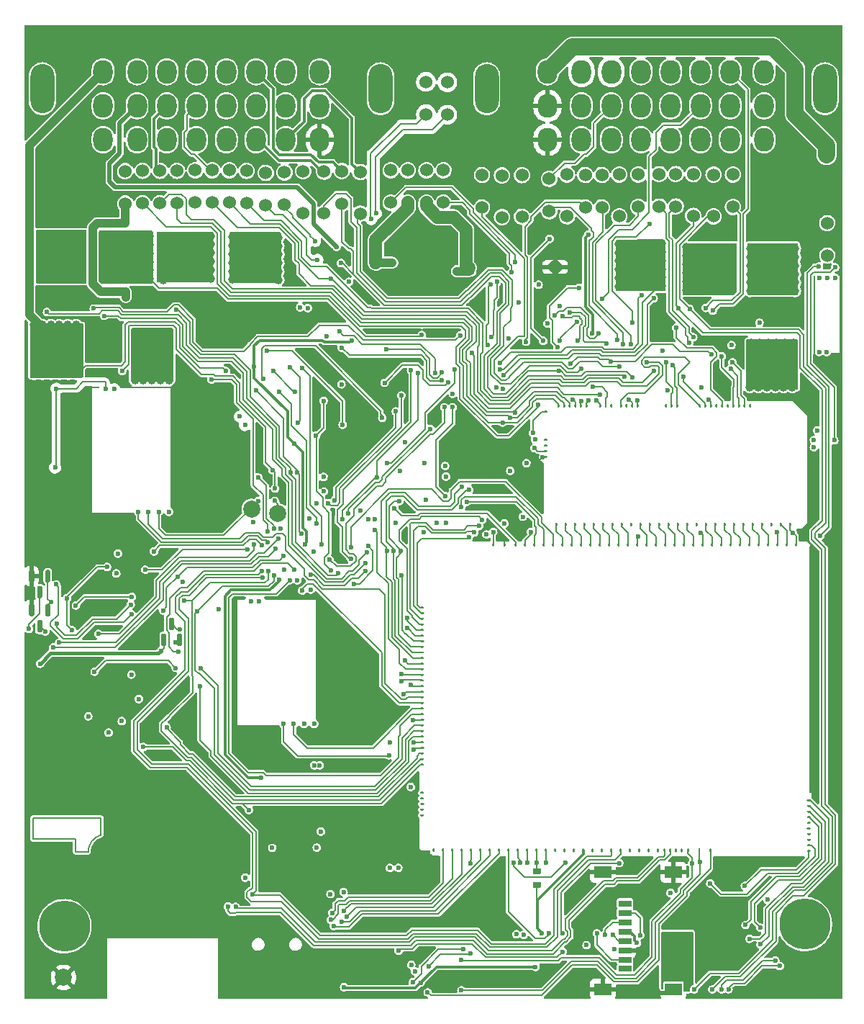
<source format=gbl>
G04 #@! TF.GenerationSoftware,KiCad,Pcbnew,(6.0.8)*
G04 #@! TF.CreationDate,2023-01-31T20:31:05+03:00*
G04 #@! TF.ProjectId,alphax_4ch,616c7068-6178-45f3-9463-682e6b696361,a*
G04 #@! TF.SameCoordinates,PX141f5e0PYa2cace0*
G04 #@! TF.FileFunction,Copper,L4,Bot*
G04 #@! TF.FilePolarity,Positive*
%FSLAX46Y46*%
G04 Gerber Fmt 4.6, Leading zero omitted, Abs format (unit mm)*
G04 Created by KiCad (PCBNEW (6.0.8)) date 2023-01-31 20:31:05*
%MOMM*%
%LPD*%
G01*
G04 APERTURE LIST*
G04 #@! TA.AperFunction,EtchedComponent*
%ADD10C,0.200000*%
G04 #@! TD*
G04 #@! TA.AperFunction,ComponentPad*
%ADD11C,0.600000*%
G04 #@! TD*
G04 #@! TA.AperFunction,SMDPad,CuDef*
%ADD12O,0.200000X9.300000*%
G04 #@! TD*
G04 #@! TA.AperFunction,SMDPad,CuDef*
%ADD13O,1.200000X0.200000*%
G04 #@! TD*
G04 #@! TA.AperFunction,ComponentPad*
%ADD14C,0.599999*%
G04 #@! TD*
G04 #@! TA.AperFunction,ComponentPad*
%ADD15C,1.524000*%
G04 #@! TD*
G04 #@! TA.AperFunction,ComponentPad*
%ADD16C,6.000000*%
G04 #@! TD*
G04 #@! TA.AperFunction,ComponentPad*
%ADD17O,2.800000X5.800000*%
G04 #@! TD*
G04 #@! TA.AperFunction,ComponentPad*
%ADD18O,2.300000X2.800000*%
G04 #@! TD*
G04 #@! TA.AperFunction,SMDPad,CuDef*
%ADD19R,0.250000X15.100000*%
G04 #@! TD*
G04 #@! TA.AperFunction,SMDPad,CuDef*
%ADD20R,1.115000X0.250000*%
G04 #@! TD*
G04 #@! TA.AperFunction,SMDPad,CuDef*
%ADD21R,0.250000X14.275000*%
G04 #@! TD*
G04 #@! TA.AperFunction,SMDPad,CuDef*
%ADD22R,5.175000X0.250000*%
G04 #@! TD*
G04 #@! TA.AperFunction,SMDPad,CuDef*
%ADD23R,6.185000X0.250000*%
G04 #@! TD*
G04 #@! TA.AperFunction,SMDPad,CuDef*
%ADD24R,2.000000X0.600000*%
G04 #@! TD*
G04 #@! TA.AperFunction,SMDPad,CuDef*
%ADD25C,2.000000*%
G04 #@! TD*
G04 #@! TA.AperFunction,SMDPad,CuDef*
%ADD26R,1.500000X0.800000*%
G04 #@! TD*
G04 #@! TA.AperFunction,SMDPad,CuDef*
%ADD27R,2.000000X1.450000*%
G04 #@! TD*
G04 #@! TA.AperFunction,ViaPad*
%ADD28C,0.600000*%
G04 #@! TD*
G04 #@! TA.AperFunction,ViaPad*
%ADD29C,1.000000*%
G04 #@! TD*
G04 #@! TA.AperFunction,ViaPad*
%ADD30C,1.500000*%
G04 #@! TD*
G04 #@! TA.AperFunction,Conductor*
%ADD31C,0.500000*%
G04 #@! TD*
G04 #@! TA.AperFunction,Conductor*
%ADD32C,2.000000*%
G04 #@! TD*
G04 #@! TA.AperFunction,Conductor*
%ADD33C,0.200000*%
G04 #@! TD*
G04 #@! TA.AperFunction,Conductor*
%ADD34C,1.000000*%
G04 #@! TD*
G04 #@! TA.AperFunction,Conductor*
%ADD35C,0.300000*%
G04 #@! TD*
G04 #@! TA.AperFunction,Conductor*
%ADD36C,0.203200*%
G04 #@! TD*
G04 #@! TA.AperFunction,Conductor*
%ADD37C,0.400000*%
G04 #@! TD*
G04 #@! TA.AperFunction,Conductor*
%ADD38C,1.500000*%
G04 #@! TD*
G04 APERTURE END LIST*
D10*
G04 #@! TO.C,G3*
X1107713Y21355349D02*
X9107713Y21355349D01*
X6107713Y17355349D02*
X6107713Y18855349D01*
X6107713Y18855349D02*
X1107713Y18855349D01*
X9107713Y21355349D02*
X9107713Y19355349D01*
X6107713Y17355349D02*
X7607713Y17355349D01*
X1107713Y18855349D02*
X1107713Y21355349D01*
X9107713Y19355348D02*
G75*
G03*
X7607713Y17355349I478801J-1921600D01*
G01*
G04 #@! TD*
D11*
G04 #@! TO.P,M9,W2,VREF*
G04 #@! TO.N,/VREF2*
X93620000Y76150000D03*
G04 #@! TO.P,M9,W1,IN_KNOCK*
G04 #@! TO.N,/IN_KNOCK_RAW*
X94520000Y76150000D03*
G04 #@! TO.P,M9,E3,OUT_KNOCK*
G04 #@! TO.N,/IN_KNOCK*
X95519998Y84850000D03*
D12*
G04 #@! TO.P,M9,E2,GND*
G04 #@! TO.N,GND*
X93020000Y80500000D03*
D13*
X95620000Y75950000D03*
D11*
X94570000Y84850000D03*
D13*
X95620000Y75950000D03*
D12*
X96120000Y80500000D03*
D11*
G04 #@! TO.P,M9,E1,V5A*
G04 #@! TO.N,+5VA*
X93620000Y84850000D03*
G04 #@! TD*
D14*
G04 #@! TO.P,M4,V1,IGN8*
G04 #@! TO.N,GND*
X84894889Y11474986D03*
G04 #@! TO.P,M4,V2,IGN7*
X86729899Y11049978D03*
G04 #@! TO.P,M4,V3,IGN6*
X84679891Y10499981D03*
G04 #@! TO.P,M4,V4,IGN5*
X84894886Y9625022D03*
G04 #@! TO.P,M4,V5,IGN4*
G04 #@! TO.N,/IGN4*
X84969893Y8774999D03*
G04 #@! TO.P,M4,V6,IGN3*
G04 #@! TO.N,/IGN3*
X86729899Y8449983D03*
G04 #@! TO.P,M4,V7,IGN2*
G04 #@! TO.N,/IGN2*
X85419899Y7150016D03*
G04 #@! TO.P,M4,V8,IGN1*
G04 #@! TO.N,/IGN1*
X86729899Y6499999D03*
G04 #@! TO.P,M4,V9,VCC*
G04 #@! TO.N,+5V_IGN*
X80804884Y13675002D03*
G04 #@! TO.P,M4,V10,V33*
G04 #@! TO.N,+3V3_IGN*
X84879890Y13375000D03*
G04 #@! TD*
D15*
G04 #@! TO.P,R8,1,1*
G04 #@! TO.N,/CAN-*
X76750000Y93245000D03*
G04 #@! TO.P,R8,2,2*
G04 #@! TO.N,/C6*
X76750000Y97055000D03*
G04 #@! TD*
D16*
G04 #@! TO.P,J8,1,Pin_1*
G04 #@! TO.N,unconnected-(J8-Pad1)*
X4803000Y8619000D03*
G04 #@! TD*
D15*
G04 #@! TO.P,R59,2,2*
G04 #@! TO.N,/OUT_ETB-*
X45200000Y93695000D03*
G04 #@! TO.P,R59,1,1*
G04 #@! TO.N,/E8*
X45200000Y97505000D03*
G04 #@! TD*
G04 #@! TO.P,R9,1,1*
G04 #@! TO.N,/CAN+*
X74800000Y93245000D03*
G04 #@! TO.P,R9,2,2*
G04 #@! TO.N,/C5*
X74800000Y97055000D03*
G04 #@! TD*
G04 #@! TO.P,R68,1,1*
G04 #@! TO.N,/IN_TPS2*
X24200000Y93695000D03*
G04 #@! TO.P,R68,2,2*
G04 #@! TO.N,/D4*
X24200000Y97505000D03*
G04 #@! TD*
G04 #@! TO.P,F4,1,1*
G04 #@! TO.N,/A3*
X63950000Y97000000D03*
G04 #@! TO.P,F4,2,2*
G04 #@! TO.N,/OUT_PUMP_RELAY*
X63950000Y92100000D03*
G04 #@! TD*
G04 #@! TO.P,R91,1,1*
G04 #@! TO.N,/IN_KNOCK_RAW*
X94580000Y87485000D03*
G04 #@! TO.P,R91,2,2*
G04 #@! TO.N,/F3*
X94580000Y91295000D03*
G04 #@! TD*
G04 #@! TO.P,M5,E1,GND*
G04 #@! TO.N,GND*
G04 #@! TA.AperFunction,SMDPad,CuDef*
G36*
G01*
X61299998Y63946477D02*
X61549998Y63946477D01*
G75*
G02*
X61674998Y63821477I0J-125000D01*
G01*
X61674998Y63821477D01*
G75*
G02*
X61549998Y63696477I-125000J0D01*
G01*
X61299998Y63696477D01*
G75*
G02*
X61174998Y63821477I0J125000D01*
G01*
X61174998Y63821477D01*
G75*
G02*
X61299998Y63946477I125000J0D01*
G01*
G37*
G04 #@! TD.AperFunction*
G04 #@! TO.P,M5,E2,V5*
G04 #@! TO.N,+5V*
G04 #@! TA.AperFunction,SMDPad,CuDef*
G36*
G01*
X61299998Y64606478D02*
X61549998Y64606478D01*
G75*
G02*
X61674998Y64481478I0J-125000D01*
G01*
X61674998Y64481478D01*
G75*
G02*
X61549998Y64356478I-125000J0D01*
G01*
X61299998Y64356478D01*
G75*
G02*
X61174998Y64481478I0J125000D01*
G01*
X61174998Y64481478D01*
G75*
G02*
X61299998Y64606478I125000J0D01*
G01*
G37*
G04 #@! TD.AperFunction*
G04 #@! TO.P,M5,E3,WBO_O2S2*
G04 #@! TO.N,unconnected-(M5-PadE3)*
G04 #@! TA.AperFunction,SMDPad,CuDef*
G36*
G01*
X61299998Y65266479D02*
X61549998Y65266479D01*
G75*
G02*
X61674998Y65141479I0J-125000D01*
G01*
X61674998Y65141479D01*
G75*
G02*
X61549998Y65016479I-125000J0D01*
G01*
X61299998Y65016479D01*
G75*
G02*
X61174998Y65141479I0J125000D01*
G01*
X61174998Y65141479D01*
G75*
G02*
X61299998Y65266479I125000J0D01*
G01*
G37*
G04 #@! TD.AperFunction*
G04 #@! TO.P,M5,E4,WBO_O2S*
G04 #@! TO.N,unconnected-(M5-PadE4)*
G04 #@! TA.AperFunction,SMDPad,CuDef*
G36*
G01*
X61299998Y65926480D02*
X61549998Y65926480D01*
G75*
G02*
X61674998Y65801480I0J-125000D01*
G01*
X61674998Y65801480D01*
G75*
G02*
X61549998Y65676480I-125000J0D01*
G01*
X61299998Y65676480D01*
G75*
G02*
X61174998Y65801480I0J125000D01*
G01*
X61174998Y65801480D01*
G75*
G02*
X61299998Y65926480I125000J0D01*
G01*
G37*
G04 #@! TD.AperFunction*
G04 #@! TO.P,M5,E5,V5A*
G04 #@! TO.N,+5VA*
G04 #@! TA.AperFunction,SMDPad,CuDef*
G36*
G01*
X61299998Y69226487D02*
X61549998Y69226487D01*
G75*
G02*
X61674998Y69101487I0J-125000D01*
G01*
X61674998Y69101487D01*
G75*
G02*
X61549998Y68976487I-125000J0D01*
G01*
X61299998Y68976487D01*
G75*
G02*
X61174998Y69101487I0J125000D01*
G01*
X61174998Y69101487D01*
G75*
G02*
X61299998Y69226487I125000J0D01*
G01*
G37*
G04 #@! TD.AperFunction*
G04 #@! TO.P,M5,N1,V5A*
G04 #@! TA.AperFunction,SMDPad,CuDef*
G36*
G01*
X90070000Y55727684D02*
X90070000Y55977684D01*
G75*
G02*
X90195000Y56102684I125000J0D01*
G01*
X90195000Y56102684D01*
G75*
G02*
X90320000Y55977684I0J-125000D01*
G01*
X90320000Y55727684D01*
G75*
G02*
X90195000Y55602684I-125000J0D01*
G01*
X90195000Y55602684D01*
G75*
G02*
X90070000Y55727684I0J125000D01*
G01*
G37*
G04 #@! TD.AperFunction*
G04 #@! TO.P,M5,N2,GNDA*
G04 #@! TO.N,GNDA*
G04 #@! TA.AperFunction,SMDPad,CuDef*
G36*
G01*
X89219996Y55977684D02*
X89219996Y55727684D01*
G75*
G02*
X89094996Y55602684I-125000J0D01*
G01*
X89094996Y55602684D01*
G75*
G02*
X88969996Y55727684I0J125000D01*
G01*
X88969996Y55977684D01*
G75*
G02*
X89094996Y56102684I125000J0D01*
G01*
X89094996Y56102684D01*
G75*
G02*
X89219996Y55977684I0J-125000D01*
G01*
G37*
G04 #@! TD.AperFunction*
G04 #@! TO.P,M5,N3,RES2*
G04 #@! TO.N,unconnected-(M5-PadN3)*
G04 #@! TA.AperFunction,SMDPad,CuDef*
G36*
G01*
X88119995Y55977684D02*
X88119995Y55727684D01*
G75*
G02*
X87994995Y55602684I-125000J0D01*
G01*
X87994995Y55602684D01*
G75*
G02*
X87869995Y55727684I0J125000D01*
G01*
X87869995Y55977684D01*
G75*
G02*
X87994995Y56102684I125000J0D01*
G01*
X87994995Y56102684D01*
G75*
G02*
X88119995Y55977684I0J-125000D01*
G01*
G37*
G04 #@! TD.AperFunction*
G04 #@! TO.P,M5,N4,O2S2*
G04 #@! TO.N,/AFR*
G04 #@! TA.AperFunction,SMDPad,CuDef*
G36*
G01*
X87019998Y55977684D02*
X87019998Y55727684D01*
G75*
G02*
X86894998Y55602684I-125000J0D01*
G01*
X86894998Y55602684D01*
G75*
G02*
X86769998Y55727684I0J125000D01*
G01*
X86769998Y55977684D01*
G75*
G02*
X86894998Y56102684I125000J0D01*
G01*
X86894998Y56102684D01*
G75*
G02*
X87019998Y55977684I0J-125000D01*
G01*
G37*
G04 #@! TD.AperFunction*
G04 #@! TO.P,M5,N5,PPS*
G04 #@! TO.N,/PPS1*
G04 #@! TA.AperFunction,SMDPad,CuDef*
G36*
G01*
X85920000Y55977684D02*
X85920000Y55727684D01*
G75*
G02*
X85795000Y55602684I-125000J0D01*
G01*
X85795000Y55602684D01*
G75*
G02*
X85670000Y55727684I0J125000D01*
G01*
X85670000Y55977684D01*
G75*
G02*
X85795000Y56102684I125000J0D01*
G01*
X85795000Y56102684D01*
G75*
G02*
X85920000Y55977684I0J-125000D01*
G01*
G37*
G04 #@! TD.AperFunction*
G04 #@! TO.P,M5,N6,RES1*
G04 #@! TO.N,/CAM_VR*
G04 #@! TA.AperFunction,SMDPad,CuDef*
G36*
G01*
X84820002Y55977684D02*
X84820002Y55727684D01*
G75*
G02*
X84695002Y55602684I-125000J0D01*
G01*
X84695002Y55602684D01*
G75*
G02*
X84570002Y55727684I0J125000D01*
G01*
X84570002Y55977684D01*
G75*
G02*
X84695002Y56102684I125000J0D01*
G01*
X84695002Y56102684D01*
G75*
G02*
X84820002Y55977684I0J-125000D01*
G01*
G37*
G04 #@! TD.AperFunction*
G04 #@! TO.P,M5,N7,AUX4*
G04 #@! TO.N,/FLEX*
G04 #@! TA.AperFunction,SMDPad,CuDef*
G36*
G01*
X83720004Y55977684D02*
X83720004Y55727684D01*
G75*
G02*
X83595004Y55602684I-125000J0D01*
G01*
X83595004Y55602684D01*
G75*
G02*
X83470004Y55727684I0J125000D01*
G01*
X83470004Y55977684D01*
G75*
G02*
X83595004Y56102684I125000J0D01*
G01*
X83595004Y56102684D01*
G75*
G02*
X83720004Y55977684I0J-125000D01*
G01*
G37*
G04 #@! TD.AperFunction*
G04 #@! TO.P,M5,N8,AUX3*
G04 #@! TO.N,Net-(M5-PadN8)*
G04 #@! TA.AperFunction,SMDPad,CuDef*
G36*
G01*
X82620006Y55977684D02*
X82620006Y55727684D01*
G75*
G02*
X82495006Y55602684I-125000J0D01*
G01*
X82495006Y55602684D01*
G75*
G02*
X82370006Y55727684I0J125000D01*
G01*
X82370006Y55977684D01*
G75*
G02*
X82495006Y56102684I125000J0D01*
G01*
X82495006Y56102684D01*
G75*
G02*
X82620006Y55977684I0J-125000D01*
G01*
G37*
G04 #@! TD.AperFunction*
G04 #@! TO.P,M5,N9,AUX2*
G04 #@! TO.N,/PPS2*
G04 #@! TA.AperFunction,SMDPad,CuDef*
G36*
G01*
X81520009Y55977684D02*
X81520009Y55727684D01*
G75*
G02*
X81395009Y55602684I-125000J0D01*
G01*
X81395009Y55602684D01*
G75*
G02*
X81270009Y55727684I0J125000D01*
G01*
X81270009Y55977684D01*
G75*
G02*
X81395009Y56102684I125000J0D01*
G01*
X81395009Y56102684D01*
G75*
G02*
X81520009Y55977684I0J-125000D01*
G01*
G37*
G04 #@! TD.AperFunction*
G04 #@! TO.P,M5,N10,AUX1*
G04 #@! TO.N,/TPS2*
G04 #@! TA.AperFunction,SMDPad,CuDef*
G36*
G01*
X80420011Y55977684D02*
X80420011Y55727684D01*
G75*
G02*
X80295011Y55602684I-125000J0D01*
G01*
X80295011Y55602684D01*
G75*
G02*
X80170011Y55727684I0J125000D01*
G01*
X80170011Y55977684D01*
G75*
G02*
X80295011Y56102684I125000J0D01*
G01*
X80295011Y56102684D01*
G75*
G02*
X80420011Y55977684I0J-125000D01*
G01*
G37*
G04 #@! TD.AperFunction*
G04 #@! TO.P,M5,N11,RES3*
G04 #@! TO.N,unconnected-(M5-PadN11)*
G04 #@! TA.AperFunction,SMDPad,CuDef*
G36*
G01*
X79320013Y55977684D02*
X79320013Y55727684D01*
G75*
G02*
X79195013Y55602684I-125000J0D01*
G01*
X79195013Y55602684D01*
G75*
G02*
X79070013Y55727684I0J125000D01*
G01*
X79070013Y55977684D01*
G75*
G02*
X79195013Y56102684I125000J0D01*
G01*
X79195013Y56102684D01*
G75*
G02*
X79320013Y55977684I0J-125000D01*
G01*
G37*
G04 #@! TD.AperFunction*
G04 #@! TO.P,M5,N12,MAP3*
G04 #@! TO.N,/MAP2*
G04 #@! TA.AperFunction,SMDPad,CuDef*
G36*
G01*
X78220015Y55977684D02*
X78220015Y55727684D01*
G75*
G02*
X78095015Y55602684I-125000J0D01*
G01*
X78095015Y55602684D01*
G75*
G02*
X77970015Y55727684I0J125000D01*
G01*
X77970015Y55977684D01*
G75*
G02*
X78095015Y56102684I125000J0D01*
G01*
X78095015Y56102684D01*
G75*
G02*
X78220015Y55977684I0J-125000D01*
G01*
G37*
G04 #@! TD.AperFunction*
G04 #@! TO.P,M5,N13,MAP2*
G04 #@! TO.N,/MAP*
G04 #@! TA.AperFunction,SMDPad,CuDef*
G36*
G01*
X77120017Y55977684D02*
X77120017Y55727684D01*
G75*
G02*
X76995017Y55602684I-125000J0D01*
G01*
X76995017Y55602684D01*
G75*
G02*
X76870017Y55727684I0J125000D01*
G01*
X76870017Y55977684D01*
G75*
G02*
X76995017Y56102684I125000J0D01*
G01*
X76995017Y56102684D01*
G75*
G02*
X77120017Y55977684I0J-125000D01*
G01*
G37*
G04 #@! TD.AperFunction*
G04 #@! TO.P,M5,N14,MAP1*
G04 #@! TO.N,Net-(M5-PadN14)*
G04 #@! TA.AperFunction,SMDPad,CuDef*
G36*
G01*
X76020020Y55977684D02*
X76020020Y55727684D01*
G75*
G02*
X75895020Y55602684I-125000J0D01*
G01*
X75895020Y55602684D01*
G75*
G02*
X75770020Y55727684I0J125000D01*
G01*
X75770020Y55977684D01*
G75*
G02*
X75895020Y56102684I125000J0D01*
G01*
X75895020Y56102684D01*
G75*
G02*
X76020020Y55977684I0J-125000D01*
G01*
G37*
G04 #@! TD.AperFunction*
G04 #@! TO.P,M5,N15,IAT*
G04 #@! TO.N,/IAT*
G04 #@! TA.AperFunction,SMDPad,CuDef*
G36*
G01*
X74920022Y55977684D02*
X74920022Y55727684D01*
G75*
G02*
X74795022Y55602684I-125000J0D01*
G01*
X74795022Y55602684D01*
G75*
G02*
X74670022Y55727684I0J125000D01*
G01*
X74670022Y55977684D01*
G75*
G02*
X74795022Y56102684I125000J0D01*
G01*
X74795022Y56102684D01*
G75*
G02*
X74920022Y55977684I0J-125000D01*
G01*
G37*
G04 #@! TD.AperFunction*
G04 #@! TO.P,M5,N16,CLT*
G04 #@! TO.N,/CLT*
G04 #@! TA.AperFunction,SMDPad,CuDef*
G36*
G01*
X73820024Y55977684D02*
X73820024Y55727684D01*
G75*
G02*
X73695024Y55602684I-125000J0D01*
G01*
X73695024Y55602684D01*
G75*
G02*
X73570024Y55727684I0J125000D01*
G01*
X73570024Y55977684D01*
G75*
G02*
X73695024Y56102684I125000J0D01*
G01*
X73695024Y56102684D01*
G75*
G02*
X73820024Y55977684I0J-125000D01*
G01*
G37*
G04 #@! TD.AperFunction*
G04 #@! TO.P,M5,N17,TPS*
G04 #@! TO.N,/TPS1*
G04 #@! TA.AperFunction,SMDPad,CuDef*
G36*
G01*
X72720026Y55977684D02*
X72720026Y55727684D01*
G75*
G02*
X72595026Y55602684I-125000J0D01*
G01*
X72595026Y55602684D01*
G75*
G02*
X72470026Y55727684I0J125000D01*
G01*
X72470026Y55977684D01*
G75*
G02*
X72595026Y56102684I125000J0D01*
G01*
X72595026Y56102684D01*
G75*
G02*
X72720026Y55977684I0J-125000D01*
G01*
G37*
G04 #@! TD.AperFunction*
G04 #@! TO.P,M5,N18,O2S*
G04 #@! TO.N,unconnected-(M5-PadN18)*
G04 #@! TA.AperFunction,SMDPad,CuDef*
G36*
G01*
X71620028Y55977684D02*
X71620028Y55727684D01*
G75*
G02*
X71495028Y55602684I-125000J0D01*
G01*
X71495028Y55602684D01*
G75*
G02*
X71370028Y55727684I0J125000D01*
G01*
X71370028Y55977684D01*
G75*
G02*
X71495028Y56102684I125000J0D01*
G01*
X71495028Y56102684D01*
G75*
G02*
X71620028Y55977684I0J-125000D01*
G01*
G37*
G04 #@! TD.AperFunction*
G04 #@! TO.P,M5,N19,CAM*
G04 #@! TO.N,/CAM_HALL*
G04 #@! TA.AperFunction,SMDPad,CuDef*
G36*
G01*
X70520031Y55977684D02*
X70520031Y55727684D01*
G75*
G02*
X70395031Y55602684I-125000J0D01*
G01*
X70395031Y55602684D01*
G75*
G02*
X70270031Y55727684I0J125000D01*
G01*
X70270031Y55977684D01*
G75*
G02*
X70395031Y56102684I125000J0D01*
G01*
X70395031Y56102684D01*
G75*
G02*
X70520031Y55977684I0J-125000D01*
G01*
G37*
G04 #@! TD.AperFunction*
G04 #@! TO.P,M5,N20,VSS*
G04 #@! TO.N,/2STEP*
G04 #@! TA.AperFunction,SMDPad,CuDef*
G36*
G01*
X69420033Y55977684D02*
X69420033Y55727684D01*
G75*
G02*
X69295033Y55602684I-125000J0D01*
G01*
X69295033Y55602684D01*
G75*
G02*
X69170033Y55727684I0J125000D01*
G01*
X69170033Y55977684D01*
G75*
G02*
X69295033Y56102684I125000J0D01*
G01*
X69295033Y56102684D01*
G75*
G02*
X69420033Y55977684I0J-125000D01*
G01*
G37*
G04 #@! TD.AperFunction*
G04 #@! TO.P,M5,N21,CRANK*
G04 #@! TO.N,/CRANK*
G04 #@! TA.AperFunction,SMDPad,CuDef*
G36*
G01*
X68320035Y55977684D02*
X68320035Y55727684D01*
G75*
G02*
X68195035Y55602684I-125000J0D01*
G01*
X68195035Y55602684D01*
G75*
G02*
X68070035Y55727684I0J125000D01*
G01*
X68070035Y55977684D01*
G75*
G02*
X68195035Y56102684I125000J0D01*
G01*
X68195035Y56102684D01*
G75*
G02*
X68320035Y55977684I0J-125000D01*
G01*
G37*
G04 #@! TD.AperFunction*
G04 #@! TO.P,M5,N22,KNOCK*
G04 #@! TO.N,/KNOCK*
G04 #@! TA.AperFunction,SMDPad,CuDef*
G36*
G01*
X67220037Y55977684D02*
X67220037Y55727684D01*
G75*
G02*
X67095037Y55602684I-125000J0D01*
G01*
X67095037Y55602684D01*
G75*
G02*
X66970037Y55727684I0J125000D01*
G01*
X66970037Y55977684D01*
G75*
G02*
X67095037Y56102684I125000J0D01*
G01*
X67095037Y56102684D01*
G75*
G02*
X67220037Y55977684I0J-125000D01*
G01*
G37*
G04 #@! TD.AperFunction*
G04 #@! TO.P,M5,N23,SENS4*
G04 #@! TO.N,/DIG5*
G04 #@! TA.AperFunction,SMDPad,CuDef*
G36*
G01*
X66120039Y55977684D02*
X66120039Y55727684D01*
G75*
G02*
X65995039Y55602684I-125000J0D01*
G01*
X65995039Y55602684D01*
G75*
G02*
X65870039Y55727684I0J125000D01*
G01*
X65870039Y55977684D01*
G75*
G02*
X65995039Y56102684I125000J0D01*
G01*
X65995039Y56102684D01*
G75*
G02*
X66120039Y55977684I0J-125000D01*
G01*
G37*
G04 #@! TD.AperFunction*
G04 #@! TO.P,M5,N24,SENS3*
G04 #@! TO.N,/DIG4*
G04 #@! TA.AperFunction,SMDPad,CuDef*
G36*
G01*
X65020042Y55977684D02*
X65020042Y55727684D01*
G75*
G02*
X64895042Y55602684I-125000J0D01*
G01*
X64895042Y55602684D01*
G75*
G02*
X64770042Y55727684I0J125000D01*
G01*
X64770042Y55977684D01*
G75*
G02*
X64895042Y56102684I125000J0D01*
G01*
X64895042Y56102684D01*
G75*
G02*
X65020042Y55977684I0J-125000D01*
G01*
G37*
G04 #@! TD.AperFunction*
G04 #@! TO.P,M5,N25,SENS2*
G04 #@! TO.N,/DIG3*
G04 #@! TA.AperFunction,SMDPad,CuDef*
G36*
G01*
X63920044Y55977684D02*
X63920044Y55727684D01*
G75*
G02*
X63795044Y55602684I-125000J0D01*
G01*
X63795044Y55602684D01*
G75*
G02*
X63670044Y55727684I0J125000D01*
G01*
X63670044Y55977684D01*
G75*
G02*
X63795044Y56102684I125000J0D01*
G01*
X63795044Y56102684D01*
G75*
G02*
X63920044Y55977684I0J-125000D01*
G01*
G37*
G04 #@! TD.AperFunction*
G04 #@! TO.P,M5,N26,SENS1*
G04 #@! TO.N,/DIG2*
G04 #@! TA.AperFunction,SMDPad,CuDef*
G36*
G01*
X62820046Y55977684D02*
X62820046Y55727684D01*
G75*
G02*
X62695046Y55602684I-125000J0D01*
G01*
X62695046Y55602684D01*
G75*
G02*
X62570046Y55727684I0J125000D01*
G01*
X62570046Y55977684D01*
G75*
G02*
X62695046Y56102684I125000J0D01*
G01*
X62695046Y56102684D01*
G75*
G02*
X62820046Y55977684I0J-125000D01*
G01*
G37*
G04 #@! TD.AperFunction*
G04 #@! TO.P,M5,S1,IN_SENS1*
G04 #@! TO.N,/IN_D2*
G04 #@! TA.AperFunction,SMDPad,CuDef*
G36*
G01*
X63070990Y69939683D02*
X63070990Y69689683D01*
G75*
G02*
X62945990Y69564683I-125000J0D01*
G01*
X62945990Y69564683D01*
G75*
G02*
X62820990Y69689683I0J125000D01*
G01*
X62820990Y69939683D01*
G75*
G02*
X62945990Y70064683I125000J0D01*
G01*
X62945990Y70064683D01*
G75*
G02*
X63070990Y69939683I0J-125000D01*
G01*
G37*
G04 #@! TD.AperFunction*
G04 #@! TO.P,M5,S2,IN_SENS2*
G04 #@! TO.N,/IN_D3*
G04 #@! TA.AperFunction,SMDPad,CuDef*
G36*
G01*
X63730992Y69939683D02*
X63730992Y69689683D01*
G75*
G02*
X63605992Y69564683I-125000J0D01*
G01*
X63605992Y69564683D01*
G75*
G02*
X63480992Y69689683I0J125000D01*
G01*
X63480992Y69939683D01*
G75*
G02*
X63605992Y70064683I125000J0D01*
G01*
X63605992Y70064683D01*
G75*
G02*
X63730992Y69939683I0J-125000D01*
G01*
G37*
G04 #@! TD.AperFunction*
G04 #@! TO.P,M5,S3,IN_SENS3*
G04 #@! TO.N,/IN_D4*
G04 #@! TA.AperFunction,SMDPad,CuDef*
G36*
G01*
X64390993Y69939683D02*
X64390993Y69689683D01*
G75*
G02*
X64265993Y69564683I-125000J0D01*
G01*
X64265993Y69564683D01*
G75*
G02*
X64140993Y69689683I0J125000D01*
G01*
X64140993Y69939683D01*
G75*
G02*
X64265993Y70064683I125000J0D01*
G01*
X64265993Y70064683D01*
G75*
G02*
X64390993Y69939683I0J-125000D01*
G01*
G37*
G04 #@! TD.AperFunction*
G04 #@! TO.P,M5,S4,IN_SENS4*
G04 #@! TO.N,/IN_D5*
G04 #@! TA.AperFunction,SMDPad,CuDef*
G36*
G01*
X65050994Y69939683D02*
X65050994Y69689683D01*
G75*
G02*
X64925994Y69564683I-125000J0D01*
G01*
X64925994Y69564683D01*
G75*
G02*
X64800994Y69689683I0J125000D01*
G01*
X64800994Y69939683D01*
G75*
G02*
X64925994Y70064683I125000J0D01*
G01*
X64925994Y70064683D01*
G75*
G02*
X65050994Y69939683I0J-125000D01*
G01*
G37*
G04 #@! TD.AperFunction*
G04 #@! TO.P,M5,S5,IN_CAM*
G04 #@! TO.N,/IN_CAM_HALL*
G04 #@! TA.AperFunction,SMDPad,CuDef*
G36*
G01*
X65710995Y69939683D02*
X65710995Y69689683D01*
G75*
G02*
X65585995Y69564683I-125000J0D01*
G01*
X65585995Y69564683D01*
G75*
G02*
X65460995Y69689683I0J125000D01*
G01*
X65460995Y69939683D01*
G75*
G02*
X65585995Y70064683I125000J0D01*
G01*
X65585995Y70064683D01*
G75*
G02*
X65710995Y69939683I0J-125000D01*
G01*
G37*
G04 #@! TD.AperFunction*
G04 #@! TO.P,M5,S6,IN_VSS*
G04 #@! TO.N,/IN_2STEP*
G04 #@! TA.AperFunction,SMDPad,CuDef*
G36*
G01*
X66370997Y69939683D02*
X66370997Y69689683D01*
G75*
G02*
X66245997Y69564683I-125000J0D01*
G01*
X66245997Y69564683D01*
G75*
G02*
X66120997Y69689683I0J125000D01*
G01*
X66120997Y69939683D01*
G75*
G02*
X66245997Y70064683I125000J0D01*
G01*
X66245997Y70064683D01*
G75*
G02*
X66370997Y69939683I0J-125000D01*
G01*
G37*
G04 #@! TD.AperFunction*
G04 #@! TO.P,M5,S7,IN_KNOCK*
G04 #@! TO.N,/IN_KNOCK*
G04 #@! TA.AperFunction,SMDPad,CuDef*
G36*
G01*
X67971994Y69939683D02*
X67971994Y69689683D01*
G75*
G02*
X67846994Y69564683I-125000J0D01*
G01*
X67846994Y69564683D01*
G75*
G02*
X67721994Y69689683I0J125000D01*
G01*
X67721994Y69939683D01*
G75*
G02*
X67846994Y70064683I125000J0D01*
G01*
X67846994Y70064683D01*
G75*
G02*
X67971994Y69939683I0J-125000D01*
G01*
G37*
G04 #@! TD.AperFunction*
G04 #@! TO.P,M5,S8,IN_CRANK*
G04 #@! TO.N,/IN_CRANK*
G04 #@! TA.AperFunction,SMDPad,CuDef*
G36*
G01*
X68631995Y69939683D02*
X68631995Y69689683D01*
G75*
G02*
X68506995Y69564683I-125000J0D01*
G01*
X68506995Y69564683D01*
G75*
G02*
X68381995Y69689683I0J125000D01*
G01*
X68381995Y69939683D01*
G75*
G02*
X68506995Y70064683I125000J0D01*
G01*
X68506995Y70064683D01*
G75*
G02*
X68631995Y69939683I0J-125000D01*
G01*
G37*
G04 #@! TD.AperFunction*
G04 #@! TO.P,M5,S9,IN_O2S*
G04 #@! TO.N,unconnected-(M5-PadS9)*
G04 #@! TA.AperFunction,SMDPad,CuDef*
G36*
G01*
X69291997Y69939683D02*
X69291997Y69689683D01*
G75*
G02*
X69166997Y69564683I-125000J0D01*
G01*
X69166997Y69564683D01*
G75*
G02*
X69041997Y69689683I0J125000D01*
G01*
X69041997Y69939683D01*
G75*
G02*
X69166997Y70064683I125000J0D01*
G01*
X69166997Y70064683D01*
G75*
G02*
X69291997Y69939683I0J-125000D01*
G01*
G37*
G04 #@! TD.AperFunction*
G04 #@! TO.P,M5,S10,IN_TPS*
G04 #@! TO.N,/IN_TPS1*
G04 #@! TA.AperFunction,SMDPad,CuDef*
G36*
G01*
X70412896Y69939683D02*
X70412896Y69689683D01*
G75*
G02*
X70287896Y69564683I-125000J0D01*
G01*
X70287896Y69564683D01*
G75*
G02*
X70162896Y69689683I0J125000D01*
G01*
X70162896Y69939683D01*
G75*
G02*
X70287896Y70064683I125000J0D01*
G01*
X70287896Y70064683D01*
G75*
G02*
X70412896Y69939683I0J-125000D01*
G01*
G37*
G04 #@! TD.AperFunction*
G04 #@! TO.P,M5,S11,IN_MAP1*
G04 #@! TO.N,unconnected-(M5-PadS11)*
G04 #@! TA.AperFunction,SMDPad,CuDef*
G36*
G01*
X71072897Y69939683D02*
X71072897Y69689683D01*
G75*
G02*
X70947897Y69564683I-125000J0D01*
G01*
X70947897Y69564683D01*
G75*
G02*
X70822897Y69689683I0J125000D01*
G01*
X70822897Y69939683D01*
G75*
G02*
X70947897Y70064683I125000J0D01*
G01*
X70947897Y70064683D01*
G75*
G02*
X71072897Y69939683I0J-125000D01*
G01*
G37*
G04 #@! TD.AperFunction*
G04 #@! TO.P,M5,S12,IN_MAP2*
G04 #@! TO.N,/IN_MAP2*
G04 #@! TA.AperFunction,SMDPad,CuDef*
G36*
G01*
X71732898Y69939683D02*
X71732898Y69689683D01*
G75*
G02*
X71607898Y69564683I-125000J0D01*
G01*
X71607898Y69564683D01*
G75*
G02*
X71482898Y69689683I0J125000D01*
G01*
X71482898Y69939683D01*
G75*
G02*
X71607898Y70064683I125000J0D01*
G01*
X71607898Y70064683D01*
G75*
G02*
X71732898Y69939683I0J-125000D01*
G01*
G37*
G04 #@! TD.AperFunction*
G04 #@! TO.P,M5,S13,VREF2*
G04 #@! TO.N,/VREF2*
G04 #@! TA.AperFunction,SMDPad,CuDef*
G36*
G01*
X72392900Y69939683D02*
X72392900Y69689683D01*
G75*
G02*
X72267900Y69564683I-125000J0D01*
G01*
X72267900Y69564683D01*
G75*
G02*
X72142900Y69689683I0J125000D01*
G01*
X72142900Y69939683D01*
G75*
G02*
X72267900Y70064683I125000J0D01*
G01*
X72267900Y70064683D01*
G75*
G02*
X72392900Y69939683I0J-125000D01*
G01*
G37*
G04 #@! TD.AperFunction*
G04 #@! TO.P,M5,S14,VREF1*
G04 #@! TO.N,unconnected-(M5-PadS14)*
G04 #@! TA.AperFunction,SMDPad,CuDef*
G36*
G01*
X75718994Y69939683D02*
X75718994Y69689683D01*
G75*
G02*
X75593994Y69564683I-125000J0D01*
G01*
X75593994Y69564683D01*
G75*
G02*
X75468994Y69689683I0J125000D01*
G01*
X75468994Y69939683D01*
G75*
G02*
X75593994Y70064683I125000J0D01*
G01*
X75593994Y70064683D01*
G75*
G02*
X75718994Y69939683I0J-125000D01*
G01*
G37*
G04 #@! TD.AperFunction*
G04 #@! TO.P,M5,S15,IN_CLT*
G04 #@! TO.N,/IN_CLT*
G04 #@! TA.AperFunction,SMDPad,CuDef*
G36*
G01*
X76378995Y69939683D02*
X76378995Y69689683D01*
G75*
G02*
X76253995Y69564683I-125000J0D01*
G01*
X76253995Y69564683D01*
G75*
G02*
X76128995Y69689683I0J125000D01*
G01*
X76128995Y69939683D01*
G75*
G02*
X76253995Y70064683I125000J0D01*
G01*
X76253995Y70064683D01*
G75*
G02*
X76378995Y69939683I0J-125000D01*
G01*
G37*
G04 #@! TD.AperFunction*
G04 #@! TO.P,M5,S16,IN_IAT*
G04 #@! TO.N,/IN_IAT*
G04 #@! TA.AperFunction,SMDPad,CuDef*
G36*
G01*
X77038997Y69939683D02*
X77038997Y69689683D01*
G75*
G02*
X76913997Y69564683I-125000J0D01*
G01*
X76913997Y69564683D01*
G75*
G02*
X76788997Y69689683I0J125000D01*
G01*
X76788997Y69939683D01*
G75*
G02*
X76913997Y70064683I125000J0D01*
G01*
X76913997Y70064683D01*
G75*
G02*
X77038997Y69939683I0J-125000D01*
G01*
G37*
G04 #@! TD.AperFunction*
G04 #@! TO.P,M5,S17,IN_AUX1*
G04 #@! TO.N,/IN_TPS2*
G04 #@! TA.AperFunction,SMDPad,CuDef*
G36*
G01*
X79684988Y69939683D02*
X79684988Y69689683D01*
G75*
G02*
X79559988Y69564683I-125000J0D01*
G01*
X79559988Y69564683D01*
G75*
G02*
X79434988Y69689683I0J125000D01*
G01*
X79434988Y69939683D01*
G75*
G02*
X79559988Y70064683I125000J0D01*
G01*
X79559988Y70064683D01*
G75*
G02*
X79684988Y69939683I0J-125000D01*
G01*
G37*
G04 #@! TD.AperFunction*
G04 #@! TO.P,M5,S18,IN_AUX2*
G04 #@! TO.N,/IN_PPS2*
G04 #@! TA.AperFunction,SMDPad,CuDef*
G36*
G01*
X80344989Y69939683D02*
X80344989Y69689683D01*
G75*
G02*
X80219989Y69564683I-125000J0D01*
G01*
X80219989Y69564683D01*
G75*
G02*
X80094989Y69689683I0J125000D01*
G01*
X80094989Y69939683D01*
G75*
G02*
X80219989Y70064683I125000J0D01*
G01*
X80219989Y70064683D01*
G75*
G02*
X80344989Y69939683I0J-125000D01*
G01*
G37*
G04 #@! TD.AperFunction*
G04 #@! TO.P,M5,S19,IN_MAP3*
G04 #@! TO.N,/IN_MAP3*
G04 #@! TA.AperFunction,SMDPad,CuDef*
G36*
G01*
X81004991Y69939683D02*
X81004991Y69689683D01*
G75*
G02*
X80879991Y69564683I-125000J0D01*
G01*
X80879991Y69564683D01*
G75*
G02*
X80754991Y69689683I0J125000D01*
G01*
X80754991Y69939683D01*
G75*
G02*
X80879991Y70064683I125000J0D01*
G01*
X80879991Y70064683D01*
G75*
G02*
X81004991Y69939683I0J-125000D01*
G01*
G37*
G04 #@! TD.AperFunction*
G04 #@! TO.P,M5,S20,IN_AUX3*
G04 #@! TO.N,unconnected-(M5-PadS20)*
G04 #@! TA.AperFunction,SMDPad,CuDef*
G36*
G01*
X81664992Y69939683D02*
X81664992Y69689683D01*
G75*
G02*
X81539992Y69564683I-125000J0D01*
G01*
X81539992Y69564683D01*
G75*
G02*
X81414992Y69689683I0J125000D01*
G01*
X81414992Y69939683D01*
G75*
G02*
X81539992Y70064683I125000J0D01*
G01*
X81539992Y70064683D01*
G75*
G02*
X81664992Y69939683I0J-125000D01*
G01*
G37*
G04 #@! TD.AperFunction*
G04 #@! TO.P,M5,S21,IN_AUX4*
G04 #@! TO.N,/IN_FLEX*
G04 #@! TA.AperFunction,SMDPad,CuDef*
G36*
G01*
X82324993Y69939683D02*
X82324993Y69689683D01*
G75*
G02*
X82199993Y69564683I-125000J0D01*
G01*
X82199993Y69564683D01*
G75*
G02*
X82074993Y69689683I0J125000D01*
G01*
X82074993Y69939683D01*
G75*
G02*
X82199993Y70064683I125000J0D01*
G01*
X82199993Y70064683D01*
G75*
G02*
X82324993Y69939683I0J-125000D01*
G01*
G37*
G04 #@! TD.AperFunction*
G04 #@! TO.P,M5,S22,IN_RES3*
G04 #@! TO.N,unconnected-(M5-PadS22)*
G04 #@! TA.AperFunction,SMDPad,CuDef*
G36*
G01*
X82984994Y69939683D02*
X82984994Y69689683D01*
G75*
G02*
X82859994Y69564683I-125000J0D01*
G01*
X82859994Y69564683D01*
G75*
G02*
X82734994Y69689683I0J125000D01*
G01*
X82734994Y69939683D01*
G75*
G02*
X82859994Y70064683I125000J0D01*
G01*
X82859994Y70064683D01*
G75*
G02*
X82984994Y69939683I0J-125000D01*
G01*
G37*
G04 #@! TD.AperFunction*
G04 #@! TO.P,M5,S23,IN_RES1*
G04 #@! TO.N,/IN_CAM_VR*
G04 #@! TA.AperFunction,SMDPad,CuDef*
G36*
G01*
X83644996Y69939683D02*
X83644996Y69689683D01*
G75*
G02*
X83519996Y69564683I-125000J0D01*
G01*
X83519996Y69564683D01*
G75*
G02*
X83394996Y69689683I0J125000D01*
G01*
X83394996Y69939683D01*
G75*
G02*
X83519996Y70064683I125000J0D01*
G01*
X83519996Y70064683D01*
G75*
G02*
X83644996Y69939683I0J-125000D01*
G01*
G37*
G04 #@! TD.AperFunction*
G04 #@! TO.P,M5,S24,IN_PPS*
G04 #@! TO.N,/IN_PPS1*
G04 #@! TA.AperFunction,SMDPad,CuDef*
G36*
G01*
X84304997Y69939683D02*
X84304997Y69689683D01*
G75*
G02*
X84179997Y69564683I-125000J0D01*
G01*
X84179997Y69564683D01*
G75*
G02*
X84054997Y69689683I0J125000D01*
G01*
X84054997Y69939683D01*
G75*
G02*
X84179997Y70064683I125000J0D01*
G01*
X84179997Y70064683D01*
G75*
G02*
X84304997Y69939683I0J-125000D01*
G01*
G37*
G04 #@! TD.AperFunction*
G04 #@! TO.P,M5,S25,IN_O2S2*
G04 #@! TO.N,/IN_AFR*
G04 #@! TA.AperFunction,SMDPad,CuDef*
G36*
G01*
X84964998Y69939683D02*
X84964998Y69689683D01*
G75*
G02*
X84839998Y69564683I-125000J0D01*
G01*
X84839998Y69564683D01*
G75*
G02*
X84714998Y69689683I0J125000D01*
G01*
X84714998Y69939683D01*
G75*
G02*
X84839998Y70064683I125000J0D01*
G01*
X84839998Y70064683D01*
G75*
G02*
X84964998Y69939683I0J-125000D01*
G01*
G37*
G04 #@! TD.AperFunction*
G04 #@! TO.P,M5,S26,IN_RES2*
G04 #@! TO.N,unconnected-(M5-PadS26)*
G04 #@! TA.AperFunction,SMDPad,CuDef*
G36*
G01*
X85625000Y69939683D02*
X85625000Y69689683D01*
G75*
G02*
X85500000Y69564683I-125000J0D01*
G01*
X85500000Y69564683D01*
G75*
G02*
X85375000Y69689683I0J125000D01*
G01*
X85375000Y69939683D01*
G75*
G02*
X85500000Y70064683I125000J0D01*
G01*
X85500000Y70064683D01*
G75*
G02*
X85625000Y69939683I0J-125000D01*
G01*
G37*
G04 #@! TD.AperFunction*
G04 #@! TD*
D17*
G04 #@! TO.P,P2,*
G04 #@! TO.N,*
X42000000Y107100000D03*
X2200000Y107100000D03*
D18*
G04 #@! TO.P,P2,1,D1*
G04 #@! TO.N,/D1*
X9350000Y101100000D03*
G04 #@! TO.P,P2,2,D2*
G04 #@! TO.N,/D2*
X13350000Y101100000D03*
G04 #@! TO.P,P2,3,D3*
G04 #@! TO.N,/D3*
X16850000Y101100000D03*
G04 #@! TO.P,P2,4,D4*
G04 #@! TO.N,/D4*
X20350000Y101100000D03*
G04 #@! TO.P,P2,5,D5*
G04 #@! TO.N,/D5*
X23850000Y101100000D03*
G04 #@! TO.P,P2,6,D6*
G04 #@! TO.N,/D6*
X27350000Y101100000D03*
G04 #@! TO.P,P2,7,D7*
G04 #@! TO.N,/D7*
X30850000Y101100000D03*
G04 #@! TO.P,P2,8,D8*
G04 #@! TO.N,GND*
X34850000Y101100000D03*
G04 #@! TO.P,P2,9,E1*
G04 #@! TO.N,/OUT_INJ4*
X9350000Y105100000D03*
G04 #@! TO.P,P2,10,E2*
G04 #@! TO.N,/OUT_NOS*
X13350000Y105100000D03*
G04 #@! TO.P,P2,11,E3*
G04 #@! TO.N,/E3*
X16850000Y105100000D03*
G04 #@! TO.P,P2,12,E4*
G04 #@! TO.N,/E4*
X20350000Y105100000D03*
G04 #@! TO.P,P2,13,E5*
G04 #@! TO.N,/E5*
X23850000Y105100000D03*
G04 #@! TO.P,P2,14,E6*
G04 #@! TO.N,/E6*
X27350000Y105100000D03*
G04 #@! TO.P,P2,15,E7*
G04 #@! TO.N,/E7*
X30850000Y105100000D03*
G04 #@! TO.P,P2,16,E8*
G04 #@! TO.N,/E8*
X34850000Y105100000D03*
G04 #@! TO.P,P2,17,F1*
G04 #@! TO.N,/OUT_IDLE2*
X9350000Y109100000D03*
G04 #@! TO.P,P2,18,F2*
G04 #@! TO.N,/OUT_VVT1*
X13350000Y109100000D03*
G04 #@! TO.P,P2,19,F3*
G04 #@! TO.N,/F3*
X16850000Y109100000D03*
G04 #@! TO.P,P2,20,F4*
G04 #@! TO.N,/F4*
X20350000Y109100000D03*
G04 #@! TO.P,P2,21,F5*
G04 #@! TO.N,/F5*
X23850000Y109100000D03*
G04 #@! TO.P,P2,22,F6*
G04 #@! TO.N,/F6*
X27350000Y109100000D03*
G04 #@! TO.P,P2,23,F7*
G04 #@! TO.N,/F7*
X30850000Y109100000D03*
G04 #@! TO.P,P2,24,F8*
G04 #@! TO.N,/F8*
X34850000Y109100000D03*
G04 #@! TD*
D15*
G04 #@! TO.P,R11,2,2*
G04 #@! TO.N,/C3*
X47350000Y107905000D03*
G04 #@! TO.P,R11,1,1*
G04 #@! TO.N,/IN_CRANK+*
X47350000Y104095000D03*
G04 #@! TD*
G04 #@! TO.P,R60,2,2*
G04 #@! TO.N,/E7*
X43200000Y97505000D03*
G04 #@! TO.P,R60,1,1*
G04 #@! TO.N,/IN_FLEX*
X43200000Y93695000D03*
G04 #@! TD*
G04 #@! TO.P,R17,1,1*
G04 #@! TO.N,/IN_AFR*
X68050000Y93145000D03*
G04 #@! TO.P,R17,2,2*
G04 #@! TO.N,/B4*
X68050000Y96955000D03*
G04 #@! TD*
G04 #@! TO.P,R63,1,1*
G04 #@! TO.N,/IN_D4*
X22200000Y93695000D03*
G04 #@! TO.P,R63,2,2*
G04 #@! TO.N,/E4*
X22200000Y97505000D03*
G04 #@! TD*
G04 #@! TO.P,R16,1,1*
G04 #@! TO.N,/IN_TPS1*
X72350000Y93195000D03*
G04 #@! TO.P,R16,2,2*
G04 #@! TO.N,/B5*
X72350000Y97005000D03*
G04 #@! TD*
G04 #@! TO.P,R70,1,1*
G04 #@! TO.N,/OUT_BOOST*
X11950000Y93595000D03*
G04 #@! TO.P,R70,2,2*
G04 #@! TO.N,/D2*
X11950000Y97405000D03*
G04 #@! TD*
D14*
G04 #@! TO.P,M7,V1,V5*
G04 #@! TO.N,+5V*
X51750003Y5925001D03*
G04 #@! TO.P,M7,V2,CAN_VIO*
G04 #@! TO.N,/CAN_VIO*
X52625005Y5400001D03*
G04 #@! TO.P,M7,V5,CAN_TX*
G04 #@! TO.N,/CAN_TX*
X51450001Y4650003D03*
G04 #@! TO.P,M7,V6,CAN_RX*
G04 #@! TO.N,/CAN_RX*
X51525004Y1100002D03*
G04 #@! TD*
G04 #@! TO.P,M1,V1,V12*
G04 #@! TO.N,+12V*
X27937888Y26083984D03*
G04 #@! TO.P,M1,V2,VBAT*
G04 #@! TO.N,unconnected-(M1-PadV2)*
X29262892Y17858984D03*
G04 #@! TO.P,M1,V3,IN_VIGN*
G04 #@! TO.N,/IN_VIGN*
X34495386Y17876489D03*
G04 #@! TO.P,M1,V4,V12_PERM*
G04 #@! TO.N,+12V_RAW*
X34987892Y19758985D03*
G04 #@! TO.P,M1,V5,VIGN*
G04 #@! TO.N,/VIGN*
X36112878Y12408992D03*
G04 #@! TD*
D11*
G04 #@! TO.P,M3,E1,Thresh_IN*
G04 #@! TO.N,/THRESHOLD_VR_CM*
X31800000Y32400000D03*
G04 #@! TO.P,M3,E2,OUT_A*
G04 #@! TO.N,/VR_ANALOG_CM*
X30600000Y32400000D03*
G04 #@! TO.P,M3,E3,OUT*
G04 #@! TO.N,/IN_CAM_VR*
X33000000Y32400000D03*
G04 #@! TO.P,M3,E4,V5_IN*
G04 #@! TO.N,+5V*
X34200000Y32400000D03*
D19*
G04 #@! TO.P,M3,G,GND*
G04 #@! TO.N,GND*
X25050000Y39625000D03*
D20*
X25482500Y47050000D03*
D21*
X34500000Y40037500D03*
D22*
X27512500Y32200000D03*
D23*
X31532500Y47050000D03*
D11*
G04 #@! TO.P,M3,W1,VR-*
G04 #@! TO.N,/IN_CAM_VR-*
X27740000Y46825000D03*
G04 #@! TO.P,M3,W2,VR+*
G04 #@! TO.N,/IN_CAM_VR+*
X26740000Y46825000D03*
G04 #@! TD*
D15*
G04 #@! TO.P,R10,1,1*
G04 #@! TO.N,/IN_2STEP*
X66100000Y93145000D03*
G04 #@! TO.P,R10,2,2*
G04 #@! TO.N,/C4*
X66100000Y96955000D03*
G04 #@! TD*
G04 #@! TO.P,R62,1,1*
G04 #@! TO.N,/IN_CAM_VR-*
X28500000Y93395000D03*
G04 #@! TO.P,R62,2,2*
G04 #@! TO.N,/E5*
X28500000Y97205000D03*
G04 #@! TD*
G04 #@! TO.P,F7,1,1*
G04 #@! TO.N,/F5*
X32900000Y97399979D03*
G04 #@! TO.P,F7,2,2*
G04 #@! TO.N,/OUT_MAIN*
X32900000Y92499979D03*
G04 #@! TD*
D11*
G04 #@! TO.P,U1,11,GND*
G04 #@! TO.N,GND*
X61850000Y86140000D03*
X63250000Y86140000D03*
D24*
X62550000Y86140000D03*
G04 #@! TD*
D15*
G04 #@! TO.P,R56,1,1*
G04 #@! TO.N,/IN_D5*
X14000000Y93645000D03*
G04 #@! TO.P,R56,2,2*
G04 #@! TO.N,/F3*
X14000000Y97455000D03*
G04 #@! TD*
G04 #@! TO.P,R19,1,1*
G04 #@! TO.N,/IN_MAP2*
X53950000Y93145000D03*
G04 #@! TO.P,R19,2,2*
G04 #@! TO.N,/B2*
X53950000Y96955000D03*
G04 #@! TD*
G04 #@! TO.P,R67,1,1*
G04 #@! TO.N,/IN_PPS1*
X26250000Y93645000D03*
G04 #@! TO.P,R67,2,2*
G04 #@! TO.N,/D5*
X26250000Y97455000D03*
G04 #@! TD*
G04 #@! TO.P,F1,1,1*
G04 #@! TO.N,/A7*
X81196000Y96995000D03*
G04 #@! TO.P,F1,2,2*
G04 #@! TO.N,/OUT_IGN2*
X81196000Y92095000D03*
G04 #@! TD*
G04 #@! TO.P,R64,1,1*
G04 #@! TO.N,/IN_D3*
X16050000Y93645000D03*
G04 #@! TO.P,R64,2,2*
G04 #@! TO.N,/E3*
X16050000Y97455000D03*
G04 #@! TD*
G04 #@! TO.P,F3,1,1*
G04 #@! TO.N,/A4*
X70100000Y97000000D03*
G04 #@! TO.P,F3,2,2*
G04 #@! TO.N,/OUT_TACH*
X70100000Y92100000D03*
G04 #@! TD*
G04 #@! TO.P,R61,1,1*
G04 #@! TO.N,/IN_CAM_VR+*
X30700000Y93445000D03*
G04 #@! TO.P,R61,2,2*
G04 #@! TO.N,/E6*
X30700000Y97255000D03*
G04 #@! TD*
D16*
G04 #@! TO.P,J7,1,Pin_1*
G04 #@! TO.N,unconnected-(J7-Pad1)*
X91948000Y8873000D03*
G04 #@! TD*
D15*
G04 #@! TO.P,R69,1,1*
G04 #@! TO.N,/IN_D2*
X18050000Y93645000D03*
G04 #@! TO.P,R69,2,2*
G04 #@! TO.N,/D3*
X18050000Y97455000D03*
G04 #@! TD*
G04 #@! TO.P,R55,1,1*
G04 #@! TO.N,/OUT_VVT2*
X20200000Y93695000D03*
G04 #@! TO.P,R55,2,2*
G04 #@! TO.N,/F4*
X20200000Y97505000D03*
G04 #@! TD*
G04 #@! TO.P,F8,1,1*
G04 #@! TO.N,/D7*
X39600000Y97299979D03*
G04 #@! TO.P,F8,2,2*
G04 #@! TO.N,/OUT_IGN4*
X39600000Y92399979D03*
G04 #@! TD*
G04 #@! TO.P,R54,1,1*
G04 #@! TO.N,/IN_PPS2*
X37450000Y93595000D03*
G04 #@! TO.P,R54,2,2*
G04 #@! TO.N,/F6*
X37450000Y97405000D03*
G04 #@! TD*
G04 #@! TO.P,R52,2,2*
G04 #@! TO.N,/F8*
X47400000Y97505000D03*
G04 #@! TO.P,R52,1,1*
G04 #@! TO.N,/OUT_ETB+*
X47400000Y93695000D03*
G04 #@! TD*
G04 #@! TO.P,M6,E1,SPI1_SCK*
G04 #@! TO.N,unconnected-(M6-PadE1)*
G04 #@! TA.AperFunction,SMDPad,CuDef*
G36*
G01*
X46760503Y21803625D02*
X47010503Y21803625D01*
G75*
G02*
X47135503Y21678625I0J-125000D01*
G01*
X47135503Y21678625D01*
G75*
G02*
X47010503Y21553625I-125000J0D01*
G01*
X46760503Y21553625D01*
G75*
G02*
X46635503Y21678625I0J125000D01*
G01*
X46635503Y21678625D01*
G75*
G02*
X46760503Y21803625I125000J0D01*
G01*
G37*
G04 #@! TD.AperFunction*
G04 #@! TO.P,M6,E2,SPI1_MISO*
G04 #@! TO.N,unconnected-(M6-PadE2)*
G04 #@! TA.AperFunction,SMDPad,CuDef*
G36*
G01*
X47010503Y22213623D02*
X46760503Y22213623D01*
G75*
G02*
X46635503Y22338623I0J125000D01*
G01*
X46635503Y22338623D01*
G75*
G02*
X46760503Y22463623I125000J0D01*
G01*
X47010503Y22463623D01*
G75*
G02*
X47135503Y22338623I0J-125000D01*
G01*
X47135503Y22338623D01*
G75*
G02*
X47010503Y22213623I-125000J0D01*
G01*
G37*
G04 #@! TD.AperFunction*
G04 #@! TO.P,M6,E3,SPI1_MOSI*
G04 #@! TO.N,unconnected-(M6-PadE3)*
G04 #@! TA.AperFunction,SMDPad,CuDef*
G36*
G01*
X47010503Y22873628D02*
X46760503Y22873628D01*
G75*
G02*
X46635503Y22998628I0J125000D01*
G01*
X46635503Y22998628D01*
G75*
G02*
X46760503Y23123628I125000J0D01*
G01*
X47010503Y23123628D01*
G75*
G02*
X47135503Y22998628I0J-125000D01*
G01*
X47135503Y22998628D01*
G75*
G02*
X47010503Y22873628I-125000J0D01*
G01*
G37*
G04 #@! TD.AperFunction*
G04 #@! TO.P,M6,E4,SPI1_CS1*
G04 #@! TO.N,unconnected-(M6-PadE4)*
G04 #@! TA.AperFunction,SMDPad,CuDef*
G36*
G01*
X47010503Y23533623D02*
X46760503Y23533623D01*
G75*
G02*
X46635503Y23658623I0J125000D01*
G01*
X46635503Y23658623D01*
G75*
G02*
X46760503Y23783623I125000J0D01*
G01*
X47010503Y23783623D01*
G75*
G02*
X47135503Y23658623I0J-125000D01*
G01*
X47135503Y23658623D01*
G75*
G02*
X47010503Y23533623I-125000J0D01*
G01*
G37*
G04 #@! TD.AperFunction*
G04 #@! TO.P,M6,E5,SPI1_CS2*
G04 #@! TO.N,unconnected-(M6-PadE5)*
G04 #@! TA.AperFunction,SMDPad,CuDef*
G36*
G01*
X47010503Y24193625D02*
X46760503Y24193625D01*
G75*
G02*
X46635503Y24318625I0J125000D01*
G01*
X46635503Y24318625D01*
G75*
G02*
X46760503Y24443625I125000J0D01*
G01*
X47010503Y24443625D01*
G75*
G02*
X47135503Y24318625I0J-125000D01*
G01*
X47135503Y24318625D01*
G75*
G02*
X47010503Y24193625I-125000J0D01*
G01*
G37*
G04 #@! TD.AperFunction*
G04 #@! TO.P,M6,E6,OUT_IO3*
G04 #@! TO.N,/PWR_EN*
G04 #@! TA.AperFunction,SMDPad,CuDef*
G36*
G01*
X47010503Y27493626D02*
X46760503Y27493626D01*
G75*
G02*
X46635503Y27618626I0J125000D01*
G01*
X46635503Y27618626D01*
G75*
G02*
X46760503Y27743626I125000J0D01*
G01*
X47010503Y27743626D01*
G75*
G02*
X47135503Y27618626I0J-125000D01*
G01*
X47135503Y27618626D01*
G75*
G02*
X47010503Y27493626I-125000J0D01*
G01*
G37*
G04 #@! TD.AperFunction*
G04 #@! TO.P,M6,E7,OUT_IO5*
G04 #@! TO.N,/CRANK_N_PULLUP*
G04 #@! TA.AperFunction,SMDPad,CuDef*
G36*
G01*
X47010503Y28153627D02*
X46760503Y28153627D01*
G75*
G02*
X46635503Y28278627I0J125000D01*
G01*
X46635503Y28278627D01*
G75*
G02*
X46760503Y28403627I125000J0D01*
G01*
X47010503Y28403627D01*
G75*
G02*
X47135503Y28278627I0J-125000D01*
G01*
X47135503Y28278627D01*
G75*
G02*
X47010503Y28153627I-125000J0D01*
G01*
G37*
G04 #@! TD.AperFunction*
G04 #@! TO.P,M6,E8,OUT_IO1*
G04 #@! TO.N,/TACH_PULLUP*
G04 #@! TA.AperFunction,SMDPad,CuDef*
G36*
G01*
X47010503Y28813629D02*
X46760503Y28813629D01*
G75*
G02*
X46635503Y28938629I0J125000D01*
G01*
X46635503Y28938629D01*
G75*
G02*
X46760503Y29063629I125000J0D01*
G01*
X47010503Y29063629D01*
G75*
G02*
X47135503Y28938629I0J-125000D01*
G01*
X47135503Y28938629D01*
G75*
G02*
X47010503Y28813629I-125000J0D01*
G01*
G37*
G04 #@! TD.AperFunction*
G04 #@! TO.P,M6,E9,OUT_IO6*
G04 #@! TO.N,/NOS*
G04 #@! TA.AperFunction,SMDPad,CuDef*
G36*
G01*
X47010503Y29473627D02*
X46760503Y29473627D01*
G75*
G02*
X46635503Y29598627I0J125000D01*
G01*
X46635503Y29598627D01*
G75*
G02*
X46760503Y29723627I125000J0D01*
G01*
X47010503Y29723627D01*
G75*
G02*
X47135503Y29598627I0J-125000D01*
G01*
X47135503Y29598627D01*
G75*
G02*
X47010503Y29473627I-125000J0D01*
G01*
G37*
G04 #@! TD.AperFunction*
G04 #@! TO.P,M6,E10,OUT_IO10*
G04 #@! TO.N,/MAIN*
G04 #@! TA.AperFunction,SMDPad,CuDef*
G36*
G01*
X47010503Y30133629D02*
X46760503Y30133629D01*
G75*
G02*
X46635503Y30258629I0J125000D01*
G01*
X46635503Y30258629D01*
G75*
G02*
X46760503Y30383629I125000J0D01*
G01*
X47010503Y30383629D01*
G75*
G02*
X47135503Y30258629I0J-125000D01*
G01*
X47135503Y30258629D01*
G75*
G02*
X47010503Y30133629I-125000J0D01*
G01*
G37*
G04 #@! TD.AperFunction*
G04 #@! TO.P,M6,E11,OUT_IO9*
G04 #@! TO.N,/CAM_VR_PULLUP*
G04 #@! TA.AperFunction,SMDPad,CuDef*
G36*
G01*
X47010503Y30793627D02*
X46760503Y30793627D01*
G75*
G02*
X46635503Y30918627I0J125000D01*
G01*
X46635503Y30918627D01*
G75*
G02*
X46760503Y31043627I125000J0D01*
G01*
X47010503Y31043627D01*
G75*
G02*
X47135503Y30918627I0J-125000D01*
G01*
X47135503Y30918627D01*
G75*
G02*
X47010503Y30793627I-125000J0D01*
G01*
G37*
G04 #@! TD.AperFunction*
G04 #@! TO.P,M6,E12,OUT_IO2*
G04 #@! TO.N,/CRANK_P_PULLUP*
G04 #@! TA.AperFunction,SMDPad,CuDef*
G36*
G01*
X47010503Y31453628D02*
X46760503Y31453628D01*
G75*
G02*
X46635503Y31578628I0J125000D01*
G01*
X46635503Y31578628D01*
G75*
G02*
X46760503Y31703628I125000J0D01*
G01*
X47010503Y31703628D01*
G75*
G02*
X47135503Y31578628I0J-125000D01*
G01*
X47135503Y31578628D01*
G75*
G02*
X47010503Y31453628I-125000J0D01*
G01*
G37*
G04 #@! TD.AperFunction*
G04 #@! TO.P,M6,E13,OUT_IO12*
G04 #@! TO.N,/PUMP_RELAY*
G04 #@! TA.AperFunction,SMDPad,CuDef*
G36*
G01*
X47010503Y32113627D02*
X46760503Y32113627D01*
G75*
G02*
X46635503Y32238627I0J125000D01*
G01*
X46635503Y32238627D01*
G75*
G02*
X46760503Y32363627I125000J0D01*
G01*
X47010503Y32363627D01*
G75*
G02*
X47135503Y32238627I0J-125000D01*
G01*
X47135503Y32238627D01*
G75*
G02*
X47010503Y32113627I-125000J0D01*
G01*
G37*
G04 #@! TD.AperFunction*
G04 #@! TO.P,M6,E14,OUT_PWM2*
G04 #@! TO.N,/ETB_PWM*
G04 #@! TA.AperFunction,SMDPad,CuDef*
G36*
G01*
X47010503Y32773628D02*
X46760503Y32773628D01*
G75*
G02*
X46635503Y32898628I0J125000D01*
G01*
X46635503Y32898628D01*
G75*
G02*
X46760503Y33023628I125000J0D01*
G01*
X47010503Y33023628D01*
G75*
G02*
X47135503Y32898628I0J-125000D01*
G01*
X47135503Y32898628D01*
G75*
G02*
X47010503Y32773628I-125000J0D01*
G01*
G37*
G04 #@! TD.AperFunction*
G04 #@! TO.P,M6,E15,OUT_PWM3*
G04 #@! TO.N,/BOOST*
G04 #@! TA.AperFunction,SMDPad,CuDef*
G36*
G01*
X47010503Y33433627D02*
X46760503Y33433627D01*
G75*
G02*
X46635503Y33558627I0J125000D01*
G01*
X46635503Y33558627D01*
G75*
G02*
X46760503Y33683627I125000J0D01*
G01*
X47010503Y33683627D01*
G75*
G02*
X47135503Y33558627I0J-125000D01*
G01*
X47135503Y33558627D01*
G75*
G02*
X47010503Y33433627I-125000J0D01*
G01*
G37*
G04 #@! TD.AperFunction*
G04 #@! TO.P,M6,E16,OUT_PWM4*
G04 #@! TO.N,/THRESHOLD_VR_CM*
G04 #@! TA.AperFunction,SMDPad,CuDef*
G36*
G01*
X47010503Y34093628D02*
X46760503Y34093628D01*
G75*
G02*
X46635503Y34218628I0J125000D01*
G01*
X46635503Y34218628D01*
G75*
G02*
X46760503Y34343628I125000J0D01*
G01*
X47010503Y34343628D01*
G75*
G02*
X47135503Y34218628I0J-125000D01*
G01*
X47135503Y34218628D01*
G75*
G02*
X47010503Y34093628I-125000J0D01*
G01*
G37*
G04 #@! TD.AperFunction*
G04 #@! TO.P,M6,E17,OUT_PWM5*
G04 #@! TO.N,/IDLE2*
G04 #@! TA.AperFunction,SMDPad,CuDef*
G36*
G01*
X47010503Y34753627D02*
X46760503Y34753627D01*
G75*
G02*
X46635503Y34878627I0J125000D01*
G01*
X46635503Y34878627D01*
G75*
G02*
X46760503Y35003627I125000J0D01*
G01*
X47010503Y35003627D01*
G75*
G02*
X47135503Y34878627I0J-125000D01*
G01*
X47135503Y34878627D01*
G75*
G02*
X47010503Y34753627I-125000J0D01*
G01*
G37*
G04 #@! TD.AperFunction*
G04 #@! TO.P,M6,E18,OUT_PWM6*
G04 #@! TO.N,/THRESHOLD_VR_CR*
G04 #@! TA.AperFunction,SMDPad,CuDef*
G36*
G01*
X47010503Y35413628D02*
X46760503Y35413628D01*
G75*
G02*
X46635503Y35538628I0J125000D01*
G01*
X46635503Y35538628D01*
G75*
G02*
X46760503Y35663628I125000J0D01*
G01*
X47010503Y35663628D01*
G75*
G02*
X47135503Y35538628I0J-125000D01*
G01*
X47135503Y35538628D01*
G75*
G02*
X47010503Y35413628I-125000J0D01*
G01*
G37*
G04 #@! TD.AperFunction*
G04 #@! TO.P,M6,E19,OUT_PWM7*
G04 #@! TO.N,/VVT1*
G04 #@! TA.AperFunction,SMDPad,CuDef*
G36*
G01*
X47010503Y36073627D02*
X46760503Y36073627D01*
G75*
G02*
X46635503Y36198627I0J125000D01*
G01*
X46635503Y36198627D01*
G75*
G02*
X46760503Y36323627I125000J0D01*
G01*
X47010503Y36323627D01*
G75*
G02*
X47135503Y36198627I0J-125000D01*
G01*
X47135503Y36198627D01*
G75*
G02*
X47010503Y36073627I-125000J0D01*
G01*
G37*
G04 #@! TD.AperFunction*
G04 #@! TO.P,M6,E20,OUT_IO11*
G04 #@! TO.N,/FAN_RELAY*
G04 #@! TA.AperFunction,SMDPad,CuDef*
G36*
G01*
X47010503Y36733628D02*
X46760503Y36733628D01*
G75*
G02*
X46635503Y36858628I0J125000D01*
G01*
X46635503Y36858628D01*
G75*
G02*
X46760503Y36983628I125000J0D01*
G01*
X47010503Y36983628D01*
G75*
G02*
X47135503Y36858628I0J-125000D01*
G01*
X47135503Y36858628D01*
G75*
G02*
X47010503Y36733628I-125000J0D01*
G01*
G37*
G04 #@! TD.AperFunction*
G04 #@! TO.P,M6,E21,OUT_IO7*
G04 #@! TO.N,/2STEP_PULLDOWN*
G04 #@! TA.AperFunction,SMDPad,CuDef*
G36*
G01*
X47010503Y37393627D02*
X46760503Y37393627D01*
G75*
G02*
X46635503Y37518627I0J125000D01*
G01*
X46635503Y37518627D01*
G75*
G02*
X46760503Y37643627I125000J0D01*
G01*
X47010503Y37643627D01*
G75*
G02*
X47135503Y37518627I0J-125000D01*
G01*
X47135503Y37518627D01*
G75*
G02*
X47010503Y37393627I-125000J0D01*
G01*
G37*
G04 #@! TD.AperFunction*
G04 #@! TO.P,M6,E22,OUT_IO8*
G04 #@! TO.N,/CAM_PULLDOWN*
G04 #@! TA.AperFunction,SMDPad,CuDef*
G36*
G01*
X47010503Y38053628D02*
X46760503Y38053628D01*
G75*
G02*
X46635503Y38178628I0J125000D01*
G01*
X46635503Y38178628D01*
G75*
G02*
X46760503Y38303628I125000J0D01*
G01*
X47010503Y38303628D01*
G75*
G02*
X47135503Y38178628I0J-125000D01*
G01*
X47135503Y38178628D01*
G75*
G02*
X47010503Y38053628I-125000J0D01*
G01*
G37*
G04 #@! TD.AperFunction*
G04 #@! TO.P,M6,E23,OUT_IO4*
G04 #@! TO.N,/TEMP_PULLUP*
G04 #@! TA.AperFunction,SMDPad,CuDef*
G36*
G01*
X47010503Y38713627D02*
X46760503Y38713627D01*
G75*
G02*
X46635503Y38838627I0J125000D01*
G01*
X46635503Y38838627D01*
G75*
G02*
X46760503Y38963627I125000J0D01*
G01*
X47010503Y38963627D01*
G75*
G02*
X47135503Y38838627I0J-125000D01*
G01*
X47135503Y38838627D01*
G75*
G02*
X47010503Y38713627I-125000J0D01*
G01*
G37*
G04 #@! TD.AperFunction*
G04 #@! TO.P,M6,E24,OUT_IO13*
G04 #@! TO.N,/TACH*
G04 #@! TA.AperFunction,SMDPad,CuDef*
G36*
G01*
X47010503Y39373628D02*
X46760503Y39373628D01*
G75*
G02*
X46635503Y39498628I0J125000D01*
G01*
X46635503Y39498628D01*
G75*
G02*
X46760503Y39623628I125000J0D01*
G01*
X47010503Y39623628D01*
G75*
G02*
X47135503Y39498628I0J-125000D01*
G01*
X47135503Y39498628D01*
G75*
G02*
X47010503Y39373628I-125000J0D01*
G01*
G37*
G04 #@! TD.AperFunction*
G04 #@! TO.P,M6,E25,OUT_INJ1*
G04 #@! TO.N,/INJ1*
G04 #@! TA.AperFunction,SMDPad,CuDef*
G36*
G01*
X47010503Y40033627D02*
X46760503Y40033627D01*
G75*
G02*
X46635503Y40158627I0J125000D01*
G01*
X46635503Y40158627D01*
G75*
G02*
X46760503Y40283627I125000J0D01*
G01*
X47010503Y40283627D01*
G75*
G02*
X47135503Y40158627I0J-125000D01*
G01*
X47135503Y40158627D01*
G75*
G02*
X47010503Y40033627I-125000J0D01*
G01*
G37*
G04 #@! TD.AperFunction*
G04 #@! TO.P,M6,E26,OUT_INJ2*
G04 #@! TO.N,/INJ2*
G04 #@! TA.AperFunction,SMDPad,CuDef*
G36*
G01*
X47010503Y40693628D02*
X46760503Y40693628D01*
G75*
G02*
X46635503Y40818628I0J125000D01*
G01*
X46635503Y40818628D01*
G75*
G02*
X46760503Y40943628I125000J0D01*
G01*
X47010503Y40943628D01*
G75*
G02*
X47135503Y40818628I0J-125000D01*
G01*
X47135503Y40818628D01*
G75*
G02*
X47010503Y40693628I-125000J0D01*
G01*
G37*
G04 #@! TD.AperFunction*
G04 #@! TO.P,M6,E27,OUT_PWM1*
G04 #@! TO.N,/IDLE1*
G04 #@! TA.AperFunction,SMDPad,CuDef*
G36*
G01*
X47010503Y41353626D02*
X46760503Y41353626D01*
G75*
G02*
X46635503Y41478626I0J125000D01*
G01*
X46635503Y41478626D01*
G75*
G02*
X46760503Y41603626I125000J0D01*
G01*
X47010503Y41603626D01*
G75*
G02*
X47135503Y41478626I0J-125000D01*
G01*
X47135503Y41478626D01*
G75*
G02*
X47010503Y41353626I-125000J0D01*
G01*
G37*
G04 #@! TD.AperFunction*
G04 #@! TO.P,M6,E28,OUT_PWM8*
G04 #@! TO.N,/VVT2*
G04 #@! TA.AperFunction,SMDPad,CuDef*
G36*
G01*
X47010503Y42013628D02*
X46760503Y42013628D01*
G75*
G02*
X46635503Y42138628I0J125000D01*
G01*
X46635503Y42138628D01*
G75*
G02*
X46760503Y42263628I125000J0D01*
G01*
X47010503Y42263628D01*
G75*
G02*
X47135503Y42138628I0J-125000D01*
G01*
X47135503Y42138628D01*
G75*
G02*
X47010503Y42013628I-125000J0D01*
G01*
G37*
G04 #@! TD.AperFunction*
G04 #@! TO.P,M6,E29,OUT_INJ3*
G04 #@! TO.N,/INJ3*
G04 #@! TA.AperFunction,SMDPad,CuDef*
G36*
G01*
X47010503Y42673626D02*
X46760503Y42673626D01*
G75*
G02*
X46635503Y42798626I0J125000D01*
G01*
X46635503Y42798626D01*
G75*
G02*
X46760503Y42923626I125000J0D01*
G01*
X47010503Y42923626D01*
G75*
G02*
X47135503Y42798626I0J-125000D01*
G01*
X47135503Y42798626D01*
G75*
G02*
X47010503Y42673626I-125000J0D01*
G01*
G37*
G04 #@! TD.AperFunction*
G04 #@! TO.P,M6,E30,OUT_INJ4*
G04 #@! TO.N,/INJ4*
G04 #@! TA.AperFunction,SMDPad,CuDef*
G36*
G01*
X47010503Y43333628D02*
X46760503Y43333628D01*
G75*
G02*
X46635503Y43458628I0J125000D01*
G01*
X46635503Y43458628D01*
G75*
G02*
X46760503Y43583628I125000J0D01*
G01*
X47010503Y43583628D01*
G75*
G02*
X47135503Y43458628I0J-125000D01*
G01*
X47135503Y43458628D01*
G75*
G02*
X47010503Y43333628I-125000J0D01*
G01*
G37*
G04 #@! TD.AperFunction*
G04 #@! TO.P,M6,E31,OUT_INJ5*
G04 #@! TO.N,/D2_PULLDOWN*
G04 #@! TA.AperFunction,SMDPad,CuDef*
G36*
G01*
X47010503Y43993626D02*
X46760503Y43993626D01*
G75*
G02*
X46635503Y44118626I0J125000D01*
G01*
X46635503Y44118626D01*
G75*
G02*
X46760503Y44243626I125000J0D01*
G01*
X47010503Y44243626D01*
G75*
G02*
X47135503Y44118626I0J-125000D01*
G01*
X47135503Y44118626D01*
G75*
G02*
X47010503Y43993626I-125000J0D01*
G01*
G37*
G04 #@! TD.AperFunction*
G04 #@! TO.P,M6,E32,OUT_INJ6*
G04 #@! TO.N,/D3_PULLDOWN*
G04 #@! TA.AperFunction,SMDPad,CuDef*
G36*
G01*
X47010503Y44653627D02*
X46760503Y44653627D01*
G75*
G02*
X46635503Y44778627I0J125000D01*
G01*
X46635503Y44778627D01*
G75*
G02*
X46760503Y44903627I125000J0D01*
G01*
X47010503Y44903627D01*
G75*
G02*
X47135503Y44778627I0J-125000D01*
G01*
X47135503Y44778627D01*
G75*
G02*
X47010503Y44653627I-125000J0D01*
G01*
G37*
G04 #@! TD.AperFunction*
G04 #@! TO.P,M6,E33,OUT_INJ7*
G04 #@! TO.N,/D4_PULLDOWN*
G04 #@! TA.AperFunction,SMDPad,CuDef*
G36*
G01*
X47010503Y45313626D02*
X46760503Y45313626D01*
G75*
G02*
X46635503Y45438626I0J125000D01*
G01*
X46635503Y45438626D01*
G75*
G02*
X46760503Y45563626I125000J0D01*
G01*
X47010503Y45563626D01*
G75*
G02*
X47135503Y45438626I0J-125000D01*
G01*
X47135503Y45438626D01*
G75*
G02*
X47010503Y45313626I-125000J0D01*
G01*
G37*
G04 #@! TD.AperFunction*
G04 #@! TO.P,M6,E34,OUT_INJ8*
G04 #@! TO.N,/D5_PULLDOWN*
G04 #@! TA.AperFunction,SMDPad,CuDef*
G36*
G01*
X47010503Y45973627D02*
X46760503Y45973627D01*
G75*
G02*
X46635503Y46098627I0J125000D01*
G01*
X46635503Y46098627D01*
G75*
G02*
X46760503Y46223627I125000J0D01*
G01*
X47010503Y46223627D01*
G75*
G02*
X47135503Y46098627I0J-125000D01*
G01*
X47135503Y46098627D01*
G75*
G02*
X47010503Y45973627I-125000J0D01*
G01*
G37*
G04 #@! TD.AperFunction*
G04 #@! TO.P,M6,N1,CAN_VIO*
G04 #@! TO.N,/CAN_VIO*
G04 #@! TA.AperFunction,SMDPad,CuDef*
G36*
G01*
X80707501Y17426623D02*
X80707501Y17676623D01*
G75*
G02*
X80832501Y17801623I125000J0D01*
G01*
X80832501Y17801623D01*
G75*
G02*
X80957501Y17676623I0J-125000D01*
G01*
X80957501Y17426623D01*
G75*
G02*
X80832501Y17301623I-125000J0D01*
G01*
X80832501Y17301623D01*
G75*
G02*
X80707501Y17426623I0J125000D01*
G01*
G37*
G04 #@! TD.AperFunction*
G04 #@! TO.P,M6,N2,CAN_RX*
G04 #@! TO.N,/CAN_RX*
G04 #@! TA.AperFunction,SMDPad,CuDef*
G36*
G01*
X79637499Y17676623D02*
X79637499Y17426623D01*
G75*
G02*
X79512499Y17301623I-125000J0D01*
G01*
X79512499Y17301623D01*
G75*
G02*
X79387499Y17426623I0J125000D01*
G01*
X79387499Y17676623D01*
G75*
G02*
X79512499Y17801623I125000J0D01*
G01*
X79512499Y17801623D01*
G75*
G02*
X79637499Y17676623I0J-125000D01*
G01*
G37*
G04 #@! TD.AperFunction*
G04 #@! TO.P,M6,N3,CAN_TX*
G04 #@! TO.N,/CAN_TX*
G04 #@! TA.AperFunction,SMDPad,CuDef*
G36*
G01*
X78317496Y17676623D02*
X78317496Y17426623D01*
G75*
G02*
X78192496Y17301623I-125000J0D01*
G01*
X78192496Y17301623D01*
G75*
G02*
X78067496Y17426623I0J125000D01*
G01*
X78067496Y17676623D01*
G75*
G02*
X78192496Y17801623I125000J0D01*
G01*
X78192496Y17801623D01*
G75*
G02*
X78317496Y17676623I0J-125000D01*
G01*
G37*
G04 #@! TD.AperFunction*
G04 #@! TO.P,M6,N4,UART8_TX*
G04 #@! TO.N,unconnected-(M6-PadN4)*
G04 #@! TA.AperFunction,SMDPad,CuDef*
G36*
G01*
X77557498Y17676623D02*
X77557498Y17426623D01*
G75*
G02*
X77432498Y17301623I-125000J0D01*
G01*
X77432498Y17301623D01*
G75*
G02*
X77307498Y17426623I0J125000D01*
G01*
X77307498Y17676623D01*
G75*
G02*
X77432498Y17801623I125000J0D01*
G01*
X77432498Y17801623D01*
G75*
G02*
X77557498Y17676623I0J-125000D01*
G01*
G37*
G04 #@! TD.AperFunction*
G04 #@! TO.P,M6,N5,UART8_RX*
G04 #@! TO.N,unconnected-(M6-PadN5)*
G04 #@! TA.AperFunction,SMDPad,CuDef*
G36*
G01*
X76892495Y17676623D02*
X76892495Y17426623D01*
G75*
G02*
X76767495Y17301623I-125000J0D01*
G01*
X76767495Y17301623D01*
G75*
G02*
X76642495Y17426623I0J125000D01*
G01*
X76642495Y17676623D01*
G75*
G02*
X76767495Y17801623I125000J0D01*
G01*
X76767495Y17801623D01*
G75*
G02*
X76892495Y17676623I0J-125000D01*
G01*
G37*
G04 #@! TD.AperFunction*
G04 #@! TO.P,M6,N6,UART2_TX*
G04 #@! TO.N,/UART_TX*
G04 #@! TA.AperFunction,SMDPad,CuDef*
G36*
G01*
X76227493Y17676623D02*
X76227493Y17426623D01*
G75*
G02*
X76102493Y17301623I-125000J0D01*
G01*
X76102493Y17301623D01*
G75*
G02*
X75977493Y17426623I0J125000D01*
G01*
X75977493Y17676623D01*
G75*
G02*
X76102493Y17801623I125000J0D01*
G01*
X76102493Y17801623D01*
G75*
G02*
X76227493Y17676623I0J-125000D01*
G01*
G37*
G04 #@! TD.AperFunction*
G04 #@! TO.P,M6,N7,UART2_RX*
G04 #@! TO.N,/UART_RX*
G04 #@! TA.AperFunction,SMDPad,CuDef*
G36*
G01*
X75562503Y17676623D02*
X75562503Y17426623D01*
G75*
G02*
X75437503Y17301623I-125000J0D01*
G01*
X75437503Y17301623D01*
G75*
G02*
X75312503Y17426623I0J125000D01*
G01*
X75312503Y17676623D01*
G75*
G02*
X75437503Y17801623I125000J0D01*
G01*
X75437503Y17801623D01*
G75*
G02*
X75562503Y17676623I0J-125000D01*
G01*
G37*
G04 #@! TD.AperFunction*
G04 #@! TO.P,M6,N8,SPI3_CS*
G04 #@! TO.N,unconnected-(M6-PadN8)*
G04 #@! TA.AperFunction,SMDPad,CuDef*
G36*
G01*
X74787503Y17676623D02*
X74787503Y17426623D01*
G75*
G02*
X74662503Y17301623I-125000J0D01*
G01*
X74662503Y17301623D01*
G75*
G02*
X74537503Y17426623I0J125000D01*
G01*
X74537503Y17676623D01*
G75*
G02*
X74662503Y17801623I125000J0D01*
G01*
X74662503Y17801623D01*
G75*
G02*
X74787503Y17676623I0J-125000D01*
G01*
G37*
G04 #@! TD.AperFunction*
G04 #@! TO.P,M6,N9,SPI3_SCK*
G04 #@! TO.N,unconnected-(M6-PadN9)*
G04 #@! TA.AperFunction,SMDPad,CuDef*
G36*
G01*
X73687505Y17676623D02*
X73687505Y17426623D01*
G75*
G02*
X73562505Y17301623I-125000J0D01*
G01*
X73562505Y17301623D01*
G75*
G02*
X73437505Y17426623I0J125000D01*
G01*
X73437505Y17676623D01*
G75*
G02*
X73562505Y17801623I125000J0D01*
G01*
X73562505Y17801623D01*
G75*
G02*
X73687505Y17676623I0J-125000D01*
G01*
G37*
G04 #@! TD.AperFunction*
G04 #@! TO.P,M6,N10,SPI3_MISO*
G04 #@! TO.N,unconnected-(M6-PadN10)*
G04 #@! TA.AperFunction,SMDPad,CuDef*
G36*
G01*
X72587508Y17676623D02*
X72587508Y17426623D01*
G75*
G02*
X72462508Y17301623I-125000J0D01*
G01*
X72462508Y17301623D01*
G75*
G02*
X72337508Y17426623I0J125000D01*
G01*
X72337508Y17676623D01*
G75*
G02*
X72462508Y17801623I125000J0D01*
G01*
X72462508Y17801623D01*
G75*
G02*
X72587508Y17676623I0J-125000D01*
G01*
G37*
G04 #@! TD.AperFunction*
G04 #@! TO.P,M6,N11,SPI3_MOSI*
G04 #@! TO.N,unconnected-(M6-PadN11)*
G04 #@! TA.AperFunction,SMDPad,CuDef*
G36*
G01*
X71487510Y17676623D02*
X71487510Y17426623D01*
G75*
G02*
X71362510Y17301623I-125000J0D01*
G01*
X71362510Y17301623D01*
G75*
G02*
X71237510Y17426623I0J125000D01*
G01*
X71237510Y17676623D01*
G75*
G02*
X71362510Y17801623I125000J0D01*
G01*
X71362510Y17801623D01*
G75*
G02*
X71487510Y17676623I0J-125000D01*
G01*
G37*
G04 #@! TD.AperFunction*
G04 #@! TO.P,M6,N12,IO1*
G04 #@! TO.N,/ETB_DIR*
G04 #@! TA.AperFunction,SMDPad,CuDef*
G36*
G01*
X70387512Y17676623D02*
X70387512Y17426623D01*
G75*
G02*
X70262512Y17301623I-125000J0D01*
G01*
X70262512Y17301623D01*
G75*
G02*
X70137512Y17426623I0J125000D01*
G01*
X70137512Y17676623D01*
G75*
G02*
X70262512Y17801623I125000J0D01*
G01*
X70262512Y17801623D01*
G75*
G02*
X70387512Y17676623I0J-125000D01*
G01*
G37*
G04 #@! TD.AperFunction*
G04 #@! TO.P,M6,N13,IO2*
G04 #@! TO.N,/ETB_DIS*
G04 #@! TA.AperFunction,SMDPad,CuDef*
G36*
G01*
X69287514Y17676623D02*
X69287514Y17426623D01*
G75*
G02*
X69162514Y17301623I-125000J0D01*
G01*
X69162514Y17301623D01*
G75*
G02*
X69037514Y17426623I0J125000D01*
G01*
X69037514Y17676623D01*
G75*
G02*
X69162514Y17801623I125000J0D01*
G01*
X69162514Y17801623D01*
G75*
G02*
X69287514Y17676623I0J-125000D01*
G01*
G37*
G04 #@! TD.AperFunction*
G04 #@! TO.P,M6,N14,IO3*
G04 #@! TO.N,unconnected-(M6-PadN14)*
G04 #@! TA.AperFunction,SMDPad,CuDef*
G36*
G01*
X68187516Y17676623D02*
X68187516Y17426623D01*
G75*
G02*
X68062516Y17301623I-125000J0D01*
G01*
X68062516Y17301623D01*
G75*
G02*
X67937516Y17426623I0J125000D01*
G01*
X67937516Y17676623D01*
G75*
G02*
X68062516Y17801623I125000J0D01*
G01*
X68062516Y17801623D01*
G75*
G02*
X68187516Y17676623I0J-125000D01*
G01*
G37*
G04 #@! TD.AperFunction*
G04 #@! TO.P,M6,N15,IO4*
G04 #@! TO.N,unconnected-(M6-PadN15)*
G04 #@! TA.AperFunction,SMDPad,CuDef*
G36*
G01*
X67087519Y17676623D02*
X67087519Y17426623D01*
G75*
G02*
X66962519Y17301623I-125000J0D01*
G01*
X66962519Y17301623D01*
G75*
G02*
X66837519Y17426623I0J125000D01*
G01*
X66837519Y17676623D01*
G75*
G02*
X66962519Y17801623I125000J0D01*
G01*
X66962519Y17801623D01*
G75*
G02*
X67087519Y17676623I0J-125000D01*
G01*
G37*
G04 #@! TD.AperFunction*
G04 #@! TO.P,M6,N16,V33*
G04 #@! TO.N,+3V3*
G04 #@! TA.AperFunction,SMDPad,CuDef*
G36*
G01*
X65987521Y17676623D02*
X65987521Y17426623D01*
G75*
G02*
X65862521Y17301623I-125000J0D01*
G01*
X65862521Y17301623D01*
G75*
G02*
X65737521Y17426623I0J125000D01*
G01*
X65737521Y17676623D01*
G75*
G02*
X65862521Y17801623I125000J0D01*
G01*
X65862521Y17801623D01*
G75*
G02*
X65987521Y17676623I0J-125000D01*
G01*
G37*
G04 #@! TD.AperFunction*
G04 #@! TO.P,M6,N17,VBAT*
G04 #@! TO.N,unconnected-(M6-PadN17)*
G04 #@! TA.AperFunction,SMDPad,CuDef*
G36*
G01*
X64887523Y17676623D02*
X64887523Y17426623D01*
G75*
G02*
X64762523Y17301623I-125000J0D01*
G01*
X64762523Y17301623D01*
G75*
G02*
X64637523Y17426623I0J125000D01*
G01*
X64637523Y17676623D01*
G75*
G02*
X64762523Y17801623I125000J0D01*
G01*
X64762523Y17801623D01*
G75*
G02*
X64887523Y17676623I0J-125000D01*
G01*
G37*
G04 #@! TD.AperFunction*
G04 #@! TO.P,M6,N18,I2C_SDA*
G04 #@! TO.N,unconnected-(M6-PadN18)*
G04 #@! TA.AperFunction,SMDPad,CuDef*
G36*
G01*
X63787525Y17676623D02*
X63787525Y17426623D01*
G75*
G02*
X63662525Y17301623I-125000J0D01*
G01*
X63662525Y17301623D01*
G75*
G02*
X63537525Y17426623I0J125000D01*
G01*
X63537525Y17676623D01*
G75*
G02*
X63662525Y17801623I125000J0D01*
G01*
X63662525Y17801623D01*
G75*
G02*
X63787525Y17676623I0J-125000D01*
G01*
G37*
G04 #@! TD.AperFunction*
G04 #@! TO.P,M6,N19,I2C_SCL*
G04 #@! TO.N,unconnected-(M6-PadN19)*
G04 #@! TA.AperFunction,SMDPad,CuDef*
G36*
G01*
X62687527Y17676623D02*
X62687527Y17426623D01*
G75*
G02*
X62562527Y17301623I-125000J0D01*
G01*
X62562527Y17301623D01*
G75*
G02*
X62437527Y17426623I0J125000D01*
G01*
X62437527Y17676623D01*
G75*
G02*
X62562527Y17801623I125000J0D01*
G01*
X62562527Y17801623D01*
G75*
G02*
X62687527Y17676623I0J-125000D01*
G01*
G37*
G04 #@! TD.AperFunction*
G04 #@! TO.P,M6,N20,SPI2_SCK*
G04 #@! TO.N,/SD_SCK*
G04 #@! TA.AperFunction,SMDPad,CuDef*
G36*
G01*
X61587530Y17676623D02*
X61587530Y17426623D01*
G75*
G02*
X61462530Y17301623I-125000J0D01*
G01*
X61462530Y17301623D01*
G75*
G02*
X61337530Y17426623I0J125000D01*
G01*
X61337530Y17676623D01*
G75*
G02*
X61462530Y17801623I125000J0D01*
G01*
X61462530Y17801623D01*
G75*
G02*
X61587530Y17676623I0J-125000D01*
G01*
G37*
G04 #@! TD.AperFunction*
G04 #@! TO.P,M6,N21,SPI2_MISO*
G04 #@! TO.N,/SD_MISO*
G04 #@! TA.AperFunction,SMDPad,CuDef*
G36*
G01*
X60487532Y17676623D02*
X60487532Y17426623D01*
G75*
G02*
X60362532Y17301623I-125000J0D01*
G01*
X60362532Y17301623D01*
G75*
G02*
X60237532Y17426623I0J125000D01*
G01*
X60237532Y17676623D01*
G75*
G02*
X60362532Y17801623I125000J0D01*
G01*
X60362532Y17801623D01*
G75*
G02*
X60487532Y17676623I0J-125000D01*
G01*
G37*
G04 #@! TD.AperFunction*
G04 #@! TO.P,M6,N22,SPI2_MOSI*
G04 #@! TO.N,/SD_MOSI*
G04 #@! TA.AperFunction,SMDPad,CuDef*
G36*
G01*
X59387534Y17676623D02*
X59387534Y17426623D01*
G75*
G02*
X59262534Y17301623I-125000J0D01*
G01*
X59262534Y17301623D01*
G75*
G02*
X59137534Y17426623I0J125000D01*
G01*
X59137534Y17676623D01*
G75*
G02*
X59262534Y17801623I125000J0D01*
G01*
X59262534Y17801623D01*
G75*
G02*
X59387534Y17676623I0J-125000D01*
G01*
G37*
G04 #@! TD.AperFunction*
G04 #@! TO.P,M6,N23,SPI2_CS*
G04 #@! TO.N,/SD_CS*
G04 #@! TA.AperFunction,SMDPad,CuDef*
G36*
G01*
X58287536Y17676623D02*
X58287536Y17426623D01*
G75*
G02*
X58162536Y17301623I-125000J0D01*
G01*
X58162536Y17301623D01*
G75*
G02*
X58037536Y17426623I0J125000D01*
G01*
X58037536Y17676623D01*
G75*
G02*
X58162536Y17801623I125000J0D01*
G01*
X58162536Y17801623D01*
G75*
G02*
X58287536Y17676623I0J-125000D01*
G01*
G37*
G04 #@! TD.AperFunction*
G04 #@! TO.P,M6,N24,nReset*
G04 #@! TO.N,/NRESET*
G04 #@! TA.AperFunction,SMDPad,CuDef*
G36*
G01*
X57187538Y17676623D02*
X57187538Y17426623D01*
G75*
G02*
X57062538Y17301623I-125000J0D01*
G01*
X57062538Y17301623D01*
G75*
G02*
X56937538Y17426623I0J125000D01*
G01*
X56937538Y17676623D01*
G75*
G02*
X57062538Y17801623I125000J0D01*
G01*
X57062538Y17801623D01*
G75*
G02*
X57187538Y17676623I0J-125000D01*
G01*
G37*
G04 #@! TD.AperFunction*
G04 #@! TO.P,M6,N25,SWCLK*
G04 #@! TO.N,/SWCLK*
G04 #@! TA.AperFunction,SMDPad,CuDef*
G36*
G01*
X56087541Y17676623D02*
X56087541Y17426623D01*
G75*
G02*
X55962541Y17301623I-125000J0D01*
G01*
X55962541Y17301623D01*
G75*
G02*
X55837541Y17426623I0J125000D01*
G01*
X55837541Y17676623D01*
G75*
G02*
X55962541Y17801623I125000J0D01*
G01*
X55962541Y17801623D01*
G75*
G02*
X56087541Y17676623I0J-125000D01*
G01*
G37*
G04 #@! TD.AperFunction*
G04 #@! TO.P,M6,N26,SWDIO*
G04 #@! TO.N,/SWDIO*
G04 #@! TA.AperFunction,SMDPad,CuDef*
G36*
G01*
X54987543Y17676623D02*
X54987543Y17426623D01*
G75*
G02*
X54862543Y17301623I-125000J0D01*
G01*
X54862543Y17301623D01*
G75*
G02*
X54737543Y17426623I0J125000D01*
G01*
X54737543Y17676623D01*
G75*
G02*
X54862543Y17801623I125000J0D01*
G01*
X54862543Y17801623D01*
G75*
G02*
X54987543Y17676623I0J-125000D01*
G01*
G37*
G04 #@! TD.AperFunction*
G04 #@! TO.P,M6,N27,SWO*
G04 #@! TO.N,/SWO*
G04 #@! TA.AperFunction,SMDPad,CuDef*
G36*
G01*
X53887545Y17676623D02*
X53887545Y17426623D01*
G75*
G02*
X53762545Y17301623I-125000J0D01*
G01*
X53762545Y17301623D01*
G75*
G02*
X53637545Y17426623I0J125000D01*
G01*
X53637545Y17676623D01*
G75*
G02*
X53762545Y17801623I125000J0D01*
G01*
X53762545Y17801623D01*
G75*
G02*
X53887545Y17676623I0J-125000D01*
G01*
G37*
G04 #@! TD.AperFunction*
G04 #@! TO.P,M6,N28,BOOT0*
G04 #@! TO.N,/BOOT0*
G04 #@! TA.AperFunction,SMDPad,CuDef*
G36*
G01*
X52787547Y17676623D02*
X52787547Y17426623D01*
G75*
G02*
X52662547Y17301623I-125000J0D01*
G01*
X52662547Y17301623D01*
G75*
G02*
X52537547Y17426623I0J125000D01*
G01*
X52537547Y17676623D01*
G75*
G02*
X52662547Y17801623I125000J0D01*
G01*
X52662547Y17801623D01*
G75*
G02*
X52787547Y17676623I0J-125000D01*
G01*
G37*
G04 #@! TD.AperFunction*
G04 #@! TO.P,M6,N29,VBUS*
G04 #@! TO.N,/VBUS*
G04 #@! TA.AperFunction,SMDPad,CuDef*
G36*
G01*
X51687549Y17676623D02*
X51687549Y17426623D01*
G75*
G02*
X51562549Y17301623I-125000J0D01*
G01*
X51562549Y17301623D01*
G75*
G02*
X51437549Y17426623I0J125000D01*
G01*
X51437549Y17676623D01*
G75*
G02*
X51562549Y17801623I125000J0D01*
G01*
X51562549Y17801623D01*
G75*
G02*
X51687549Y17676623I0J-125000D01*
G01*
G37*
G04 #@! TD.AperFunction*
G04 #@! TO.P,M6,N30,USB1P*
G04 #@! TO.N,/USB+*
G04 #@! TA.AperFunction,SMDPad,CuDef*
G36*
G01*
X50587552Y17676623D02*
X50587552Y17426623D01*
G75*
G02*
X50462552Y17301623I-125000J0D01*
G01*
X50462552Y17301623D01*
G75*
G02*
X50337552Y17426623I0J125000D01*
G01*
X50337552Y17676623D01*
G75*
G02*
X50462552Y17801623I125000J0D01*
G01*
X50462552Y17801623D01*
G75*
G02*
X50587552Y17676623I0J-125000D01*
G01*
G37*
G04 #@! TD.AperFunction*
G04 #@! TO.P,M6,N31,USB1M*
G04 #@! TO.N,/USB-*
G04 #@! TA.AperFunction,SMDPad,CuDef*
G36*
G01*
X49487554Y17676623D02*
X49487554Y17426623D01*
G75*
G02*
X49362554Y17301623I-125000J0D01*
G01*
X49362554Y17301623D01*
G75*
G02*
X49237554Y17426623I0J125000D01*
G01*
X49237554Y17676623D01*
G75*
G02*
X49362554Y17801623I125000J0D01*
G01*
X49362554Y17801623D01*
G75*
G02*
X49487554Y17676623I0J-125000D01*
G01*
G37*
G04 #@! TD.AperFunction*
G04 #@! TO.P,M6,N32,USB1ID*
G04 #@! TO.N,unconnected-(M6-PadN32)*
G04 #@! TA.AperFunction,SMDPad,CuDef*
G36*
G01*
X48387556Y17676623D02*
X48387556Y17426623D01*
G75*
G02*
X48262556Y17301623I-125000J0D01*
G01*
X48262556Y17301623D01*
G75*
G02*
X48137556Y17426623I0J125000D01*
G01*
X48137556Y17676623D01*
G75*
G02*
X48262556Y17801623I125000J0D01*
G01*
X48262556Y17801623D01*
G75*
G02*
X48387556Y17676623I0J-125000D01*
G01*
G37*
G04 #@! TD.AperFunction*
G04 #@! TO.P,M6,S1,V5*
G04 #@! TO.N,+5V*
G04 #@! TA.AperFunction,SMDPad,CuDef*
G36*
G01*
X55387499Y53605623D02*
X55387499Y53355623D01*
G75*
G02*
X55262499Y53230623I-125000J0D01*
G01*
X55262499Y53230623D01*
G75*
G02*
X55137499Y53355623I0J125000D01*
G01*
X55137499Y53605623D01*
G75*
G02*
X55262499Y53730623I125000J0D01*
G01*
X55262499Y53730623D01*
G75*
G02*
X55387499Y53605623I0J-125000D01*
G01*
G37*
G04 #@! TD.AperFunction*
G04 #@! TO.P,M6,S2,GND*
G04 #@! TO.N,GND*
G04 #@! TA.AperFunction,SMDPad,CuDef*
G36*
G01*
X56457501Y53355623D02*
X56457501Y53605623D01*
G75*
G02*
X56582501Y53730623I125000J0D01*
G01*
X56582501Y53730623D01*
G75*
G02*
X56707501Y53605623I0J-125000D01*
G01*
X56707501Y53355623D01*
G75*
G02*
X56582501Y53230623I-125000J0D01*
G01*
X56582501Y53230623D01*
G75*
G02*
X56457501Y53355623I0J125000D01*
G01*
G37*
G04 #@! TD.AperFunction*
G04 #@! TA.AperFunction,SMDPad,CuDef*
G36*
G01*
X92447501Y24363623D02*
X92447501Y53163623D01*
G75*
G02*
X92547501Y53263623I100000J0D01*
G01*
X92547501Y53263623D01*
G75*
G02*
X92647501Y53163623I0J-100000D01*
G01*
X92647501Y24363623D01*
G75*
G02*
X92547501Y24263623I-100000J0D01*
G01*
X92547501Y24263623D01*
G75*
G02*
X92447501Y24363623I0J100000D01*
G01*
G37*
G04 #@! TD.AperFunction*
G04 #@! TO.P,M6,S3,IN_D1*
G04 #@! TO.N,/HALL1*
G04 #@! TA.AperFunction,SMDPad,CuDef*
G36*
G01*
X57777504Y53355623D02*
X57777504Y53605623D01*
G75*
G02*
X57902504Y53730623I125000J0D01*
G01*
X57902504Y53730623D01*
G75*
G02*
X58027504Y53605623I0J-125000D01*
G01*
X58027504Y53355623D01*
G75*
G02*
X57902504Y53230623I-125000J0D01*
G01*
X57902504Y53230623D01*
G75*
G02*
X57777504Y53355623I0J125000D01*
G01*
G37*
G04 #@! TD.AperFunction*
G04 #@! TO.P,M6,S4,IN_D2*
G04 #@! TO.N,/TLS115_PG*
G04 #@! TA.AperFunction,SMDPad,CuDef*
G36*
G01*
X58877501Y53355623D02*
X58877501Y53605623D01*
G75*
G02*
X59002501Y53730623I125000J0D01*
G01*
X59002501Y53730623D01*
G75*
G02*
X59127501Y53605623I0J-125000D01*
G01*
X59127501Y53355623D01*
G75*
G02*
X59002501Y53230623I-125000J0D01*
G01*
X59002501Y53230623D01*
G75*
G02*
X58877501Y53355623I0J125000D01*
G01*
G37*
G04 #@! TD.AperFunction*
G04 #@! TO.P,M6,S5,IN_D3*
G04 #@! TO.N,/HALL2*
G04 #@! TA.AperFunction,SMDPad,CuDef*
G36*
G01*
X59977499Y53355623D02*
X59977499Y53605623D01*
G75*
G02*
X60102499Y53730623I125000J0D01*
G01*
X60102499Y53730623D01*
G75*
G02*
X60227499Y53605623I0J-125000D01*
G01*
X60227499Y53355623D01*
G75*
G02*
X60102499Y53230623I-125000J0D01*
G01*
X60102499Y53230623D01*
G75*
G02*
X59977499Y53355623I0J125000D01*
G01*
G37*
G04 #@! TD.AperFunction*
G04 #@! TO.P,M6,S6,IN_D4*
G04 #@! TO.N,/HALL3*
G04 #@! TA.AperFunction,SMDPad,CuDef*
G36*
G01*
X61077497Y53355623D02*
X61077497Y53605623D01*
G75*
G02*
X61202497Y53730623I125000J0D01*
G01*
X61202497Y53730623D01*
G75*
G02*
X61327497Y53605623I0J-125000D01*
G01*
X61327497Y53355623D01*
G75*
G02*
X61202497Y53230623I-125000J0D01*
G01*
X61202497Y53230623D01*
G75*
G02*
X61077497Y53355623I0J125000D01*
G01*
G37*
G04 #@! TD.AperFunction*
G04 #@! TO.P,M6,S7,VIGN*
G04 #@! TO.N,/VIGN*
G04 #@! TA.AperFunction,SMDPad,CuDef*
G36*
G01*
X62177495Y53355623D02*
X62177495Y53605623D01*
G75*
G02*
X62302495Y53730623I125000J0D01*
G01*
X62302495Y53730623D01*
G75*
G02*
X62427495Y53605623I0J-125000D01*
G01*
X62427495Y53355623D01*
G75*
G02*
X62302495Y53230623I-125000J0D01*
G01*
X62302495Y53230623D01*
G75*
G02*
X62177495Y53355623I0J125000D01*
G01*
G37*
G04 #@! TD.AperFunction*
G04 #@! TO.P,M6,S8,IN_SENS1*
G04 #@! TO.N,/DIG2*
G04 #@! TA.AperFunction,SMDPad,CuDef*
G36*
G01*
X63277493Y53355623D02*
X63277493Y53605623D01*
G75*
G02*
X63402493Y53730623I125000J0D01*
G01*
X63402493Y53730623D01*
G75*
G02*
X63527493Y53605623I0J-125000D01*
G01*
X63527493Y53355623D01*
G75*
G02*
X63402493Y53230623I-125000J0D01*
G01*
X63402493Y53230623D01*
G75*
G02*
X63277493Y53355623I0J125000D01*
G01*
G37*
G04 #@! TD.AperFunction*
G04 #@! TO.P,M6,S9,IN_SENS2*
G04 #@! TO.N,/DIG3*
G04 #@! TA.AperFunction,SMDPad,CuDef*
G36*
G01*
X64377490Y53355623D02*
X64377490Y53605623D01*
G75*
G02*
X64502490Y53730623I125000J0D01*
G01*
X64502490Y53730623D01*
G75*
G02*
X64627490Y53605623I0J-125000D01*
G01*
X64627490Y53355623D01*
G75*
G02*
X64502490Y53230623I-125000J0D01*
G01*
X64502490Y53230623D01*
G75*
G02*
X64377490Y53355623I0J125000D01*
G01*
G37*
G04 #@! TD.AperFunction*
G04 #@! TO.P,M6,S10,IN_SENS3*
G04 #@! TO.N,/DIG4*
G04 #@! TA.AperFunction,SMDPad,CuDef*
G36*
G01*
X65477488Y53355623D02*
X65477488Y53605623D01*
G75*
G02*
X65602488Y53730623I125000J0D01*
G01*
X65602488Y53730623D01*
G75*
G02*
X65727488Y53605623I0J-125000D01*
G01*
X65727488Y53355623D01*
G75*
G02*
X65602488Y53230623I-125000J0D01*
G01*
X65602488Y53230623D01*
G75*
G02*
X65477488Y53355623I0J125000D01*
G01*
G37*
G04 #@! TD.AperFunction*
G04 #@! TO.P,M6,S11,IN_SENS4*
G04 #@! TO.N,/DIG5*
G04 #@! TA.AperFunction,SMDPad,CuDef*
G36*
G01*
X66577486Y53355623D02*
X66577486Y53605623D01*
G75*
G02*
X66702486Y53730623I125000J0D01*
G01*
X66702486Y53730623D01*
G75*
G02*
X66827486Y53605623I0J-125000D01*
G01*
X66827486Y53355623D01*
G75*
G02*
X66702486Y53230623I-125000J0D01*
G01*
X66702486Y53230623D01*
G75*
G02*
X66577486Y53355623I0J125000D01*
G01*
G37*
G04 #@! TD.AperFunction*
G04 #@! TO.P,M6,S12,IN_KNOCK*
G04 #@! TO.N,/KNOCK*
G04 #@! TA.AperFunction,SMDPad,CuDef*
G36*
G01*
X67677484Y53355623D02*
X67677484Y53605623D01*
G75*
G02*
X67802484Y53730623I125000J0D01*
G01*
X67802484Y53730623D01*
G75*
G02*
X67927484Y53605623I0J-125000D01*
G01*
X67927484Y53355623D01*
G75*
G02*
X67802484Y53230623I-125000J0D01*
G01*
X67802484Y53230623D01*
G75*
G02*
X67677484Y53355623I0J125000D01*
G01*
G37*
G04 #@! TD.AperFunction*
G04 #@! TO.P,M6,S13,IN_CRANK*
G04 #@! TO.N,/CRANK*
G04 #@! TA.AperFunction,SMDPad,CuDef*
G36*
G01*
X68777482Y53355623D02*
X68777482Y53605623D01*
G75*
G02*
X68902482Y53730623I125000J0D01*
G01*
X68902482Y53730623D01*
G75*
G02*
X69027482Y53605623I0J-125000D01*
G01*
X69027482Y53355623D01*
G75*
G02*
X68902482Y53230623I-125000J0D01*
G01*
X68902482Y53230623D01*
G75*
G02*
X68777482Y53355623I0J125000D01*
G01*
G37*
G04 #@! TD.AperFunction*
G04 #@! TO.P,M6,S14,IN_VSS*
G04 #@! TO.N,/2STEP*
G04 #@! TA.AperFunction,SMDPad,CuDef*
G36*
G01*
X69877479Y53355623D02*
X69877479Y53605623D01*
G75*
G02*
X70002479Y53730623I125000J0D01*
G01*
X70002479Y53730623D01*
G75*
G02*
X70127479Y53605623I0J-125000D01*
G01*
X70127479Y53355623D01*
G75*
G02*
X70002479Y53230623I-125000J0D01*
G01*
X70002479Y53230623D01*
G75*
G02*
X69877479Y53355623I0J125000D01*
G01*
G37*
G04 #@! TD.AperFunction*
G04 #@! TO.P,M6,S15,IN_CAM*
G04 #@! TO.N,/CAM_HALL*
G04 #@! TA.AperFunction,SMDPad,CuDef*
G36*
G01*
X70977477Y53355623D02*
X70977477Y53605623D01*
G75*
G02*
X71102477Y53730623I125000J0D01*
G01*
X71102477Y53730623D01*
G75*
G02*
X71227477Y53605623I0J-125000D01*
G01*
X71227477Y53355623D01*
G75*
G02*
X71102477Y53230623I-125000J0D01*
G01*
X71102477Y53230623D01*
G75*
G02*
X70977477Y53355623I0J125000D01*
G01*
G37*
G04 #@! TD.AperFunction*
G04 #@! TO.P,M6,S16,IN_O2S*
G04 #@! TO.N,/WAKEUP*
G04 #@! TA.AperFunction,SMDPad,CuDef*
G36*
G01*
X72077475Y53355623D02*
X72077475Y53605623D01*
G75*
G02*
X72202475Y53730623I125000J0D01*
G01*
X72202475Y53730623D01*
G75*
G02*
X72327475Y53605623I0J-125000D01*
G01*
X72327475Y53355623D01*
G75*
G02*
X72202475Y53230623I-125000J0D01*
G01*
X72202475Y53230623D01*
G75*
G02*
X72077475Y53355623I0J125000D01*
G01*
G37*
G04 #@! TD.AperFunction*
G04 #@! TO.P,M6,S17,IN_TPS*
G04 #@! TO.N,/TPS1*
G04 #@! TA.AperFunction,SMDPad,CuDef*
G36*
G01*
X73177473Y53355623D02*
X73177473Y53605623D01*
G75*
G02*
X73302473Y53730623I125000J0D01*
G01*
X73302473Y53730623D01*
G75*
G02*
X73427473Y53605623I0J-125000D01*
G01*
X73427473Y53355623D01*
G75*
G02*
X73302473Y53230623I-125000J0D01*
G01*
X73302473Y53230623D01*
G75*
G02*
X73177473Y53355623I0J125000D01*
G01*
G37*
G04 #@! TD.AperFunction*
G04 #@! TO.P,M6,S18,IN_CLT*
G04 #@! TO.N,/CLT*
G04 #@! TA.AperFunction,SMDPad,CuDef*
G36*
G01*
X74277471Y53355623D02*
X74277471Y53605623D01*
G75*
G02*
X74402471Y53730623I125000J0D01*
G01*
X74402471Y53730623D01*
G75*
G02*
X74527471Y53605623I0J-125000D01*
G01*
X74527471Y53355623D01*
G75*
G02*
X74402471Y53230623I-125000J0D01*
G01*
X74402471Y53230623D01*
G75*
G02*
X74277471Y53355623I0J125000D01*
G01*
G37*
G04 #@! TD.AperFunction*
G04 #@! TO.P,M6,S19,IN_IAT*
G04 #@! TO.N,/IAT*
G04 #@! TA.AperFunction,SMDPad,CuDef*
G36*
G01*
X75377468Y53355623D02*
X75377468Y53605623D01*
G75*
G02*
X75502468Y53730623I125000J0D01*
G01*
X75502468Y53730623D01*
G75*
G02*
X75627468Y53605623I0J-125000D01*
G01*
X75627468Y53355623D01*
G75*
G02*
X75502468Y53230623I-125000J0D01*
G01*
X75502468Y53230623D01*
G75*
G02*
X75377468Y53355623I0J125000D01*
G01*
G37*
G04 #@! TD.AperFunction*
G04 #@! TO.P,M6,S20,IN_MAP1*
G04 #@! TO.N,Net-(M5-PadN14)*
G04 #@! TA.AperFunction,SMDPad,CuDef*
G36*
G01*
X76477466Y53355623D02*
X76477466Y53605623D01*
G75*
G02*
X76602466Y53730623I125000J0D01*
G01*
X76602466Y53730623D01*
G75*
G02*
X76727466Y53605623I0J-125000D01*
G01*
X76727466Y53355623D01*
G75*
G02*
X76602466Y53230623I-125000J0D01*
G01*
X76602466Y53230623D01*
G75*
G02*
X76477466Y53355623I0J125000D01*
G01*
G37*
G04 #@! TD.AperFunction*
G04 #@! TO.P,M6,S21,IN_MAP2*
G04 #@! TO.N,/MAP*
G04 #@! TA.AperFunction,SMDPad,CuDef*
G36*
G01*
X77577464Y53355623D02*
X77577464Y53605623D01*
G75*
G02*
X77702464Y53730623I125000J0D01*
G01*
X77702464Y53730623D01*
G75*
G02*
X77827464Y53605623I0J-125000D01*
G01*
X77827464Y53355623D01*
G75*
G02*
X77702464Y53230623I-125000J0D01*
G01*
X77702464Y53230623D01*
G75*
G02*
X77577464Y53355623I0J125000D01*
G01*
G37*
G04 #@! TD.AperFunction*
G04 #@! TO.P,M6,S22,IN_MAP3*
G04 #@! TO.N,/MAP2*
G04 #@! TA.AperFunction,SMDPad,CuDef*
G36*
G01*
X78677462Y53355623D02*
X78677462Y53605623D01*
G75*
G02*
X78802462Y53730623I125000J0D01*
G01*
X78802462Y53730623D01*
G75*
G02*
X78927462Y53605623I0J-125000D01*
G01*
X78927462Y53355623D01*
G75*
G02*
X78802462Y53230623I-125000J0D01*
G01*
X78802462Y53230623D01*
G75*
G02*
X78677462Y53355623I0J125000D01*
G01*
G37*
G04 #@! TD.AperFunction*
G04 #@! TO.P,M6,S23,IN_RES3*
G04 #@! TO.N,/VR_ANALOG_CR*
G04 #@! TA.AperFunction,SMDPad,CuDef*
G36*
G01*
X79777460Y53355623D02*
X79777460Y53605623D01*
G75*
G02*
X79902460Y53730623I125000J0D01*
G01*
X79902460Y53730623D01*
G75*
G02*
X80027460Y53605623I0J-125000D01*
G01*
X80027460Y53355623D01*
G75*
G02*
X79902460Y53230623I-125000J0D01*
G01*
X79902460Y53230623D01*
G75*
G02*
X79777460Y53355623I0J125000D01*
G01*
G37*
G04 #@! TD.AperFunction*
G04 #@! TO.P,M6,S24,IN_AUX1*
G04 #@! TO.N,/TPS2*
G04 #@! TA.AperFunction,SMDPad,CuDef*
G36*
G01*
X80877457Y53355623D02*
X80877457Y53605623D01*
G75*
G02*
X81002457Y53730623I125000J0D01*
G01*
X81002457Y53730623D01*
G75*
G02*
X81127457Y53605623I0J-125000D01*
G01*
X81127457Y53355623D01*
G75*
G02*
X81002457Y53230623I-125000J0D01*
G01*
X81002457Y53230623D01*
G75*
G02*
X80877457Y53355623I0J125000D01*
G01*
G37*
G04 #@! TD.AperFunction*
G04 #@! TO.P,M6,S25,IN_AUX2*
G04 #@! TO.N,/PPS2*
G04 #@! TA.AperFunction,SMDPad,CuDef*
G36*
G01*
X81977455Y53355623D02*
X81977455Y53605623D01*
G75*
G02*
X82102455Y53730623I125000J0D01*
G01*
X82102455Y53730623D01*
G75*
G02*
X82227455Y53605623I0J-125000D01*
G01*
X82227455Y53355623D01*
G75*
G02*
X82102455Y53230623I-125000J0D01*
G01*
X82102455Y53230623D01*
G75*
G02*
X81977455Y53355623I0J125000D01*
G01*
G37*
G04 #@! TD.AperFunction*
G04 #@! TO.P,M6,S26,IN_AUX3*
G04 #@! TO.N,Net-(M5-PadN8)*
G04 #@! TA.AperFunction,SMDPad,CuDef*
G36*
G01*
X83077453Y53355623D02*
X83077453Y53605623D01*
G75*
G02*
X83202453Y53730623I125000J0D01*
G01*
X83202453Y53730623D01*
G75*
G02*
X83327453Y53605623I0J-125000D01*
G01*
X83327453Y53355623D01*
G75*
G02*
X83202453Y53230623I-125000J0D01*
G01*
X83202453Y53230623D01*
G75*
G02*
X83077453Y53355623I0J125000D01*
G01*
G37*
G04 #@! TD.AperFunction*
G04 #@! TO.P,M6,S27,IN_AUX4*
G04 #@! TO.N,/FLEX*
G04 #@! TA.AperFunction,SMDPad,CuDef*
G36*
G01*
X84177451Y53355623D02*
X84177451Y53605623D01*
G75*
G02*
X84302451Y53730623I125000J0D01*
G01*
X84302451Y53730623D01*
G75*
G02*
X84427451Y53605623I0J-125000D01*
G01*
X84427451Y53355623D01*
G75*
G02*
X84302451Y53230623I-125000J0D01*
G01*
X84302451Y53230623D01*
G75*
G02*
X84177451Y53355623I0J125000D01*
G01*
G37*
G04 #@! TD.AperFunction*
G04 #@! TO.P,M6,S28,IN_RES1*
G04 #@! TO.N,/CAM_VR*
G04 #@! TA.AperFunction,SMDPad,CuDef*
G36*
G01*
X85277449Y53355623D02*
X85277449Y53605623D01*
G75*
G02*
X85402449Y53730623I125000J0D01*
G01*
X85402449Y53730623D01*
G75*
G02*
X85527449Y53605623I0J-125000D01*
G01*
X85527449Y53355623D01*
G75*
G02*
X85402449Y53230623I-125000J0D01*
G01*
X85402449Y53230623D01*
G75*
G02*
X85277449Y53355623I0J125000D01*
G01*
G37*
G04 #@! TD.AperFunction*
G04 #@! TO.P,M6,S29,IN_PPS*
G04 #@! TO.N,/PPS1*
G04 #@! TA.AperFunction,SMDPad,CuDef*
G36*
G01*
X86377446Y53355623D02*
X86377446Y53605623D01*
G75*
G02*
X86502446Y53730623I125000J0D01*
G01*
X86502446Y53730623D01*
G75*
G02*
X86627446Y53605623I0J-125000D01*
G01*
X86627446Y53355623D01*
G75*
G02*
X86502446Y53230623I-125000J0D01*
G01*
X86502446Y53230623D01*
G75*
G02*
X86377446Y53355623I0J125000D01*
G01*
G37*
G04 #@! TD.AperFunction*
G04 #@! TO.P,M6,S30,IN_O2S2*
G04 #@! TO.N,/AFR*
G04 #@! TA.AperFunction,SMDPad,CuDef*
G36*
G01*
X87477444Y53355623D02*
X87477444Y53605623D01*
G75*
G02*
X87602444Y53730623I125000J0D01*
G01*
X87602444Y53730623D01*
G75*
G02*
X87727444Y53605623I0J-125000D01*
G01*
X87727444Y53355623D01*
G75*
G02*
X87602444Y53230623I-125000J0D01*
G01*
X87602444Y53230623D01*
G75*
G02*
X87477444Y53355623I0J125000D01*
G01*
G37*
G04 #@! TD.AperFunction*
G04 #@! TO.P,M6,S31,IN_RES2*
G04 #@! TO.N,/VR_ANALOG_CM*
G04 #@! TA.AperFunction,SMDPad,CuDef*
G36*
G01*
X88577442Y53355623D02*
X88577442Y53605623D01*
G75*
G02*
X88702442Y53730623I125000J0D01*
G01*
X88702442Y53730623D01*
G75*
G02*
X88827442Y53605623I0J-125000D01*
G01*
X88827442Y53355623D01*
G75*
G02*
X88702442Y53230623I-125000J0D01*
G01*
X88702442Y53230623D01*
G75*
G02*
X88577442Y53355623I0J125000D01*
G01*
G37*
G04 #@! TD.AperFunction*
G04 #@! TO.P,M6,S32,GNDA*
G04 #@! TO.N,GNDA*
G04 #@! TA.AperFunction,SMDPad,CuDef*
G36*
G01*
X89677440Y53355623D02*
X89677440Y53605623D01*
G75*
G02*
X89802440Y53730623I125000J0D01*
G01*
X89802440Y53730623D01*
G75*
G02*
X89927440Y53605623I0J-125000D01*
G01*
X89927440Y53355623D01*
G75*
G02*
X89802440Y53230623I-125000J0D01*
G01*
X89802440Y53230623D01*
G75*
G02*
X89677440Y53355623I0J125000D01*
G01*
G37*
G04 #@! TD.AperFunction*
G04 #@! TO.P,M6,S33,V5A*
G04 #@! TO.N,+5VA*
G04 #@! TA.AperFunction,SMDPad,CuDef*
G36*
G01*
X90777438Y53355623D02*
X90777438Y53605623D01*
G75*
G02*
X90902438Y53730623I125000J0D01*
G01*
X90902438Y53730623D01*
G75*
G02*
X91027438Y53605623I0J-125000D01*
G01*
X91027438Y53355623D01*
G75*
G02*
X90902438Y53230623I-125000J0D01*
G01*
X90902438Y53230623D01*
G75*
G02*
X90777438Y53355623I0J125000D01*
G01*
G37*
G04 #@! TD.AperFunction*
G04 #@! TO.P,M6,W1,OUT_IGN1*
G04 #@! TO.N,/IGN1*
G04 #@! TA.AperFunction,SMDPad,CuDef*
G36*
G01*
X92287501Y23548623D02*
X92537501Y23548623D01*
G75*
G02*
X92662501Y23423623I0J-125000D01*
G01*
X92662501Y23423623D01*
G75*
G02*
X92537501Y23298623I-125000J0D01*
G01*
X92287501Y23298623D01*
G75*
G02*
X92162501Y23423623I0J125000D01*
G01*
X92162501Y23423623D01*
G75*
G02*
X92287501Y23548623I125000J0D01*
G01*
G37*
G04 #@! TD.AperFunction*
G04 #@! TO.P,M6,W2,OUT_IGN2*
G04 #@! TO.N,/IGN2*
G04 #@! TA.AperFunction,SMDPad,CuDef*
G36*
G01*
X92287501Y22888623D02*
X92537501Y22888623D01*
G75*
G02*
X92662501Y22763623I0J-125000D01*
G01*
X92662501Y22763623D01*
G75*
G02*
X92537501Y22638623I-125000J0D01*
G01*
X92287501Y22638623D01*
G75*
G02*
X92162501Y22763623I0J125000D01*
G01*
X92162501Y22763623D01*
G75*
G02*
X92287501Y22888623I125000J0D01*
G01*
G37*
G04 #@! TD.AperFunction*
G04 #@! TO.P,M6,W3,OUT_IGN3*
G04 #@! TO.N,/IGN3*
G04 #@! TA.AperFunction,SMDPad,CuDef*
G36*
G01*
X92287501Y22228621D02*
X92537501Y22228621D01*
G75*
G02*
X92662501Y22103621I0J-125000D01*
G01*
X92662501Y22103621D01*
G75*
G02*
X92537501Y21978621I-125000J0D01*
G01*
X92287501Y21978621D01*
G75*
G02*
X92162501Y22103621I0J125000D01*
G01*
X92162501Y22103621D01*
G75*
G02*
X92287501Y22228621I125000J0D01*
G01*
G37*
G04 #@! TD.AperFunction*
G04 #@! TO.P,M6,W4,OUT_IGN4*
G04 #@! TO.N,/IGN4*
G04 #@! TA.AperFunction,SMDPad,CuDef*
G36*
G01*
X92287501Y21568620D02*
X92537501Y21568620D01*
G75*
G02*
X92662501Y21443620I0J-125000D01*
G01*
X92662501Y21443620D01*
G75*
G02*
X92537501Y21318620I-125000J0D01*
G01*
X92287501Y21318620D01*
G75*
G02*
X92162501Y21443620I0J125000D01*
G01*
X92162501Y21443620D01*
G75*
G02*
X92287501Y21568620I125000J0D01*
G01*
G37*
G04 #@! TD.AperFunction*
G04 #@! TO.P,M6,W5,OUT_IGN5*
G04 #@! TO.N,unconnected-(M6-PadW5)*
G04 #@! TA.AperFunction,SMDPad,CuDef*
G36*
G01*
X92287501Y20908618D02*
X92537501Y20908618D01*
G75*
G02*
X92662501Y20783618I0J-125000D01*
G01*
X92662501Y20783618D01*
G75*
G02*
X92537501Y20658618I-125000J0D01*
G01*
X92287501Y20658618D01*
G75*
G02*
X92162501Y20783618I0J125000D01*
G01*
X92162501Y20783618D01*
G75*
G02*
X92287501Y20908618I125000J0D01*
G01*
G37*
G04 #@! TD.AperFunction*
G04 #@! TO.P,M6,W6,OUT_IGN6*
G04 #@! TO.N,unconnected-(M6-PadW6)*
G04 #@! TA.AperFunction,SMDPad,CuDef*
G36*
G01*
X92287501Y20248617D02*
X92537501Y20248617D01*
G75*
G02*
X92662501Y20123617I0J-125000D01*
G01*
X92662501Y20123617D01*
G75*
G02*
X92537501Y19998617I-125000J0D01*
G01*
X92287501Y19998617D01*
G75*
G02*
X92162501Y20123617I0J125000D01*
G01*
X92162501Y20123617D01*
G75*
G02*
X92287501Y20248617I125000J0D01*
G01*
G37*
G04 #@! TD.AperFunction*
G04 #@! TO.P,M6,W7,OUT_IGN7*
G04 #@! TO.N,unconnected-(M6-PadW7)*
G04 #@! TA.AperFunction,SMDPad,CuDef*
G36*
G01*
X92287501Y19588616D02*
X92537501Y19588616D01*
G75*
G02*
X92662501Y19463616I0J-125000D01*
G01*
X92662501Y19463616D01*
G75*
G02*
X92537501Y19338616I-125000J0D01*
G01*
X92287501Y19338616D01*
G75*
G02*
X92162501Y19463616I0J125000D01*
G01*
X92162501Y19463616D01*
G75*
G02*
X92287501Y19588616I125000J0D01*
G01*
G37*
G04 #@! TD.AperFunction*
G04 #@! TO.P,M6,W8,OUT_IGN8*
G04 #@! TO.N,unconnected-(M6-PadW8)*
G04 #@! TA.AperFunction,SMDPad,CuDef*
G36*
G01*
X92287501Y18928615D02*
X92537501Y18928615D01*
G75*
G02*
X92662501Y18803615I0J-125000D01*
G01*
X92662501Y18803615D01*
G75*
G02*
X92537501Y18678615I-125000J0D01*
G01*
X92287501Y18678615D01*
G75*
G02*
X92162501Y18803615I0J125000D01*
G01*
X92162501Y18803615D01*
G75*
G02*
X92287501Y18928615I125000J0D01*
G01*
G37*
G04 #@! TD.AperFunction*
G04 #@! TO.P,M6,W9,IGN_V5*
G04 #@! TO.N,+5V_IGN*
G04 #@! TA.AperFunction,SMDPad,CuDef*
G36*
G01*
X92287501Y18268613D02*
X92537501Y18268613D01*
G75*
G02*
X92662501Y18143613I0J-125000D01*
G01*
X92662501Y18143613D01*
G75*
G02*
X92537501Y18018613I-125000J0D01*
G01*
X92287501Y18018613D01*
G75*
G02*
X92162501Y18143613I0J125000D01*
G01*
X92162501Y18143613D01*
G75*
G02*
X92287501Y18268613I125000J0D01*
G01*
G37*
G04 #@! TD.AperFunction*
G04 #@! TO.P,M6,W10,IGN_V33*
G04 #@! TO.N,+3V3_IGN*
G04 #@! TA.AperFunction,SMDPad,CuDef*
G36*
G01*
X92287501Y17608612D02*
X92537501Y17608612D01*
G75*
G02*
X92662501Y17483612I0J-125000D01*
G01*
X92662501Y17483612D01*
G75*
G02*
X92537501Y17358612I-125000J0D01*
G01*
X92287501Y17358612D01*
G75*
G02*
X92162501Y17483612I0J125000D01*
G01*
X92162501Y17483612D01*
G75*
G02*
X92287501Y17608612I125000J0D01*
G01*
G37*
G04 #@! TD.AperFunction*
G04 #@! TD*
G04 #@! TO.P,R15,1,1*
G04 #@! TO.N,/IN_CLT*
X83482000Y93190000D03*
G04 #@! TO.P,R15,2,2*
G04 #@! TO.N,/B7*
X83482000Y97000000D03*
G04 #@! TD*
G04 #@! TO.P,R53,2,2*
G04 #@! TO.N,/F7*
X49400000Y97505000D03*
G04 #@! TO.P,R53,1,1*
G04 #@! TO.N,/IN_VIGN*
X49400000Y93695000D03*
G04 #@! TD*
D11*
G04 #@! TO.P,M8,E1,Thresh_IN*
G04 #@! TO.N,/THRESHOLD_VR_CR*
X14700000Y57350000D03*
G04 #@! TO.P,M8,E2,OUT_A*
G04 #@! TO.N,/VR_ANALOG_CR*
X13500000Y57350000D03*
G04 #@! TO.P,M8,E3,OUT*
G04 #@! TO.N,/IN_CRANK*
X15900000Y57350000D03*
G04 #@! TO.P,M8,E4,V5_IN*
G04 #@! TO.N,+5V*
X17100000Y57350000D03*
D22*
G04 #@! TO.P,M8,G,GND*
G04 #@! TO.N,GND*
X10412500Y57150000D03*
D21*
X17400000Y64987500D03*
D20*
X8382500Y72000000D03*
D19*
X7950000Y64575000D03*
D23*
X14432500Y72000000D03*
D11*
G04 #@! TO.P,M8,W1,VR-*
G04 #@! TO.N,/IN_CRANK-*
X10640000Y71775000D03*
G04 #@! TO.P,M8,W2,VR+*
G04 #@! TO.N,/IN_CRANK+*
X9640000Y71775000D03*
G04 #@! TD*
D15*
G04 #@! TO.P,F9,1,1*
G04 #@! TO.N,/D6*
X35350000Y97349979D03*
G04 #@! TO.P,F9,2,2*
G04 #@! TO.N,/OUT_IGN3*
X35350000Y92449979D03*
G04 #@! TD*
D17*
G04 #@! TO.P,P1,*
G04 #@! TO.N,*
X94300000Y107100000D03*
X54500000Y107100000D03*
D18*
G04 #@! TO.P,P1,1,A1*
G04 #@! TO.N,GND*
X61650000Y101100000D03*
G04 #@! TO.P,P1,2,A2*
G04 #@! TO.N,/A2*
X65650000Y101100000D03*
G04 #@! TO.P,P1,3,A3*
G04 #@! TO.N,/A3*
X69150000Y101100000D03*
G04 #@! TO.P,P1,4,A4*
G04 #@! TO.N,/A4*
X72650000Y101100000D03*
G04 #@! TO.P,P1,5,A5*
G04 #@! TO.N,GNDA*
X76150000Y101100000D03*
G04 #@! TO.P,P1,6,A6*
G04 #@! TO.N,/A6*
X79650000Y101100000D03*
G04 #@! TO.P,P1,7,A7*
G04 #@! TO.N,/A7*
X83150000Y101100000D03*
G04 #@! TO.P,P1,8,A8*
G04 #@! TO.N,/OUT_INJ1*
X87150000Y101100000D03*
G04 #@! TO.P,P1,9,B1*
G04 #@! TO.N,GND*
X61650000Y105100000D03*
G04 #@! TO.P,P1,10,B2*
G04 #@! TO.N,/B2*
X65650000Y105100000D03*
G04 #@! TO.P,P1,11,B3*
G04 #@! TO.N,/B3*
X69150000Y105100000D03*
G04 #@! TO.P,P1,12,B4*
G04 #@! TO.N,/B4*
X72650000Y105100000D03*
G04 #@! TO.P,P1,13,B5*
G04 #@! TO.N,/B5*
X76150000Y105100000D03*
G04 #@! TO.P,P1,14,B6*
G04 #@! TO.N,+5VAS*
X79650000Y105100000D03*
G04 #@! TO.P,P1,15,B7*
G04 #@! TO.N,/B7*
X83150000Y105100000D03*
G04 #@! TO.P,P1,16,B8*
G04 #@! TO.N,/OUT_INJ2*
X87150000Y105100000D03*
G04 #@! TO.P,P1,17,C1*
G04 #@! TO.N,/OUT_FAN_RELAY*
X61650000Y109100000D03*
G04 #@! TO.P,P1,18,C2*
G04 #@! TO.N,/C2*
X65650000Y109100000D03*
G04 #@! TO.P,P1,19,C3*
G04 #@! TO.N,/C3*
X69150000Y109100000D03*
G04 #@! TO.P,P1,20,C4*
G04 #@! TO.N,/C4*
X72650000Y109100000D03*
G04 #@! TO.P,P1,21,C5*
G04 #@! TO.N,/C5*
X76150000Y109100000D03*
G04 #@! TO.P,P1,22,C6*
G04 #@! TO.N,/C6*
X79650000Y109100000D03*
G04 #@! TO.P,P1,23,C7*
G04 #@! TO.N,/IN_CAM_HALL*
X83150000Y109100000D03*
G04 #@! TO.P,P1,24,C8*
G04 #@! TO.N,/OUT_IDLE1*
X87150000Y109100000D03*
G04 #@! TD*
D15*
G04 #@! TO.P,F6,1,1*
G04 #@! TO.N,/A2*
X56300000Y96900000D03*
G04 #@! TO.P,F6,2,2*
G04 #@! TO.N,+12V_ETB*
X56300000Y92000000D03*
G04 #@! TD*
D14*
G04 #@! TO.P,M2,G,GND*
G04 #@! TO.N,GND*
X40150002Y8749981D03*
X77513268Y8749981D03*
X65250000Y8749981D03*
X51050001Y8749981D03*
G04 #@! TO.P,M2,V2,V5*
G04 #@! TO.N,+5V*
X76124995Y12549993D03*
G04 #@! TD*
D15*
G04 #@! TO.P,R12,2,2*
G04 #@! TO.N,/C2*
X49850000Y107855000D03*
G04 #@! TO.P,R12,1,1*
G04 #@! TO.N,/IN_CRANK-*
X49850000Y104045000D03*
G04 #@! TD*
G04 #@! TO.P,R18,1,1*
G04 #@! TO.N,/IN_IAT*
X61850000Y92695000D03*
G04 #@! TO.P,R18,2,2*
G04 #@! TO.N,/B3*
X61850000Y96505000D03*
G04 #@! TD*
G04 #@! TO.P,F5,1,1*
G04 #@! TO.N,/A2*
X58650000Y96945000D03*
G04 #@! TO.P,F5,2,2*
G04 #@! TO.N,+12V_RAW*
X58650000Y92045000D03*
G04 #@! TD*
G04 #@! TO.P,F2,1,1*
G04 #@! TO.N,/A6*
X78800000Y97045000D03*
G04 #@! TO.P,F2,2,2*
G04 #@! TO.N,/OUT_IGN1*
X78800000Y92145000D03*
G04 #@! TD*
D25*
G04 #@! TO.P,J10,1,Pin_1*
G04 #@! TO.N,/IN_CRANK*
X26830000Y57710000D03*
G04 #@! TD*
G04 #@! TO.P,R96,1*
G04 #@! TO.N,+3V3*
G04 #@! TA.AperFunction,SMDPad,CuDef*
G36*
G01*
X60780000Y13150000D02*
X60000000Y13150000D01*
G75*
G02*
X59930000Y13220000I0J70000D01*
G01*
X59930000Y13780000D01*
G75*
G02*
X60000000Y13850000I70000J0D01*
G01*
X60780000Y13850000D01*
G75*
G02*
X60850000Y13780000I0J-70000D01*
G01*
X60850000Y13220000D01*
G75*
G02*
X60780000Y13150000I-70000J0D01*
G01*
G37*
G04 #@! TD.AperFunction*
G04 #@! TO.P,R96,2*
G04 #@! TO.N,/SD_MISO*
G04 #@! TA.AperFunction,SMDPad,CuDef*
G36*
G01*
X60780000Y14750000D02*
X60000000Y14750000D01*
G75*
G02*
X59930000Y14820000I0J70000D01*
G01*
X59930000Y15380000D01*
G75*
G02*
X60000000Y15450000I70000J0D01*
G01*
X60780000Y15450000D01*
G75*
G02*
X60850000Y15380000I0J-70000D01*
G01*
X60850000Y14820000D01*
G75*
G02*
X60780000Y14750000I-70000J0D01*
G01*
G37*
G04 #@! TD.AperFunction*
G04 #@! TD*
G04 #@! TO.P,J11,1,Pin_1*
G04 #@! TO.N,/IN_CAM_HALL*
X29900000Y57190000D03*
G04 #@! TD*
G04 #@! TO.P,D58,1*
G04 #@! TO.N,GND*
G04 #@! TA.AperFunction,SMDPad,CuDef*
G36*
G01*
X790000Y50525000D02*
X1090000Y50525000D01*
G75*
G02*
X1240000Y50375000I0J-150000D01*
G01*
X1240000Y49200000D01*
G75*
G02*
X1090000Y49050000I-150000J0D01*
G01*
X790000Y49050000D01*
G75*
G02*
X640000Y49200000I0J150000D01*
G01*
X640000Y50375000D01*
G75*
G02*
X790000Y50525000I150000J0D01*
G01*
G37*
G04 #@! TD.AperFunction*
G04 #@! TO.P,D58,2*
G04 #@! TO.N,+5V*
G04 #@! TA.AperFunction,SMDPad,CuDef*
G36*
G01*
X2690000Y50525000D02*
X2990000Y50525000D01*
G75*
G02*
X3140000Y50375000I0J-150000D01*
G01*
X3140000Y49200000D01*
G75*
G02*
X2990000Y49050000I-150000J0D01*
G01*
X2690000Y49050000D01*
G75*
G02*
X2540000Y49200000I0J150000D01*
G01*
X2540000Y50375000D01*
G75*
G02*
X2690000Y50525000I150000J0D01*
G01*
G37*
G04 #@! TD.AperFunction*
G04 #@! TO.P,D58,3*
G04 #@! TO.N,Net-(D58-Pad3)*
G04 #@! TA.AperFunction,SMDPad,CuDef*
G36*
G01*
X1740000Y48650000D02*
X2040000Y48650000D01*
G75*
G02*
X2190000Y48500000I0J-150000D01*
G01*
X2190000Y47325000D01*
G75*
G02*
X2040000Y47175000I-150000J0D01*
G01*
X1740000Y47175000D01*
G75*
G02*
X1590000Y47325000I0J150000D01*
G01*
X1590000Y48500000D01*
G75*
G02*
X1740000Y48650000I150000J0D01*
G01*
G37*
G04 #@! TD.AperFunction*
G04 #@! TD*
D26*
G04 #@! TO.P,J9,1,DAT2*
G04 #@! TO.N,unconnected-(J9-Pad1)*
X70770000Y11310000D03*
G04 #@! TO.P,J9,2,DAT3/CD*
G04 #@! TO.N,/SD_CS*
X70770000Y10210000D03*
G04 #@! TO.P,J9,3,CMD*
G04 #@! TO.N,/SD_MOSI*
X70770000Y9110000D03*
G04 #@! TO.P,J9,4,VDD*
G04 #@! TO.N,+3V3*
X70770000Y8010000D03*
G04 #@! TO.P,J9,5,CLK*
G04 #@! TO.N,/SD_SCK*
X70770000Y6910000D03*
G04 #@! TO.P,J9,6,VSS*
G04 #@! TO.N,GND*
X70770000Y5810000D03*
G04 #@! TO.P,J9,7,DAT0*
G04 #@! TO.N,/SD_MISO*
X70770000Y4710000D03*
G04 #@! TO.P,J9,8,DAT1*
G04 #@! TO.N,unconnected-(J9-Pad8)*
X70770000Y3610000D03*
D27*
G04 #@! TO.P,J9,9,SHIELD*
G04 #@! TO.N,GND*
X68170000Y14985000D03*
X68170000Y1235000D03*
X76470000Y1235000D03*
X76470000Y14985000D03*
G04 #@! TD*
G04 #@! TO.P,D57,1*
G04 #@! TO.N,GND*
G04 #@! TA.AperFunction,SMDPad,CuDef*
G36*
G01*
X790000Y46525000D02*
X1090000Y46525000D01*
G75*
G02*
X1240000Y46375000I0J-150000D01*
G01*
X1240000Y45200000D01*
G75*
G02*
X1090000Y45050000I-150000J0D01*
G01*
X790000Y45050000D01*
G75*
G02*
X640000Y45200000I0J150000D01*
G01*
X640000Y46375000D01*
G75*
G02*
X790000Y46525000I150000J0D01*
G01*
G37*
G04 #@! TD.AperFunction*
G04 #@! TO.P,D57,2*
G04 #@! TO.N,+5V*
G04 #@! TA.AperFunction,SMDPad,CuDef*
G36*
G01*
X2690000Y46525000D02*
X2990000Y46525000D01*
G75*
G02*
X3140000Y46375000I0J-150000D01*
G01*
X3140000Y45200000D01*
G75*
G02*
X2990000Y45050000I-150000J0D01*
G01*
X2690000Y45050000D01*
G75*
G02*
X2540000Y45200000I0J150000D01*
G01*
X2540000Y46375000D01*
G75*
G02*
X2690000Y46525000I150000J0D01*
G01*
G37*
G04 #@! TD.AperFunction*
G04 #@! TO.P,D57,3*
G04 #@! TO.N,Net-(D57-Pad3)*
G04 #@! TA.AperFunction,SMDPad,CuDef*
G36*
G01*
X1740000Y44650000D02*
X2040000Y44650000D01*
G75*
G02*
X2190000Y44500000I0J-150000D01*
G01*
X2190000Y43325000D01*
G75*
G02*
X2040000Y43175000I-150000J0D01*
G01*
X1740000Y43175000D01*
G75*
G02*
X1590000Y43325000I0J150000D01*
G01*
X1590000Y44500000D01*
G75*
G02*
X1740000Y44650000I150000J0D01*
G01*
G37*
G04 #@! TD.AperFunction*
G04 #@! TD*
D25*
G04 #@! TO.P,J4,1,Pin_1*
G04 #@! TO.N,GND*
X4700000Y2600000D03*
G04 #@! TD*
G04 #@! TO.P,D59,1*
G04 #@! TO.N,GND*
G04 #@! TA.AperFunction,SMDPad,CuDef*
G36*
G01*
X18530000Y41565000D02*
X18230000Y41565000D01*
G75*
G02*
X18080000Y41715000I0J150000D01*
G01*
X18080000Y42890000D01*
G75*
G02*
X18230000Y43040000I150000J0D01*
G01*
X18530000Y43040000D01*
G75*
G02*
X18680000Y42890000I0J-150000D01*
G01*
X18680000Y41715000D01*
G75*
G02*
X18530000Y41565000I-150000J0D01*
G01*
G37*
G04 #@! TD.AperFunction*
G04 #@! TO.P,D59,2*
G04 #@! TO.N,+5V*
G04 #@! TA.AperFunction,SMDPad,CuDef*
G36*
G01*
X16630000Y41565000D02*
X16330000Y41565000D01*
G75*
G02*
X16180000Y41715000I0J150000D01*
G01*
X16180000Y42890000D01*
G75*
G02*
X16330000Y43040000I150000J0D01*
G01*
X16630000Y43040000D01*
G75*
G02*
X16780000Y42890000I0J-150000D01*
G01*
X16780000Y41715000D01*
G75*
G02*
X16630000Y41565000I-150000J0D01*
G01*
G37*
G04 #@! TD.AperFunction*
G04 #@! TO.P,D59,3*
G04 #@! TO.N,Net-(D59-Pad3)*
G04 #@! TA.AperFunction,SMDPad,CuDef*
G36*
G01*
X17580000Y43440000D02*
X17280000Y43440000D01*
G75*
G02*
X17130000Y43590000I0J150000D01*
G01*
X17130000Y44765000D01*
G75*
G02*
X17280000Y44915000I150000J0D01*
G01*
X17580000Y44915000D01*
G75*
G02*
X17730000Y44765000I0J-150000D01*
G01*
X17730000Y43590000D01*
G75*
G02*
X17580000Y43440000I-150000J0D01*
G01*
G37*
G04 #@! TD.AperFunction*
G04 #@! TD*
D28*
G04 #@! TO.N,/OUT_FAN_RELAY*
X94500000Y100800000D03*
X94500000Y99300000D03*
X94500000Y100000000D03*
G04 #@! TO.N,GND*
X51650000Y95400000D03*
X47200000Y91200000D03*
X78010000Y16510000D03*
X14800000Y44150000D03*
D29*
X20600000Y80950000D03*
D28*
X41700000Y78549500D03*
X95750000Y102950000D03*
D30*
X45700000Y88500000D03*
D29*
X83850000Y79900000D03*
D28*
X56500000Y63800000D03*
X50300000Y90200000D03*
D30*
X45698700Y84816011D03*
D28*
X30900000Y85100000D03*
X77900000Y110300000D03*
X71100000Y16540000D03*
X7250000Y55000000D03*
X66000000Y2050000D03*
X43910000Y2170000D03*
X4950000Y107350000D03*
X54400000Y88600000D03*
X35650000Y8550000D03*
X14950000Y30350000D03*
X16500000Y28750000D03*
X61750000Y3450000D03*
D30*
X48700000Y88500000D03*
D28*
X7650000Y71600000D03*
D29*
X6400000Y82712000D03*
D28*
X44800000Y54150000D03*
D29*
X22400000Y80950000D03*
D28*
X24600000Y74000000D03*
X19250000Y37300000D03*
X1350000Y113250000D03*
X46500000Y110000000D03*
X84150000Y76250000D03*
X950000Y11500000D03*
X24800000Y36600000D03*
X61050000Y63800000D03*
X61950000Y600000D03*
X16400000Y51550000D03*
X43200000Y78549500D03*
D30*
X45700000Y86600000D03*
D28*
X36900000Y52600000D03*
X78673911Y12396089D03*
X68100000Y113600000D03*
X33200000Y107350000D03*
X25400000Y6450000D03*
X58200000Y98850000D03*
X56300000Y60100000D03*
D29*
X29500000Y80000000D03*
D28*
X35100000Y700000D03*
X51313710Y93020391D03*
X47850000Y16850000D03*
X64840000Y86210000D03*
X10450000Y43600000D03*
X53550000Y88650000D03*
D29*
X74250000Y80250000D03*
X75450000Y80250000D03*
X82000000Y71800000D03*
D28*
X5900000Y66000000D03*
X7900000Y51200000D03*
X31800000Y86250000D03*
X57350000Y105150000D03*
X54350000Y86600000D03*
X91600500Y81001410D03*
X67150000Y3130000D03*
D29*
X81700000Y73250000D03*
D28*
X30550000Y60100000D03*
X23849502Y21650000D03*
X88800000Y750000D03*
D30*
X45701300Y90283989D03*
D28*
X44100000Y87400000D03*
X43000000Y84500000D03*
X36750000Y99750000D03*
X45500000Y104600000D03*
D29*
X91050000Y79700000D03*
D28*
X43400000Y74400000D03*
X8900000Y28700000D03*
X95970000Y23010000D03*
X56100000Y82100000D03*
X54400000Y87600000D03*
X57300000Y110000000D03*
X650000Y72200000D03*
D29*
X30400000Y81000000D03*
D28*
X19500000Y73150000D03*
X53500000Y86650000D03*
D29*
X10300000Y77600000D03*
D28*
X33950000Y103250000D03*
X14200000Y37800000D03*
D29*
X14900000Y81750000D03*
D28*
X60350000Y94700000D03*
X41700000Y113000000D03*
X27900000Y65450000D03*
X86900000Y81950000D03*
X450000Y42400000D03*
X50300000Y86600000D03*
X50550000Y84350000D03*
D29*
X13500000Y81850000D03*
D28*
X17910000Y42000000D03*
X26601100Y60000000D03*
X45450000Y57500000D03*
X72970000Y6750000D03*
X7850000Y45350000D03*
X7700000Y4750000D03*
D29*
X83050000Y80750000D03*
X8888000Y78500000D03*
D28*
X5000000Y48750000D03*
X6300000Y40000000D03*
X50300000Y87500000D03*
X92280000Y55510000D03*
X52450000Y61900000D03*
D29*
X90350000Y80712000D03*
X22850000Y78350000D03*
D30*
X48701300Y90283989D03*
D28*
X10100010Y34400010D03*
X95860000Y64600000D03*
X51900000Y84400000D03*
D29*
X89500000Y79750000D03*
D28*
X65090000Y3450000D03*
X94600000Y86158779D03*
X56150000Y98900000D03*
X39650000Y72850000D03*
D29*
X21600000Y77450000D03*
D28*
X56900000Y57150000D03*
X50626089Y94426089D03*
X8100000Y73800000D03*
X42700000Y92500000D03*
X7650000Y900000D03*
D29*
X21600000Y79250000D03*
D28*
X25350000Y800000D03*
X37650000Y17050000D03*
X22450000Y103000000D03*
X26210000Y19400000D03*
X27150000Y21450000D03*
X750000Y66000000D03*
X25500000Y11900000D03*
X37930000Y63170000D03*
X60298540Y85640000D03*
X43400000Y23150000D03*
X56300000Y66900000D03*
D29*
X82350000Y79900000D03*
D28*
X4100000Y55050000D03*
X44100000Y88300000D03*
X22450000Y107350000D03*
X56000000Y7700000D03*
X81150000Y113600000D03*
D29*
X21450000Y82500000D03*
D28*
X4150000Y59700000D03*
X15350000Y113150000D03*
X16530919Y33565712D03*
X4150000Y29300000D03*
X24210000Y25640000D03*
X52600000Y101150000D03*
X51650000Y113600000D03*
X53350000Y54200000D03*
D29*
X74827523Y79200000D03*
D28*
X34150000Y5300000D03*
X45050000Y16750000D03*
X42000000Y84500000D03*
X13550000Y42950000D03*
X43980000Y4640000D03*
X35300000Y81750000D03*
X28300000Y113050000D03*
X50300000Y89300000D03*
X34250000Y88050000D03*
X44100000Y89300000D03*
X91900000Y71770000D03*
X95600000Y13950000D03*
D29*
X5550000Y81900000D03*
X14200000Y82262000D03*
D28*
X7450000Y61900000D03*
D30*
X48700000Y86600000D03*
D29*
X10250000Y79100000D03*
D28*
X37600000Y99750000D03*
X38200000Y87700000D03*
D29*
X7200000Y81900000D03*
D28*
X7950000Y35940010D03*
X44950000Y78550000D03*
X1900000Y35800000D03*
X50300000Y88400000D03*
X52750000Y82000000D03*
X95990000Y89140000D03*
X11700000Y72700000D03*
X3550000Y39050000D03*
X1000000Y29050000D03*
X74086914Y764828D03*
X53550000Y87650000D03*
X1850000Y42600000D03*
X38060000Y89390000D03*
X51600000Y66550000D03*
X41879289Y32085903D03*
X29200000Y28800000D03*
X5700000Y45300000D03*
X10800000Y53800000D03*
X39975698Y106888929D03*
X43250000Y17050000D03*
X1150000Y900000D03*
X94450000Y113450000D03*
X24850000Y45900000D03*
X27200000Y9150000D03*
X44100000Y84500000D03*
X40750000Y82000000D03*
X96070000Y56530000D03*
X13500000Y48200000D03*
X91120000Y16380000D03*
X42750000Y550000D03*
X63700000Y102450000D03*
X44100000Y90200000D03*
X900000Y103300000D03*
X92630000Y63560000D03*
D29*
X28700000Y81000000D03*
D30*
X48698700Y84816011D03*
D28*
X60550000Y58500000D03*
X42350000Y85250000D03*
D29*
X82800000Y72400000D03*
D28*
X95960000Y39280000D03*
X44100000Y85600000D03*
G04 #@! TO.N,/IN_CRANK*
X56397896Y71831020D03*
X27574400Y58625600D03*
X66960000Y72052421D03*
X47200000Y63050000D03*
G04 #@! TO.N,+12V*
X34466089Y55936089D03*
X41600000Y61400000D03*
X30051957Y49357289D03*
X46400000Y73700000D03*
X37650000Y12650000D03*
X30050000Y71450000D03*
X37500000Y56500000D03*
G04 #@! TO.N,/NRESET*
X63425000Y5625000D03*
X44130000Y5750500D03*
X61800980Y7810000D03*
G04 #@! TO.N,Net-(D12-Pad1)*
X63129115Y77501460D03*
X65100000Y79700000D03*
G04 #@! TO.N,/VBUS*
X37691148Y10459336D03*
G04 #@! TO.N,Net-(D13-Pad1)*
X75750000Y71600000D03*
X34500000Y58350000D03*
X47300000Y58750000D03*
G04 #@! TO.N,Net-(D14-Pad1)*
X44457503Y71042497D03*
X35866279Y58382419D03*
G04 #@! TO.N,+5VA*
X61650000Y79500460D03*
X93749541Y54543911D03*
X93600000Y86200000D03*
X90550000Y54900000D03*
X59947175Y66608475D03*
G04 #@! TO.N,Net-(D2-Pad1)*
X36600000Y58700000D03*
X43807502Y69157502D03*
D30*
G04 #@! TO.N,/OUT_IDLE2*
X5350000Y76650000D03*
D29*
X3250000Y73550000D03*
D28*
X23800000Y73899020D03*
D29*
X6250000Y73550000D03*
X6200000Y79350000D03*
X2200000Y79350000D03*
D28*
X42200000Y68400000D03*
D29*
X5200000Y79350000D03*
X3200000Y79350000D03*
D28*
X28176834Y72958112D03*
D30*
X2300000Y76650000D03*
D29*
X1250000Y73550000D03*
X1200000Y79350000D03*
X4250000Y73550000D03*
X2250000Y73550000D03*
X4200000Y79350000D03*
X5250000Y73550000D03*
D28*
G04 #@! TO.N,Net-(D3-Pad1)*
X47850000Y67100000D03*
X38232970Y57185148D03*
G04 #@! TO.N,/INJ1*
X51550000Y60300000D03*
X42772488Y52800500D03*
G04 #@! TO.N,/INJ2*
X52450000Y59950000D03*
X43571991Y52800500D03*
G04 #@! TO.N,/USB+*
X36169164Y9377840D03*
G04 #@! TO.N,/USB-*
X36350944Y10201029D03*
G04 #@! TO.N,+5V*
X45790000Y2050000D03*
X11100000Y52450500D03*
X55262499Y54987501D03*
X35350000Y59750500D03*
X43140910Y30250000D03*
X16150000Y41000000D03*
X43100000Y15500000D03*
X60100000Y64850000D03*
X3189511Y46719511D03*
X1950000Y39500000D03*
X63050000Y81549011D03*
X44100000Y15500000D03*
G04 #@! TO.N,Net-(D1-Pad1)*
X67814834Y71126184D03*
X35300000Y61450000D03*
X52750499Y76008393D03*
G04 #@! TO.N,/VIGN*
X38502347Y53175185D03*
G04 #@! TO.N,/BOOT0*
X52550000Y16049500D03*
X57662038Y16130000D03*
X70100000Y16050000D03*
X63399510Y7758540D03*
X63760000Y16100000D03*
G04 #@! TO.N,/OUT_IGN1*
X50508593Y71241408D03*
X78900000Y1199989D03*
X77100000Y81300000D03*
G04 #@! TO.N,/OUT_IGN2*
X55600000Y71950000D03*
X81050000Y1200000D03*
X78376089Y81226089D03*
G04 #@! TO.N,+3V3*
X9999500Y31400000D03*
X72174566Y6669450D03*
X11550000Y32750000D03*
X35649500Y77950000D03*
X46715000Y1995000D03*
X60250000Y3850000D03*
X37710000Y1460000D03*
X26100000Y14350000D03*
X66250000Y6410000D03*
X61001540Y7799989D03*
D29*
G04 #@! TO.N,/OUT_INJ2*
X78000000Y88450000D03*
X83350000Y87350000D03*
D28*
X72700000Y82800000D03*
D29*
X83350000Y83350000D03*
X78000000Y86450000D03*
X83350000Y84350000D03*
X78000000Y85450000D03*
D28*
X49222873Y73751938D03*
D29*
X83350000Y85350000D03*
X83350000Y86350000D03*
D28*
X42675000Y76425000D03*
D30*
X80750000Y87400000D03*
D29*
X78000000Y83450000D03*
X78000000Y84450000D03*
X83350000Y88350000D03*
D30*
X80750000Y84350000D03*
D28*
X56050980Y74860948D03*
D29*
X78000000Y87450000D03*
D30*
G04 #@! TO.N,/OUT_INJ1*
X72550000Y84850000D03*
D29*
X75100000Y87900000D03*
X75100000Y88900000D03*
X75100000Y84900000D03*
X70050000Y84850000D03*
X70050000Y87850000D03*
X70050000Y88850000D03*
X70050000Y83850000D03*
D28*
X56030948Y74061696D03*
X49235366Y72814635D03*
D29*
X75100000Y83900000D03*
X70050000Y86850000D03*
D30*
X72550000Y87900000D03*
D28*
X37450000Y76650000D03*
D29*
X70050000Y85850000D03*
X75100000Y85900000D03*
X75100000Y86900000D03*
D28*
G04 #@! TO.N,/OUT_NOS*
X48425060Y73699989D03*
X36850000Y88500000D03*
X37159469Y78549500D03*
G04 #@! TO.N,/CAN_TX*
X78650000Y16000000D03*
G04 #@! TO.N,/CAN_RX*
X45620000Y4090000D03*
X79600000Y16200000D03*
D29*
G04 #@! TO.N,/OUT_IDLE1*
X90800000Y88300000D03*
X85500000Y84300000D03*
D30*
X88150000Y87300000D03*
D29*
X90800000Y86300000D03*
X85500000Y88300000D03*
X90800000Y87300000D03*
X90800000Y83300000D03*
D28*
X74150000Y82450500D03*
X42474999Y72524999D03*
X50005379Y72599498D03*
D29*
X90800000Y84300000D03*
X85500000Y87300000D03*
X85500000Y85300000D03*
X85500000Y83300000D03*
D28*
X56520433Y73429551D03*
D29*
X90800000Y85300000D03*
D30*
X88150000Y84250000D03*
D29*
X85500000Y86300000D03*
D28*
G04 #@! TO.N,/IN_CLT*
X49600000Y62750978D03*
X75590298Y74946756D03*
X80275000Y81325000D03*
G04 #@! TO.N,/IN_IAT*
X49700000Y61500000D03*
X76350000Y74600978D03*
X69901170Y77544774D03*
G04 #@! TO.N,/IN_2STEP*
X59150980Y77350000D03*
X33590000Y56599989D03*
X57098558Y77750000D03*
X66450000Y70450000D03*
D29*
G04 #@! TO.N,/OUT_FAN_RELAY*
X85450000Y72000000D03*
D30*
X86500000Y74700000D03*
D29*
X89450000Y72000000D03*
X90450000Y72000000D03*
X86600000Y77200000D03*
X86450000Y72000000D03*
X87600000Y77200000D03*
D30*
X89550000Y74700000D03*
D29*
X89600000Y77200000D03*
X88450000Y72000000D03*
X87450000Y72000000D03*
X90600000Y77200000D03*
X85600000Y77200000D03*
X88600000Y77200000D03*
D28*
G04 #@! TO.N,/OUT_TACH*
X30685694Y50524541D03*
X13549990Y35350010D03*
X30249503Y55401460D03*
X66901657Y78300500D03*
X66450000Y89950000D03*
G04 #@! TO.N,/IN_CAM_HALL*
X64370803Y74749020D03*
X81100000Y81000000D03*
X69071352Y75058644D03*
X29550000Y58650000D03*
X65626126Y70404144D03*
X80915554Y75830500D03*
G04 #@! TO.N,/CRANK_N_PULLUP*
X6150000Y46350000D03*
X40550000Y56500000D03*
X18900539Y46897391D03*
X28800000Y50400500D03*
X12750000Y47350000D03*
G04 #@! TO.N,+12V_RAW*
X38600000Y77499018D03*
X27100000Y74400000D03*
X34200000Y27550000D03*
X32223661Y49300500D03*
X8349990Y38550010D03*
X34850000Y27550000D03*
X17906334Y38999500D03*
X7600000Y33300000D03*
X31850000Y65350000D03*
X38300000Y84400000D03*
X33100000Y53550000D03*
X10900000Y50100000D03*
G04 #@! TO.N,/CAN-*
X78800000Y77900000D03*
X58858322Y7614920D03*
G04 #@! TO.N,/CAN+*
X58007478Y7684736D03*
X78300000Y77200000D03*
G04 #@! TO.N,/OUT_PUMP_RELAY*
X37400000Y72350000D03*
X27100000Y53500000D03*
X8800000Y43000000D03*
G04 #@! TO.N,/SWDIO*
X37450000Y9149500D03*
G04 #@! TO.N,/SWCLK*
X36500000Y8650000D03*
G04 #@! TO.N,/SWO*
X38059994Y9750000D03*
G04 #@! TO.N,/OUT_IGN3*
X93008911Y64948911D03*
X82151842Y1203295D03*
X88450000Y4600000D03*
X71650000Y73200000D03*
X62965324Y73893833D03*
G04 #@! TO.N,/IN_CRANK-*
X41461011Y92428993D03*
G04 #@! TO.N,/IN_CRANK+*
X3850000Y71850000D03*
X40913217Y91758540D03*
X3700000Y62550000D03*
G04 #@! TO.N,/OUT_IGN4*
X82951338Y1199992D03*
X65634870Y74201458D03*
X89000000Y3950000D03*
X93009130Y65796515D03*
G04 #@! TO.N,Net-(D33-Pad1)*
X67700000Y78350999D03*
X62500000Y80450000D03*
G04 #@! TO.N,GNDA*
X79750000Y71950000D03*
X71600000Y79600000D03*
X73650000Y91200000D03*
G04 #@! TO.N,/IN_MAP3*
X80604244Y70543578D03*
G04 #@! TO.N,/IN_AFR*
X83416408Y74933592D03*
X70558866Y77090197D03*
G04 #@! TO.N,/IN_CAM_VR*
X75201087Y76300018D03*
X82149500Y75650000D03*
G04 #@! TO.N,/HALL3*
X18250000Y40899500D03*
X51510654Y57889346D03*
X31884705Y50515794D03*
G04 #@! TO.N,/OUT_BOOST*
X28650000Y76300000D03*
D29*
X13100000Y72850000D03*
X15100000Y72850000D03*
X17150000Y78500000D03*
D28*
X12000000Y82600000D03*
D29*
X16100000Y72850000D03*
X16150000Y78500000D03*
X15150000Y78500000D03*
X17100000Y72850000D03*
X14100000Y72850000D03*
X14150000Y78500000D03*
D30*
X16600000Y75950000D03*
D28*
X12000000Y83200000D03*
D29*
X13150000Y78500000D03*
D30*
X13550000Y75950000D03*
D28*
X37550000Y67600000D03*
D29*
G04 #@! TO.N,/OUT_VVT1*
X22000000Y84800000D03*
X16400000Y85600000D03*
X22000000Y89800000D03*
D28*
X31900000Y71500000D03*
X29400000Y73900500D03*
D30*
X19200000Y85650000D03*
D29*
X22000000Y85800000D03*
X16400000Y88600000D03*
X16400000Y87600000D03*
X22000000Y88800000D03*
X22000000Y87800000D03*
X22000000Y86800000D03*
D30*
X19200000Y88700000D03*
D29*
X16400000Y86600000D03*
X16400000Y89600000D03*
X16400000Y84600000D03*
G04 #@! TO.N,/OUT_VVT2*
X24600000Y87650000D03*
X30000000Y86600000D03*
X30000000Y88600000D03*
X30000000Y87600000D03*
X24600000Y89650000D03*
X24600000Y84650000D03*
X24600000Y88650000D03*
X24600000Y86650000D03*
D30*
X27350000Y85700000D03*
D29*
X30000000Y85600000D03*
X24600000Y85650000D03*
X30000000Y84600000D03*
D28*
X32300000Y67800000D03*
X31300500Y74350000D03*
D29*
X30000000Y89600000D03*
D30*
X27350000Y88750000D03*
D28*
G04 #@! TO.N,/IN_KNOCK*
X95401100Y65760000D03*
X67438283Y70420908D03*
X95500000Y86100000D03*
D29*
G04 #@! TO.N,/D1*
X9350000Y89650000D03*
D28*
X46850000Y78150000D03*
D30*
X12400000Y88650000D03*
D29*
X9350000Y85650000D03*
X9350000Y86650000D03*
X14800000Y86750000D03*
X14800000Y85750000D03*
X14800000Y84750000D03*
D30*
X12400000Y85600000D03*
D29*
X9350000Y88650000D03*
X14800000Y88750000D03*
X9350000Y87650000D03*
X9350000Y84650000D03*
X14800000Y87750000D03*
X14800000Y89750000D03*
D28*
G04 #@! TO.N,Net-(D42-Pad1)*
X42750000Y63100000D03*
X50757772Y74107771D03*
G04 #@! TO.N,/IN_MAP2*
X70150000Y74450000D03*
X71256161Y70558339D03*
D29*
G04 #@! TO.N,/OUT_INJ4*
X1950000Y86900000D03*
X6900000Y88850000D03*
X1950000Y84900000D03*
X1950000Y88900000D03*
X1950000Y85900000D03*
X6900000Y84850000D03*
X6900000Y85850000D03*
X6900000Y87850000D03*
D28*
X51400000Y78100980D03*
D29*
X6900000Y89850000D03*
D30*
X4350000Y86050000D03*
D28*
X8250000Y81249500D03*
D29*
X1950000Y89900000D03*
D30*
X4350000Y89100000D03*
D29*
X6900000Y86850000D03*
X1950000Y87900000D03*
D28*
G04 #@! TO.N,/TACH_PULLUP*
X16823846Y32026089D03*
G04 #@! TO.N,/CRANK_P_PULLUP*
X29438925Y49919897D03*
X12600000Y46450000D03*
X20400000Y45650000D03*
X39625000Y57525000D03*
X3900980Y44190000D03*
G04 #@! TO.N,/FAN_RELAY*
X83300000Y76950000D03*
X45538481Y37000000D03*
G04 #@! TO.N,/PUMP_RELAY*
X20800000Y38950000D03*
G04 #@! TO.N,/TACH*
X40216408Y50416408D03*
X44900000Y39850000D03*
X12675000Y38212510D03*
X33811083Y49961083D03*
G04 #@! TO.N,/IN_VIGN*
X38500000Y51850000D03*
X45600000Y74000000D03*
X57441033Y85505460D03*
G04 #@! TO.N,/CAM_PULLDOWN*
X44450000Y38300000D03*
X16409500Y45750000D03*
X30599500Y52150000D03*
X34120654Y52645859D03*
X18100000Y49699510D03*
G04 #@! TO.N,/HALL1*
X43650500Y57750000D03*
X29637586Y52986887D03*
X3450000Y41400000D03*
G04 #@! TO.N,/VR_ANALOG_CM*
X42981321Y28719179D03*
X88650000Y54950000D03*
X45550000Y25000000D03*
G04 #@! TO.N,/IN_CAM_VR-*
X26051461Y67550000D03*
X34576461Y87000000D03*
G04 #@! TO.N,/IN_CAM_VR+*
X25450000Y68550000D03*
X34300000Y89200000D03*
G04 #@! TO.N,/HALL2*
X52150267Y58528975D03*
X44850000Y65550000D03*
X4200000Y42000000D03*
X29946451Y54202438D03*
G04 #@! TO.N,/TLS115_PG*
X62850000Y76750000D03*
X60200000Y65850000D03*
X59709500Y55000000D03*
X65400000Y83700980D03*
G04 #@! TO.N,Net-(D57-Pad3)*
X2540000Y43280000D03*
G04 #@! TO.N,/+12V_LIM*
X9824995Y50875005D03*
X5100000Y47200000D03*
X5706840Y43439020D03*
G04 #@! TO.N,Net-(U3-Pad1)*
X76800000Y7600000D03*
X77500000Y2900000D03*
X78100000Y1500000D03*
X76000000Y2900000D03*
X75900000Y6300000D03*
X78500000Y2900000D03*
X75369274Y2449240D03*
X77500000Y4100000D03*
X78500000Y4100000D03*
X76000000Y5400000D03*
X69500000Y5930500D03*
X76000000Y4100000D03*
X75400000Y3600000D03*
X78000000Y7600000D03*
X77500000Y5400000D03*
X77400000Y7000000D03*
X75400000Y4600000D03*
X78500000Y5400000D03*
X76300000Y7000000D03*
X78400000Y7000000D03*
G04 #@! TO.N,/TEMP_PULLUP*
X41300000Y55250000D03*
G04 #@! TO.N,/VREF2*
X72263414Y70486586D03*
X93380000Y66910000D03*
G04 #@! TO.N,Net-(D10-Pad1)*
X65200000Y77450000D03*
X63450000Y80350000D03*
G04 #@! TO.N,Net-(D11-Pad1)*
X64250000Y80800500D03*
X68550000Y77151999D03*
G04 #@! TO.N,/PWR_EN*
X61900000Y89450000D03*
X48650000Y56100000D03*
X14100000Y29700000D03*
X43750500Y56050000D03*
X26500000Y22300000D03*
X61150980Y77448911D03*
G04 #@! TO.N,Net-(D58-Pad3)*
X619030Y43598164D03*
G04 #@! TO.N,/UART_TX*
X24051089Y10948911D03*
G04 #@! TO.N,/UART_RX*
X24950000Y10900000D03*
G04 #@! TO.N,+5VAS*
X58300000Y82000000D03*
X44300000Y62134994D03*
X26363604Y52936396D03*
X49700000Y56050000D03*
X60603920Y84056080D03*
X14300000Y50550000D03*
X68056414Y82356414D03*
X58750000Y56775000D03*
G04 #@! TO.N,/2STEP_PULLDOWN*
X44500000Y37400000D03*
X22950000Y45900000D03*
X33800000Y48200000D03*
G04 #@! TO.N,Net-(Q20-Pad2)*
X15350000Y52700000D03*
X28038242Y53403427D03*
G04 #@! TO.N,Net-(Q21-Pad2)*
X18700000Y49150000D03*
X27021702Y56148297D03*
G04 #@! TO.N,/CAN_VIO*
X47550000Y850000D03*
X47638002Y3900000D03*
G04 #@! TO.N,/WAKEUP*
X46029031Y3341862D03*
X72300000Y54450000D03*
X87540000Y11740000D03*
G04 #@! TO.N,/IN_D2*
X56581156Y55992110D03*
X56364377Y67848982D03*
G04 #@! TO.N,/IN_D3*
X57247534Y68449496D03*
X57275000Y62177178D03*
G04 #@! TO.N,/IN_D4*
X59175000Y63075000D03*
X57840500Y69020347D03*
G04 #@! TO.N,/IN_D5*
X60507863Y69937171D03*
X64650000Y70550498D03*
G04 #@! TO.N,/IN_TPS1*
X71449757Y77099741D03*
X73351084Y74946745D03*
G04 #@! TO.N,/IN_TPS2*
X36200000Y84750000D03*
X32550000Y81400000D03*
G04 #@! TO.N,/IN_PPS2*
X37350000Y86600500D03*
X33450000Y81300000D03*
X77652535Y73249020D03*
X70699989Y73250981D03*
G04 #@! TO.N,/IN_FLEX*
X76800000Y79000000D03*
X57874992Y86675008D03*
G04 #@! TO.N,/IN_PPS1*
X83207503Y74157503D03*
X74191758Y73928586D03*
G04 #@! TO.N,/NOS*
X34425000Y66325000D03*
X35300000Y70400000D03*
X45938001Y29400497D03*
X36150000Y50497100D03*
G04 #@! TO.N,/MAIN*
X40535108Y53338004D03*
X35100000Y53500000D03*
X38900000Y48899020D03*
X45938001Y30200000D03*
X32775000Y74275000D03*
G04 #@! TO.N,/CAM_VR_PULLUP*
X20750000Y36850000D03*
X41350000Y56450000D03*
G04 #@! TO.N,/ETB_PWM*
X55700500Y84409731D03*
X55046130Y77900000D03*
X45850000Y32900000D03*
X49650000Y59184994D03*
X50500000Y69650000D03*
G04 #@! TO.N,/BOOST*
X22100000Y72900000D03*
X28732912Y55047922D03*
X31300000Y49300500D03*
G04 #@! TO.N,/IDLE2*
X11600000Y73900000D03*
X32794534Y48100500D03*
X29600000Y60100000D03*
X29300000Y62250000D03*
G04 #@! TO.N,/VVT1*
X37046601Y50097580D03*
X17950000Y81097569D03*
X44700000Y35900000D03*
X31400000Y62000000D03*
G04 #@! TO.N,/IDLE1*
X44200000Y58600000D03*
X44371494Y52800500D03*
X86600000Y79600000D03*
G04 #@! TO.N,/VVT2*
X44501940Y49900000D03*
X27350000Y71600000D03*
X32660000Y54749500D03*
X32200000Y62000000D03*
G04 #@! TO.N,/INJ3*
X45138961Y43668942D03*
X40250000Y51350000D03*
X9500000Y80400000D03*
G04 #@! TO.N,/INJ4*
X40400000Y52550000D03*
X2750000Y80850000D03*
X45138961Y44850000D03*
G04 #@! TO.N,/D2_PULLDOWN*
X53957549Y56415097D03*
G04 #@! TO.N,/D3_PULLDOWN*
X53600000Y55700000D03*
G04 #@! TO.N,/D4_PULLDOWN*
X53050000Y54950000D03*
G04 #@! TO.N,/D5_PULLDOWN*
X52400000Y54403126D03*
G04 #@! TO.N,/ETB_DIR*
X27600000Y61400000D03*
X29450000Y55401460D03*
X28000497Y50400500D03*
G04 #@! TO.N,/ETB_DIS*
X49500000Y69650000D03*
X54964183Y84098219D03*
X36024992Y51725008D03*
X54646610Y76972400D03*
X28150000Y49600000D03*
X26900000Y12350000D03*
G04 #@! TO.N,/VR_ANALOG_CR*
X54450000Y54700000D03*
X28735967Y53793789D03*
X47049395Y55000500D03*
X79700000Y54900000D03*
G04 #@! TO.N,/OUT_ETB+*
X52785351Y85545875D03*
X51000000Y85650000D03*
G04 #@! TO.N,/OUT_ETB-*
X43400000Y86650000D03*
X41449500Y86650000D03*
G04 #@! TO.N,Net-(D59-Pad3)*
X18400000Y43570000D03*
G04 #@! TO.N,Net-(Q4-Pad1)*
X3820000Y48824030D03*
X12700000Y45300000D03*
G04 #@! TO.N,/SD_SCK*
X69350000Y7630000D03*
X61470000Y16120000D03*
G04 #@! TO.N,/SD_MOSI*
X68450000Y7670000D03*
X59280000Y16120000D03*
G04 #@! TO.N,/SD_CS*
X58470000Y16120000D03*
X72570000Y7580000D03*
G04 #@! TO.N,/SD_MISO*
X67470000Y7800000D03*
X60370000Y16120000D03*
G04 #@! TD*
D31*
G04 #@! TO.N,/OUT_NOS*
X34111511Y91238489D02*
X36850000Y88500000D01*
X10800000Y95500000D02*
X32200000Y95500000D01*
X10100000Y96200000D02*
X10800000Y95500000D01*
X10100000Y98300000D02*
X10100000Y96200000D01*
X11300000Y103050000D02*
X11300000Y99500000D01*
X32200000Y95500000D02*
X34111511Y93588489D01*
X34111511Y93588489D02*
X34111511Y91238489D01*
X11300000Y99500000D02*
X10100000Y98300000D01*
X13350000Y105100000D02*
X11300000Y103050000D01*
D32*
G04 #@! TO.N,/OUT_FAN_RELAY*
X90800000Y109400000D02*
X90800000Y104100000D01*
X88200480Y111999520D02*
X90800000Y109400000D01*
X94500000Y100400000D02*
X94500000Y99300000D01*
X64549520Y111999520D02*
X88200480Y111999520D01*
X90800000Y104100000D02*
X94500000Y100400000D01*
X61650000Y109100000D02*
X64549520Y111999520D01*
D33*
G04 #@! TO.N,/IN_CAM_HALL*
X85262000Y92938000D02*
X85262000Y106988000D01*
X85262000Y92938000D02*
X84700489Y92376489D01*
X85262000Y106988000D02*
X83150000Y109100000D01*
D34*
G04 #@! TO.N,/OUT_IDLE2*
X700000Y80500000D02*
X700000Y100450000D01*
X700000Y100450000D02*
X9350000Y109100000D01*
X1800000Y79400000D02*
X700000Y80500000D01*
G04 #@! TO.N,/OUT_BOOST*
X8150489Y84153145D02*
X9103634Y83200000D01*
X11950000Y91300000D02*
X8650000Y91300000D01*
X8150489Y90800489D02*
X8150489Y84153145D01*
X9103634Y83200000D02*
X12000000Y83200000D01*
X11950000Y93595000D02*
X11950000Y91300000D01*
X8650000Y91300000D02*
X8150489Y90800489D01*
D33*
G04 #@! TO.N,/IN_CRANK+*
X40861511Y99459011D02*
X44352500Y102950000D01*
X44352500Y102950000D02*
X46205000Y102950000D01*
X46205000Y102950000D02*
X47350000Y104095000D01*
G04 #@! TO.N,/IN_CRANK-*
X48105000Y102300000D02*
X49850000Y104045000D01*
X41400000Y99100000D02*
X44600000Y102300000D01*
X44600000Y102300000D02*
X48105000Y102300000D01*
G04 #@! TO.N,GND*
X53850489Y55102651D02*
X53850489Y54700489D01*
D31*
X74086914Y764828D02*
X75999828Y764828D01*
D33*
X61403521Y63800000D02*
X61050000Y63800000D01*
X57824511Y62475489D02*
X56500000Y63800000D01*
X70770000Y5810000D02*
X70976001Y5603999D01*
X56582501Y53480623D02*
X56582501Y54517499D01*
X72483999Y5603999D02*
X72970000Y6090000D01*
X56582501Y54517499D02*
X55512988Y55587012D01*
X61050000Y63800000D02*
X59725489Y62475489D01*
X70976001Y5603999D02*
X72483999Y5603999D01*
X18212500Y42302500D02*
X18380000Y42302500D01*
X59725489Y62475489D02*
X57824511Y62475489D01*
X61424998Y63821477D02*
X61403521Y63800000D01*
D31*
X75999828Y764828D02*
X76470000Y1235000D01*
D33*
X54334850Y55587012D02*
X53850489Y55102651D01*
X55512988Y55587012D02*
X54334850Y55587012D01*
X53850489Y54700489D02*
X53350000Y54200000D01*
X17910000Y42000000D02*
X18212500Y42302500D01*
X72970000Y6090000D02*
X72970000Y6750000D01*
G04 #@! TO.N,/IN_CRANK*
X68500000Y69821678D02*
X68506995Y69814683D01*
X15900000Y55400000D02*
X16700000Y54600000D01*
X68699511Y70901673D02*
X68500000Y70702162D01*
X68045417Y72052421D02*
X68699511Y71398327D01*
X16700000Y54600000D02*
X23548800Y54600000D01*
X68500000Y70702162D02*
X68500000Y69821678D01*
X15900000Y57350000D02*
X15900000Y55400000D01*
X23548800Y54600000D02*
X27574400Y58625600D01*
X68699511Y71398327D02*
X68699511Y70901673D01*
X66960000Y72052421D02*
X68045417Y72052421D01*
D35*
G04 #@! TO.N,+12V*
X23700000Y47433555D02*
X23700000Y28784282D01*
D33*
X34466089Y56633911D02*
X33299031Y57800969D01*
X33299031Y57800969D02*
X33299031Y65700969D01*
X41600000Y61400000D02*
X41600000Y63354982D01*
X37500000Y56500000D02*
X37500000Y57480012D01*
X46400000Y68154982D02*
X46400000Y73700000D01*
D35*
X29000000Y48150000D02*
X24416445Y48150000D01*
D33*
X34466089Y55936089D02*
X34466089Y56633911D01*
X31499040Y70000960D02*
X30050000Y71450000D01*
D35*
X23700000Y28784282D02*
X26400298Y26083984D01*
X30051957Y49201957D02*
X29000000Y48150000D01*
X24416445Y48150000D02*
X23700000Y47433555D01*
D33*
X33299031Y65700969D02*
X31499040Y67500960D01*
X31499040Y67500960D02*
X31499040Y70000960D01*
D35*
X30051957Y49357289D02*
X30051957Y49201957D01*
D33*
X37500000Y57480012D02*
X41419988Y61400000D01*
D35*
X26400298Y26083984D02*
X27937888Y26083984D01*
D33*
X41419988Y61400000D02*
X41600000Y61400000D01*
X41600000Y63354982D02*
X46400000Y68154982D01*
G04 #@! TO.N,/NRESET*
X61800980Y7660980D02*
X61340489Y7200489D01*
X54371636Y4968340D02*
X62768340Y4968340D01*
X62768340Y4968340D02*
X63425000Y5625000D01*
X46352391Y6552391D02*
X52787585Y6552391D01*
X61800980Y7810000D02*
X61800980Y7660980D01*
X57062538Y10339624D02*
X57062538Y17551623D01*
X60201673Y7200489D02*
X57062538Y10339624D01*
X52787585Y6552391D02*
X54371636Y4968340D01*
X45750481Y5950481D02*
X46352391Y6552391D01*
X44130000Y5750500D02*
X44329980Y5950480D01*
X44329980Y5950480D02*
X45750481Y5950481D01*
X61340489Y7200489D02*
X60201673Y7200489D01*
G04 #@! TO.N,Net-(D12-Pad1)*
X63129115Y77501460D02*
X63129115Y77729115D01*
X63129115Y77729115D02*
X65100000Y79700000D01*
G04 #@! TO.N,/VBUS*
X48032852Y11249520D02*
X51562549Y14779217D01*
X38521686Y11249520D02*
X48032852Y11249520D01*
X37691148Y10459336D02*
X38054145Y10822333D01*
X38054145Y10822333D02*
X38094499Y10822333D01*
X51562549Y14779217D02*
X51562549Y17551623D01*
X38094499Y10822333D02*
X38521686Y11249520D01*
G04 #@! TO.N,Net-(D14-Pad1)*
X36148698Y58100000D02*
X36900000Y58100000D01*
X44457503Y67342497D02*
X44457503Y71042497D01*
X36900000Y58100000D02*
X37200000Y58400000D01*
X37200000Y60084994D02*
X44457503Y67342497D01*
X35866279Y58382419D02*
X36148698Y58100000D01*
X37200000Y58400000D02*
X37200000Y60084994D01*
G04 #@! TO.N,+5VA*
X59947175Y68047175D02*
X61001487Y69101487D01*
X93000000Y86200000D02*
X92200000Y85400000D01*
X59947175Y66608475D02*
X59947175Y68047175D01*
X90902438Y53480623D02*
X90902438Y54547562D01*
X61001487Y69101487D02*
X61424998Y69101487D01*
X90902438Y54547562D02*
X90550000Y54900000D01*
X90550000Y54900000D02*
X90195000Y55255000D01*
X92200000Y74631373D02*
X94778550Y72052822D01*
X92200000Y85400000D02*
X92200000Y74631373D01*
X94778550Y72052822D02*
X94778550Y55572920D01*
X93600000Y86200000D02*
X93000000Y86200000D01*
X94778550Y55572920D02*
X93749541Y54543911D01*
X90195000Y55255000D02*
X90195000Y55852684D01*
G04 #@! TO.N,Net-(D2-Pad1)*
X43807502Y67257502D02*
X36750000Y60200000D01*
X36750000Y60200000D02*
X36750000Y58850000D01*
X43807502Y69157502D02*
X43807502Y67257502D01*
X36750000Y58850000D02*
X36600000Y58700000D01*
G04 #@! TO.N,/OUT_IDLE2*
X42200000Y68400000D02*
X42200000Y68682832D01*
X28402162Y76900000D02*
X28050489Y76548327D01*
X28050489Y76548327D02*
X28050489Y73084457D01*
X34350000Y76900000D02*
X28402162Y76900000D01*
X20715486Y74249520D02*
X18349030Y76615976D01*
X7257503Y74557503D02*
X6250000Y73550000D01*
X18349030Y79150970D02*
X17800969Y79699031D01*
X18349030Y76615976D02*
X18349030Y79150970D01*
X11492497Y74557503D02*
X7257503Y74557503D01*
X23449500Y74249520D02*
X20715486Y74249520D01*
X42200000Y68682832D02*
X42048807Y68834025D01*
X23800000Y73899020D02*
X23449500Y74249520D01*
X17800969Y79699031D02*
X12314705Y79699031D01*
X28050489Y73084457D02*
X28176834Y72958112D01*
X12314705Y79699031D02*
X11950481Y79334807D01*
X11950481Y79334807D02*
X11950480Y75015486D01*
X42048807Y69201193D02*
X34350000Y76900000D01*
X11950480Y75015486D02*
X11492497Y74557503D01*
X42048807Y68834025D02*
X42048807Y69201193D01*
G04 #@! TO.N,Net-(D3-Pad1)*
X38232970Y57185148D02*
X38232970Y57647976D01*
X41848327Y60800489D02*
X42199511Y61151673D01*
X42199511Y61449511D02*
X47850000Y67100000D01*
X38232970Y57647976D02*
X41385483Y60800489D01*
X42199511Y61151673D02*
X42199511Y61449511D01*
X41385483Y60800489D02*
X41848327Y60800489D01*
G04 #@! TO.N,/INJ1*
X42716587Y49707503D02*
X43340891Y49083199D01*
X42716587Y53168407D02*
X42716587Y49707503D01*
X50184514Y57999520D02*
X46520468Y57999520D01*
X42100000Y58584994D02*
X42100000Y53784994D01*
X44920957Y59599031D02*
X43114037Y59599031D01*
X46520468Y57999520D02*
X44920957Y59599031D01*
X51550000Y60300000D02*
X50711615Y59461615D01*
X45791373Y40158627D02*
X46885503Y40158627D01*
X43340891Y42609110D02*
X45791373Y40158627D01*
X42100000Y53784994D02*
X42716587Y53168407D01*
X43114037Y59599031D02*
X42100000Y58584994D01*
X50711615Y59461615D02*
X50711615Y58526621D01*
X43340891Y49083199D02*
X43340891Y42609110D01*
X50711615Y58526621D02*
X50184514Y57999520D01*
G04 #@! TO.N,/INJ2*
X44755471Y59199511D02*
X46354982Y57600000D01*
X43740410Y49248686D02*
X43502910Y49486186D01*
X51111135Y58902687D02*
X52158448Y59950000D01*
X43740411Y42774595D02*
X43740410Y49248686D01*
X45696378Y40818628D02*
X43740411Y42774595D01*
X50350000Y57600000D02*
X51111134Y58361134D01*
X46885503Y40818628D02*
X45696378Y40818628D01*
X43279523Y59199511D02*
X44755471Y59199511D01*
X43502910Y49486186D02*
X43502910Y52997090D01*
X42650481Y53849519D02*
X42650481Y58570469D01*
X51111134Y58361134D02*
X51111135Y58902687D01*
X46354982Y57600000D02*
X50350000Y57600000D01*
X43502910Y52997090D02*
X42650481Y53849519D01*
X52158448Y59950000D02*
X52450000Y59950000D01*
X42650481Y58570469D02*
X43279523Y59199511D01*
G04 #@! TO.N,/CRANK*
X68195035Y55304965D02*
X68902482Y54597518D01*
X68902482Y54597518D02*
X68902482Y53480623D01*
X68195035Y55852684D02*
X68195035Y55304965D01*
G04 #@! TO.N,/CLT*
X73695024Y55852684D02*
X73695024Y55154976D01*
X74402471Y54447529D02*
X74402471Y53480623D01*
X73695024Y55154976D02*
X74402471Y54447529D01*
G04 #@! TO.N,/IAT*
X74795022Y55504978D02*
X75502468Y54797532D01*
X75502468Y54797532D02*
X75502468Y53480623D01*
X74795022Y55852684D02*
X74795022Y55504978D01*
G04 #@! TO.N,/MAP2*
X78095015Y55254985D02*
X78802462Y54547538D01*
X78095015Y55852684D02*
X78095015Y55254985D01*
X78802462Y54547538D02*
X78802462Y53480623D01*
D36*
G04 #@! TO.N,/USB+*
X37050000Y11109219D02*
X37164234Y11223453D01*
X47866702Y11650640D02*
X50462552Y14246490D01*
X38355537Y11650640D02*
X47866702Y11650640D01*
X36169164Y9377840D02*
X36377840Y9377840D01*
X36377840Y9377840D02*
X37050000Y10050000D01*
X37164234Y11223453D02*
X37928349Y11223453D01*
X37050000Y10050000D02*
X37050000Y11109219D01*
X50462552Y14246490D02*
X50462552Y17551623D01*
X37928349Y11223453D02*
X38355537Y11650640D01*
G04 #@! TO.N,/USB-*
X37761537Y11626173D02*
X38188725Y12053360D01*
X47699890Y12053360D02*
X49362554Y13716024D01*
X36647280Y11276031D02*
X36997422Y11626173D01*
X36647280Y10497365D02*
X36647280Y11276031D01*
X36350944Y10201029D02*
X36647280Y10497365D01*
X49362554Y13716024D02*
X49362554Y17551623D01*
X36997422Y11626173D02*
X37761537Y11626173D01*
X38188725Y12053360D02*
X47699890Y12053360D01*
D33*
G04 #@! TO.N,+5V*
X2840000Y47069022D02*
X3189511Y46719511D01*
X45790000Y2050000D02*
X46810000Y3070000D01*
X2840000Y49787500D02*
X2840000Y47069022D01*
X2840000Y46370000D02*
X3189511Y46719511D01*
X16480000Y41330000D02*
X16150000Y41000000D01*
D37*
X15850000Y40700000D02*
X3150000Y40700000D01*
D33*
X48815165Y5925001D02*
X51750003Y5925001D01*
X55262499Y53480623D02*
X55262499Y54987501D01*
X60100000Y64850000D02*
X60468522Y64481478D01*
X2840000Y45787500D02*
X2840000Y46370000D01*
X46810000Y3070000D02*
X46810000Y3919836D01*
X16480000Y42302500D02*
X16480000Y41330000D01*
D37*
X16150000Y41000000D02*
X15850000Y40700000D01*
X3150000Y40700000D02*
X1950000Y39500000D01*
D33*
X46810000Y3919836D02*
X48815165Y5925001D01*
X60468522Y64481478D02*
X61424998Y64481478D01*
G04 #@! TO.N,/IGN1*
X94747595Y16222565D02*
X91777430Y13252400D01*
X94747597Y21252403D02*
X94747595Y16222565D01*
X92412501Y23423623D02*
X92576377Y23423623D01*
X92576377Y23423623D02*
X94747597Y21252403D01*
X90482387Y13252399D02*
X87728929Y10498941D01*
X91777430Y13252400D02*
X90482387Y13252399D01*
X87728929Y7499029D02*
X86729899Y6499999D01*
X87728929Y10498941D02*
X87728929Y7499029D01*
G04 #@! TO.N,/IGN2*
X91611944Y13651920D02*
X90316900Y13651918D01*
X94348077Y20893406D02*
X94348076Y16388052D01*
X92412501Y22763623D02*
X92477860Y22763623D01*
X87329409Y7839802D02*
X86639623Y7150016D01*
X87329409Y10664427D02*
X87329409Y7839802D01*
X90316900Y13651918D02*
X87329409Y10664427D01*
X94348076Y16388052D02*
X91611944Y13651920D01*
X92477860Y22763623D02*
X94348077Y20893406D01*
X86639623Y7150016D02*
X85419899Y7150016D01*
G04 #@! TO.N,Net-(D1-Pad1)*
X62815006Y71950000D02*
X59717579Y71950000D01*
X54743800Y69516224D02*
X53002881Y71257143D01*
X63615006Y71150000D02*
X62815006Y71950000D01*
X53002881Y75697119D02*
X52750000Y75950000D01*
X59717579Y71950000D02*
X57283803Y69516224D01*
X67814834Y71126184D02*
X67791018Y71150000D01*
X67791018Y71150000D02*
X63615006Y71150000D01*
X53002881Y71257143D02*
X53002881Y75697119D01*
X57283803Y69516224D02*
X54743800Y69516224D01*
G04 #@! TO.N,/VIGN*
X50312095Y58962095D02*
X50312095Y59909933D01*
X49935483Y58585483D02*
X50312095Y58962095D01*
X50312095Y59909933D02*
X51301673Y60899511D01*
X38502347Y55552347D02*
X42948551Y59998551D01*
X51301673Y60899511D02*
X56750489Y60899511D01*
X56750489Y60899511D02*
X60950000Y56700000D01*
X62302495Y54725355D02*
X62302495Y53480623D01*
X60950000Y56077850D02*
X62302495Y54725355D01*
X38502347Y53175185D02*
X38502347Y55552347D01*
X47988605Y59998551D02*
X49401673Y58585483D01*
X60950000Y56700000D02*
X60950000Y56077850D01*
X49401673Y58585483D02*
X49935483Y58585483D01*
X42948551Y59998551D02*
X47988605Y59998551D01*
G04 #@! TO.N,/BOOT0*
X62040000Y14380000D02*
X63760000Y16100000D01*
X66690000Y16050000D02*
X70100000Y16050000D01*
X52662547Y16462547D02*
X52662547Y17551623D01*
X52550000Y16350000D02*
X52662547Y16462547D01*
X58930000Y14380000D02*
X62040000Y14380000D01*
X63300000Y7858050D02*
X63300000Y12660000D01*
X57662038Y15647962D02*
X58930000Y14380000D01*
X57662038Y16130000D02*
X57662038Y15647962D01*
X63300000Y12660000D02*
X66690000Y16050000D01*
X52550000Y16049500D02*
X52550000Y16350000D01*
X63399510Y7758540D02*
X63300000Y7858050D01*
G04 #@! TO.N,/OUT_IGN1*
X95147115Y16057079D02*
X91942916Y12852880D01*
X88150000Y10355006D02*
X88149999Y7072263D01*
X93979510Y56327348D02*
X92750511Y55098349D01*
X77100000Y81300000D02*
X77100000Y81200000D01*
X93979510Y71720490D02*
X93979510Y56327348D01*
X90647874Y12852880D02*
X88150000Y10355006D01*
X91942916Y12852880D02*
X90647874Y12852880D01*
X91400000Y74300000D02*
X93979510Y71720490D01*
X88149999Y7072263D02*
X84177736Y3100000D01*
X77100000Y81200000D02*
X79899031Y78400969D01*
X84177736Y3100000D02*
X80800011Y3100000D01*
X93930480Y22769520D02*
X95147116Y21552884D01*
X91034025Y78400969D02*
X91400000Y78034994D01*
X78800000Y92145000D02*
X78800000Y90945686D01*
X91400000Y78034994D02*
X91400000Y74300000D01*
X79899031Y78400969D02*
X91034025Y78400969D01*
X92750511Y55098349D02*
X92750511Y54130097D01*
X78800000Y90945686D02*
X76800970Y88946656D01*
X95147116Y21552884D02*
X95147115Y16057079D01*
X93930480Y52950128D02*
X93930480Y22769520D01*
X92750511Y54130097D02*
X93930480Y52950128D01*
X76800970Y88946656D02*
X76800970Y81599030D01*
X80800011Y3100000D02*
X78900000Y1199989D01*
X76800970Y81599030D02*
X77100000Y81300000D01*
G04 #@! TO.N,/OUT_IGN2*
X78376089Y81226089D02*
X80801689Y78800489D01*
X82550481Y2700481D02*
X81050000Y1200000D01*
X95546635Y15891593D02*
X91827553Y12172511D01*
X78376089Y81226089D02*
X77200489Y82401689D01*
X94330000Y53115614D02*
X94330000Y22935006D01*
X95546635Y21718371D02*
X95546635Y15891593D01*
X88549519Y6906777D02*
X84343223Y2700481D01*
X91200191Y78800488D02*
X91800000Y78200679D01*
X94330000Y22935006D02*
X95546635Y21718371D01*
X84343223Y2700481D02*
X82550481Y2700481D01*
X94379030Y71886656D02*
X94379030Y56079030D01*
X94379030Y56079030D02*
X93150030Y54850030D01*
X90532511Y12172511D02*
X88549519Y10189519D01*
X91800000Y78200679D02*
X91800000Y74465686D01*
X77200489Y88781169D02*
X80514320Y92095000D01*
X80514320Y92095000D02*
X81196000Y92095000D01*
X91827553Y12172511D02*
X90532511Y12172511D01*
X93150030Y54850030D02*
X93150030Y54295584D01*
X93150030Y54295584D02*
X94330000Y53115614D01*
X91800000Y74465686D02*
X94379030Y71886656D01*
X77200489Y82401689D02*
X77200489Y88781169D01*
X80801689Y78800489D02*
X91200191Y78800488D01*
X88549519Y10189519D02*
X88549519Y6906777D01*
D35*
G04 #@! TO.N,+3V3*
X72174566Y6669450D02*
X71869511Y6974505D01*
X60450000Y8351529D02*
X60450000Y11720000D01*
X61001540Y7799989D02*
X60450000Y8351529D01*
D33*
X60390000Y11780000D02*
X60450000Y11720000D01*
D35*
X60450000Y11720000D02*
X65862521Y17132521D01*
X46070489Y1350489D02*
X48570000Y3850000D01*
X65862521Y17132521D02*
X65862521Y17551623D01*
X71869511Y6974505D02*
X71869511Y7470000D01*
X48570000Y3850000D02*
X60250000Y3850000D01*
X71329511Y8010000D02*
X70770000Y8010000D01*
X37819511Y1350489D02*
X46070489Y1350489D01*
X71869511Y7470000D02*
X71329511Y8010000D01*
D33*
X60390000Y13500000D02*
X60390000Y11780000D01*
D35*
X37710000Y1460000D02*
X37819511Y1350489D01*
D33*
G04 #@! TO.N,/OUT_INJ2*
X72350000Y77152162D02*
X72350000Y82450000D01*
X47799040Y75350960D02*
X46725000Y76425000D01*
X57340032Y76150000D02*
X63256849Y76150000D01*
X48673387Y73100478D02*
X48176733Y73100478D01*
X63256849Y76150000D02*
X63856849Y76750000D01*
X68363475Y76490686D02*
X71688524Y76490686D01*
X47799040Y73478171D02*
X47799040Y75350960D01*
X48176733Y73100478D02*
X47799040Y73478171D01*
X49222873Y73649964D02*
X48673387Y73100478D01*
X49222873Y73751938D02*
X49222873Y73649964D01*
X68104161Y76750000D02*
X68363475Y76490686D01*
X63856849Y76750000D02*
X68104161Y76750000D01*
X56050980Y74860948D02*
X57340032Y76150000D01*
X72350000Y82450000D02*
X72700000Y82800000D01*
X71688524Y76490686D02*
X72350000Y77152162D01*
X46725000Y76425000D02*
X42675000Y76425000D01*
G04 #@! TO.N,/OUT_INJ1*
X47865006Y72700000D02*
X47399520Y73165486D01*
X56030948Y74061696D02*
X56511696Y74061696D01*
X68197988Y76091167D02*
X71854011Y76091167D01*
X49120731Y72700000D02*
X47865006Y72700000D01*
X74750000Y83900000D02*
X75100000Y83900000D01*
X71854011Y76091167D02*
X72800000Y77037156D01*
X47399520Y75150480D02*
X46800000Y75750000D01*
X72800000Y77037156D02*
X72800000Y81950000D01*
X49235366Y72814635D02*
X49120731Y72700000D01*
X64559419Y76350480D02*
X67938675Y76350480D01*
X38350000Y75750000D02*
X37450000Y76650000D01*
X72800000Y81950000D02*
X74750000Y83900000D01*
X56511696Y74061696D02*
X58200480Y75750480D01*
X58200480Y75750480D02*
X63959419Y75750480D01*
X47399520Y73165486D02*
X47399520Y75150480D01*
X67938675Y76350480D02*
X68197988Y76091167D01*
X46800000Y75750000D02*
X38350000Y75750000D01*
X63959419Y75750480D02*
X64559419Y76350480D01*
G04 #@! TO.N,/OUT_NOS*
X48425060Y75374940D02*
X46700000Y77100000D01*
X46700000Y77100000D02*
X39846856Y77100000D01*
X48425060Y73699989D02*
X48425060Y75374940D01*
X39846856Y77100000D02*
X38848327Y78098529D01*
X37610440Y78098529D02*
X37159469Y78549500D01*
X38848327Y78098529D02*
X37610440Y78098529D01*
G04 #@! TO.N,/CAN_TX*
X73958128Y9258140D02*
X77275361Y12575373D01*
X77275361Y12975390D02*
X78650000Y14350029D01*
X71879040Y2889040D02*
X73958127Y4968127D01*
X78650000Y16717838D02*
X78650000Y16000000D01*
X78192496Y17551623D02*
X78192496Y17175342D01*
X51531183Y4568821D02*
X62933827Y4568821D01*
X78650000Y14350029D02*
X78650000Y16000000D01*
X67769523Y4920000D02*
X69800483Y2889040D01*
X51450001Y4650003D02*
X51531183Y4568821D01*
X73958127Y4968127D02*
X73958128Y9258140D01*
X63285006Y4920000D02*
X67769523Y4920000D01*
X62933827Y4568821D02*
X63285006Y4920000D01*
X69800483Y2889040D02*
X71879040Y2889040D01*
X78192496Y17175342D02*
X78650000Y16717838D01*
X77275361Y12575373D02*
X77275361Y12975390D01*
G04 #@! TO.N,/CAN_RX*
X69634997Y2489520D02*
X72044514Y2489520D01*
X64457636Y4520480D02*
X67604037Y4520480D01*
X77674881Y12809903D02*
X79600000Y14735022D01*
X79512499Y16287501D02*
X79600000Y16200000D01*
X72044514Y2489520D02*
X74357646Y4802652D01*
X67604037Y4520480D02*
X69634997Y2489520D01*
X77674880Y12409886D02*
X77674881Y12809903D01*
X79512499Y17551623D02*
X79512499Y16287501D01*
X51525004Y1100002D02*
X61037158Y1100002D01*
X79600000Y14735022D02*
X79600000Y16200000D01*
X61037158Y1100002D02*
X64457636Y4520480D01*
X74357647Y9092653D02*
X77674880Y12409886D01*
X74357646Y4802652D02*
X74357647Y9092653D01*
G04 #@! TO.N,/OUT_IDLE1*
X68032501Y75691648D02*
X72019498Y75691648D01*
X44549511Y74599511D02*
X42474999Y72524999D01*
X56520433Y73429551D02*
X58441842Y75350960D01*
X73400000Y81700500D02*
X74150000Y82450500D01*
X50005379Y72599498D02*
X49605881Y72200000D01*
X47000000Y73000000D02*
X47000000Y74000000D01*
X64124905Y75350960D02*
X64724905Y75950960D01*
X72019498Y75691648D02*
X73400000Y77072150D01*
X49605881Y72200000D02*
X47800000Y72200000D01*
X58441842Y75350960D02*
X64124905Y75350960D01*
X64724905Y75950960D02*
X67773189Y75950960D01*
X67773189Y75950960D02*
X68032501Y75691648D01*
X47000000Y74000000D02*
X46400489Y74599511D01*
X46400489Y74599511D02*
X44549511Y74599511D01*
X47800000Y72200000D02*
X47000000Y73000000D01*
X73400000Y77072150D02*
X73400000Y81700500D01*
G04 #@! TO.N,/IN_CLT*
X76349511Y71351673D02*
X76253995Y71256157D01*
X76253995Y71256157D02*
X76253995Y69814683D01*
X75590298Y74946756D02*
X75590298Y72644696D01*
X75590298Y72644696D02*
X76349511Y71885483D01*
X84300969Y83170289D02*
X83330680Y82200000D01*
X81150000Y82200000D02*
X80275000Y81325000D01*
X76349511Y71885483D02*
X76349511Y71351673D01*
X83482000Y93190000D02*
X84300969Y92371031D01*
X83330680Y82200000D02*
X81150000Y82200000D01*
X84300969Y92371031D02*
X84300969Y83170289D01*
G04 #@! TO.N,/IN_IAT*
X69901170Y78285271D02*
X66549520Y81636921D01*
X67049511Y89701673D02*
X67049511Y90198327D01*
X66850000Y90397838D02*
X66850000Y90701204D01*
X76913997Y69814683D02*
X76913997Y71886003D01*
X66698327Y89350489D02*
X67049511Y89701673D01*
X66549520Y89350489D02*
X66698327Y89350489D01*
X69901170Y77544774D02*
X69901170Y78285271D01*
X76653515Y72146485D02*
X76653515Y74296485D01*
X76653515Y74296485D02*
X76350000Y74600000D01*
X67049511Y90198327D02*
X66850000Y90397838D01*
X66549520Y81636921D02*
X66549520Y89350489D01*
X76913997Y71886003D02*
X76653515Y72146485D01*
X66850000Y90701204D02*
X64389693Y93161511D01*
X62316511Y93161511D02*
X61850000Y92695000D01*
X64389693Y93161511D02*
X62316511Y93161511D01*
G04 #@! TO.N,/IN_2STEP*
X59065486Y77549991D02*
X59299520Y77784025D01*
X66450000Y70350000D02*
X66450000Y70450000D01*
X59000000Y90893796D02*
X59711511Y91605307D01*
X59000000Y87582376D02*
X59000000Y90893796D01*
X59150980Y77350000D02*
X59000000Y77500980D01*
X59711511Y91605307D02*
X59711511Y92057715D01*
X66245997Y69814683D02*
X66245997Y70145997D01*
X59711511Y92057715D02*
X61410307Y93756511D01*
X59299520Y87282856D02*
X59000000Y87582376D01*
X59000000Y77500980D02*
X59000000Y77549991D01*
X66245997Y70145997D02*
X66450000Y70350000D01*
X59299520Y77784025D02*
X59299520Y87282856D01*
X65488489Y93756511D02*
X66100000Y93145000D01*
X59000000Y77549991D02*
X59065486Y77549991D01*
X61410307Y93756511D02*
X65488489Y93756511D01*
D35*
G04 #@! TO.N,/OUT_TACH*
X66100000Y81450723D02*
X66999520Y80551203D01*
X66999520Y78398363D02*
X66901657Y78300500D01*
X66450000Y89950000D02*
X66100000Y89600000D01*
X66100000Y89600000D02*
X66100000Y81450723D01*
X66999520Y80551203D02*
X66999520Y78398363D01*
D33*
G04 #@! TO.N,/IN_CAM_HALL*
X65173223Y75551440D02*
X67607703Y75551440D01*
X84700489Y92376489D02*
X84700488Y83004802D01*
X77250000Y76200000D02*
X76400000Y77050000D01*
X80915554Y75830500D02*
X80546054Y76200000D01*
X80546054Y76200000D02*
X77250000Y76200000D01*
X73942856Y77050000D02*
X71951500Y75058644D01*
X29900000Y58300000D02*
X29550000Y58650000D01*
X67607703Y75551440D02*
X67867015Y75292128D01*
X81900000Y81800000D02*
X81100000Y81000000D01*
X65626126Y70404144D02*
X65585995Y70364013D01*
X68837868Y75292128D02*
X69071352Y75058644D01*
X83495686Y81800000D02*
X81900000Y81800000D01*
X71951500Y75058644D02*
X69071352Y75058644D01*
X29900000Y57190000D02*
X29900000Y58300000D01*
X65585995Y70364013D02*
X65585995Y69814683D01*
X84700488Y83004802D02*
X83495686Y81800000D01*
X76400000Y77050000D02*
X73942856Y77050000D01*
X67867015Y75292128D02*
X68837868Y75292128D01*
X64370803Y74749020D02*
X65173223Y75551440D01*
G04 #@! TO.N,/CRANK_N_PULLUP*
X28800000Y50400500D02*
X28800000Y49401471D01*
X16224346Y31620660D02*
X19345965Y28499041D01*
X19900000Y37982832D02*
X19900000Y36100000D01*
X16766201Y32966201D02*
X16224346Y32424346D01*
X24765498Y23449520D02*
X41949520Y23449520D01*
X19800489Y44965966D02*
X19800969Y44965486D01*
X12750000Y47350000D02*
X7150000Y47350000D01*
X19797391Y46897391D02*
X19800489Y46900489D01*
X19800489Y45997441D02*
X19800489Y44965966D01*
X17130430Y33330430D02*
X17130430Y33317385D01*
X16224346Y32424346D02*
X16224346Y31620660D01*
X28398529Y49000000D02*
X21900000Y49000000D01*
X17130430Y33317385D02*
X16779246Y32966201D01*
X19800969Y38081863D02*
X19900000Y37982832D01*
X41949520Y23449520D02*
X46778627Y28278627D01*
X19345965Y28499041D02*
X19715979Y28499039D01*
X18900539Y46897391D02*
X19797391Y46897391D01*
X21900000Y49000000D02*
X19800489Y46900489D01*
X19715979Y28499039D02*
X24765498Y23449520D01*
X28800000Y49401471D02*
X28398529Y49000000D01*
X19900000Y36100000D02*
X17130430Y33330430D01*
X7150000Y47350000D02*
X6150000Y46350000D01*
X16779246Y32966201D02*
X16766201Y32966201D01*
X19800489Y46900489D02*
X19800489Y45997441D01*
X46778627Y28278627D02*
X46885503Y28278627D01*
X19800969Y44965486D02*
X19800969Y38081863D01*
G04 #@! TO.N,+5V_IGN*
X93149519Y16884513D02*
X91115486Y14850480D01*
X87565061Y14850480D02*
X85128216Y12413635D01*
X92412501Y18143613D02*
X92706387Y18143613D01*
X91115486Y14850480D02*
X87565061Y14850480D01*
X85128216Y12413635D02*
X82066251Y12413635D01*
X82066251Y12413635D02*
X80804884Y13675002D01*
X93149519Y17700481D02*
X93149519Y16884513D01*
X92706387Y18143613D02*
X93149519Y17700481D01*
G04 #@! TO.N,+3V3_IGN*
X90950000Y15250000D02*
X86754890Y15250000D01*
X92412501Y17483612D02*
X92412501Y16712501D01*
X92412501Y16712501D02*
X90950000Y15250000D01*
X86754890Y15250000D02*
X84879890Y13375000D01*
D35*
G04 #@! TO.N,+12V_RAW*
X31049520Y69166878D02*
X31049520Y66150480D01*
X32849511Y64350489D02*
X32849511Y55478537D01*
X33309511Y53759511D02*
X33100000Y53550000D01*
X27749018Y77499018D02*
X27100000Y76850000D01*
X27100000Y74400000D02*
X27100000Y73116398D01*
X38401471Y77300489D02*
X35380463Y77300489D01*
X35380463Y77300489D02*
X35181934Y77499018D01*
X35181934Y77499018D02*
X27749018Y77499018D01*
D33*
X17056323Y39849511D02*
X9649491Y39849511D01*
D35*
X27100000Y73116398D02*
X31049520Y69166878D01*
X33309511Y55018537D02*
X33309511Y53759511D01*
X38600000Y77499018D02*
X38401471Y77300489D01*
X31049520Y66150480D02*
X31850000Y65350000D01*
D33*
X9649491Y39849511D02*
X8349990Y38550010D01*
D35*
X27100000Y76850000D02*
X27100000Y74400000D01*
X32849511Y55478537D02*
X33309511Y55018537D01*
D33*
X17906334Y38999500D02*
X17056323Y39849511D01*
D35*
X31850000Y65350000D02*
X32849511Y64350489D01*
D36*
G04 #@! TO.N,/CAN-*
X76350000Y81052475D02*
X78302720Y79099755D01*
X76000000Y89702475D02*
X76350000Y89352475D01*
X76000000Y92495000D02*
X76000000Y89702475D01*
X78302720Y78397280D02*
X78800000Y77900000D01*
X76350000Y89352475D02*
X76350000Y81052475D01*
X76750000Y93245000D02*
X76000000Y92495000D01*
X78302720Y79099755D02*
X78302720Y78397280D01*
G04 #@! TO.N,/CAN+*
X77900000Y78200000D02*
X77900000Y78932943D01*
X78198889Y77901111D02*
X77900000Y78200000D01*
X78198889Y77301111D02*
X78198889Y77901111D01*
X75597280Y92447720D02*
X74800000Y93245000D01*
X75947280Y80885663D02*
X75947280Y89185663D01*
X75947280Y89185663D02*
X75597280Y89535663D01*
X75597280Y89535663D02*
X75597280Y92447720D01*
X77900000Y78932943D02*
X75947280Y80885663D01*
X78300000Y77200000D02*
X78198889Y77301111D01*
D33*
G04 #@! TO.N,/OUT_PUMP_RELAY*
X18315006Y52000000D02*
X26275030Y52000000D01*
X8800000Y43000000D02*
X11250000Y43000000D01*
X11250000Y43000000D02*
X15600000Y47350000D01*
X27100000Y52824970D02*
X27100000Y53500000D01*
X26275030Y52000000D02*
X27100000Y52824970D01*
X15600000Y47350000D02*
X15600000Y49284994D01*
X15600000Y49284994D02*
X18315006Y52000000D01*
G04 #@! TO.N,/SWDIO*
X37450000Y9149500D02*
X38334494Y9149500D01*
X48400000Y10450000D02*
X54862543Y16912543D01*
X54862543Y16912543D02*
X54862543Y17551623D01*
X39634994Y10450000D02*
X48400000Y10450000D01*
X38334494Y9149500D02*
X39634994Y10450000D01*
G04 #@! TO.N,/SWCLK*
X55962541Y17212541D02*
X55962541Y17551623D01*
X36600000Y8550000D02*
X38300000Y8550000D01*
X48800480Y10050480D02*
X55962541Y17212541D01*
X39800480Y10050480D02*
X48800480Y10050480D01*
X38300000Y8550000D02*
X39800480Y10050480D01*
X36500000Y8650000D02*
X36600000Y8550000D01*
G04 #@! TO.N,/SWO*
X39159994Y10850000D02*
X48198338Y10850000D01*
X53762545Y16414207D02*
X53762545Y17551623D01*
X48198338Y10850000D02*
X53762545Y16414207D01*
X38059994Y9750000D02*
X39159994Y10850000D01*
G04 #@! TO.N,/OUT_IGN3*
X51385715Y82048559D02*
X42616446Y82048560D01*
X54600961Y75513907D02*
X56099540Y77012486D01*
X57099030Y84434619D02*
X56124887Y85408762D01*
X63791503Y73350470D02*
X65631720Y73350470D01*
X63248140Y73893833D02*
X63791503Y73350470D01*
X84650961Y2300961D02*
X86950000Y4600000D01*
X70999519Y73850481D02*
X71650000Y73200000D01*
X52336186Y82999030D02*
X51385715Y82048559D01*
X54861881Y85408761D02*
X52452151Y82999031D01*
X55323533Y71231509D02*
X54600961Y71954081D01*
X82151842Y1701842D02*
X82750961Y2300961D01*
X37950000Y94750000D02*
X36750000Y94750000D01*
X62965324Y73893833D02*
X63248140Y73893833D01*
X54600961Y71954081D02*
X54600961Y75513907D01*
X56739064Y71231509D02*
X55323533Y71231509D01*
X56124887Y85408762D02*
X54861881Y85408761D01*
X52452151Y82999031D02*
X52336186Y82999030D01*
X36750000Y94750000D02*
X35350000Y93350000D01*
X56099540Y77012486D02*
X56099540Y80686696D01*
X82750961Y2300961D02*
X84650961Y2300961D01*
X57099030Y81686186D02*
X57099030Y84434619D01*
X66131731Y73850481D02*
X70999519Y73850481D01*
X56099540Y80686696D02*
X57099030Y81686186D01*
X38511511Y94188489D02*
X37950000Y94750000D01*
X35350000Y93350000D02*
X35350000Y92449979D01*
X65631720Y73350470D02*
X66131731Y73850481D01*
X59401388Y73893833D02*
X56739064Y71231509D01*
X62965324Y73893833D02*
X59401388Y73893833D01*
X38511511Y91488489D02*
X38511511Y94188489D01*
X39199520Y85465486D02*
X39199520Y90800480D01*
X86950000Y4600000D02*
X88450000Y4600000D01*
X82151842Y1203295D02*
X82151842Y1701842D01*
X39199520Y90800480D02*
X38511511Y91488489D01*
X42616446Y82048560D02*
X39199520Y85465486D01*
G04 #@! TO.N,/IN_CRANK-*
X41400000Y92490004D02*
X41400000Y99100000D01*
X41461011Y92428993D02*
X41400000Y92490004D01*
D36*
G04 #@! TO.N,/IN_CRANK+*
X9650000Y71850000D02*
X9650000Y72552222D01*
X3700000Y62550000D02*
X3750000Y62550000D01*
X9575000Y71775000D02*
X9650000Y71850000D01*
D33*
X40861511Y91810246D02*
X40861511Y99459011D01*
D36*
X6976111Y72626111D02*
X6200000Y71850000D01*
D33*
X40913217Y91758540D02*
X40861511Y91810246D01*
D36*
X9576111Y72626111D02*
X6976111Y72626111D01*
X3850000Y71850000D02*
X3850000Y62650000D01*
X9650000Y72552222D02*
X9576111Y72626111D01*
X3850000Y62650000D02*
X3700000Y62550000D01*
X6200000Y71850000D02*
X3850000Y71850000D01*
D33*
G04 #@! TO.N,/OUT_IGN4*
X52286664Y83398550D02*
X52170701Y83398550D01*
X57373070Y72430521D02*
X56106619Y72430521D01*
X42781932Y82448080D02*
X39599039Y85630973D01*
X52170701Y83398550D02*
X51220230Y82448079D01*
X55000480Y75348420D02*
X56499058Y76846998D01*
X82951338Y1199992D02*
X82951338Y1351338D01*
X63956989Y73749990D02*
X63155059Y74551920D01*
X39599039Y85630973D02*
X39599039Y90965967D01*
X51220230Y82448079D02*
X42781932Y82448080D01*
X57300000Y79850000D02*
X57300000Y81322150D01*
X83501441Y1901441D02*
X84816448Y1901442D01*
X63155059Y74551920D02*
X59494469Y74551920D01*
X39300000Y91265006D02*
X39300000Y92099979D01*
X56499058Y76846998D02*
X56499058Y79049058D01*
X59494469Y74551920D02*
X57373070Y72430521D01*
X39599039Y90965967D02*
X39300000Y91265006D01*
X54696394Y85808280D02*
X52286664Y83398550D01*
X56106619Y72430521D02*
X55000480Y73536660D01*
X56499058Y79049058D02*
X57300000Y79850000D01*
X55000480Y73536660D02*
X55000480Y75348420D01*
X65183402Y73749990D02*
X63956989Y73749990D01*
X84816448Y1901442D02*
X86865006Y3950000D01*
X39300000Y92099979D02*
X39600000Y92399979D01*
X82951338Y1351338D02*
X83501441Y1901441D01*
X57498549Y81851673D02*
X57498550Y84600105D01*
X57498550Y81520700D02*
X57498549Y81851673D01*
X57498550Y84600105D02*
X56290375Y85808280D01*
X86865006Y3950000D02*
X89000000Y3950000D01*
X56290375Y85808280D02*
X54696394Y85808280D01*
X57300000Y81322150D02*
X57498550Y81520700D01*
X65634870Y74201458D02*
X65183402Y73749990D01*
G04 #@! TO.N,Net-(D33-Pad1)*
X62999511Y80949511D02*
X62500000Y80450000D01*
X66302146Y78924296D02*
X66498551Y79120701D01*
X66302146Y78052173D02*
X66302146Y78924296D01*
X63950011Y81400011D02*
X63499511Y80949511D01*
X67700000Y78251005D02*
X67149984Y77700989D01*
X66653330Y77700989D02*
X66302146Y78052173D01*
X63499511Y80949511D02*
X62999511Y80949511D01*
X67700000Y78350999D02*
X67700000Y78251005D01*
X65514995Y81400011D02*
X63950011Y81400011D01*
X66498551Y79120701D02*
X66498551Y80416455D01*
X67149984Y77700989D02*
X66653330Y77700989D01*
X66498551Y80416455D02*
X65514995Y81400011D01*
G04 #@! TO.N,GNDA*
X71600000Y80975000D02*
X69250489Y83324511D01*
X89094996Y55852684D02*
X89802440Y55145240D01*
X69250489Y89181169D02*
X69718831Y89649511D01*
X72099511Y89649511D02*
X73650000Y91200000D01*
X89802440Y55145240D02*
X89802440Y53480623D01*
X69718831Y89649511D02*
X72099511Y89649511D01*
X69250489Y83324511D02*
X69250489Y89181169D01*
X71600000Y79600000D02*
X71600000Y80975000D01*
G04 #@! TO.N,/IN_MAP3*
X80604244Y70543578D02*
X80879991Y70267831D01*
X80879991Y70267831D02*
X80879991Y69814683D01*
G04 #@! TO.N,/IN_AFR*
X83416408Y74933592D02*
X84398549Y73951451D01*
X70558866Y77090197D02*
X70558866Y78441134D01*
X70558866Y78441134D02*
X66949040Y82050960D01*
X66949040Y82050960D02*
X66949040Y89034758D01*
X66949040Y89034758D02*
X68150000Y90235718D01*
X84839998Y70610002D02*
X84839998Y69814683D01*
X68150000Y90235718D02*
X68150000Y93045000D01*
X84398549Y73951451D02*
X84398549Y71051451D01*
X84398549Y71051451D02*
X84839998Y70610002D01*
X68150000Y93045000D02*
X68050000Y93145000D01*
G04 #@! TO.N,/IN_CAM_VR*
X83599511Y72917657D02*
X83599511Y72068831D01*
X82149500Y75650000D02*
X82149500Y74367668D01*
X82149500Y74367668D02*
X83599511Y72917657D01*
X83500000Y71969320D02*
X83500000Y69834679D01*
X83500000Y69834679D02*
X83519996Y69814683D01*
X83599511Y72068831D02*
X83500000Y71969320D01*
G04 #@! TO.N,/AFR*
X87602444Y54647556D02*
X87602444Y53480623D01*
X86894998Y55852684D02*
X86894998Y55355002D01*
X86894998Y55355002D02*
X87602444Y54647556D01*
G04 #@! TO.N,/HALL3*
X31100499Y51300000D02*
X31884705Y50515794D01*
X18475298Y48450000D02*
X19269710Y48450000D01*
X17093803Y43140480D02*
X16830480Y43403803D01*
X16830480Y44951197D02*
X17200000Y45320717D01*
X61202497Y55260347D02*
X61202497Y53480623D01*
X51510654Y57889346D02*
X51510654Y58737200D01*
X19269710Y48450000D02*
X21219711Y50400000D01*
X16830480Y43403803D02*
X16830480Y44951197D01*
X17200000Y47174702D02*
X18475298Y48450000D01*
X21219711Y50400000D02*
X27100000Y50400000D01*
X51901940Y59128486D02*
X57956508Y59128486D01*
X60550480Y56534514D02*
X60550481Y55912363D01*
X27100000Y50400000D02*
X28000000Y51300000D01*
X18250000Y40899500D02*
X17660500Y40899500D01*
X57956508Y59128486D02*
X60550480Y56534514D01*
X17200000Y45320717D02*
X17200000Y47174702D01*
X51510654Y58737200D02*
X51901940Y59128486D01*
X28000000Y51300000D02*
X31100499Y51300000D01*
X17093803Y41466197D02*
X17093803Y43140480D01*
X17660500Y40899500D02*
X17093803Y41466197D01*
X60550481Y55912363D02*
X61202497Y55260347D01*
G04 #@! TO.N,Net-(M5-PadN14)*
X75895020Y55852684D02*
X75895020Y55454980D01*
X76602466Y54747534D02*
X76602466Y53480623D01*
X75895020Y55454980D02*
X76602466Y54747534D01*
G04 #@! TO.N,/MAP*
X77702464Y54597536D02*
X77702464Y53480623D01*
X76995017Y55852684D02*
X76995017Y55304983D01*
X76995017Y55304983D02*
X77702464Y54597536D01*
G04 #@! TO.N,/OUT_BOOST*
X28650000Y76300000D02*
X31597838Y76300000D01*
X31597838Y76300000D02*
X37550000Y70347838D01*
X37550000Y67800000D02*
X37550000Y67600000D01*
X37550000Y70347838D02*
X37550000Y67800000D01*
D34*
X12000000Y83200000D02*
X12000000Y82600000D01*
D33*
G04 #@! TO.N,/2STEP*
X70002479Y54697521D02*
X70002479Y53480623D01*
X69295033Y55404967D02*
X70002479Y54697521D01*
X69295033Y55852684D02*
X69295033Y55404967D01*
G04 #@! TO.N,/KNOCK*
X67095037Y55852684D02*
X67095037Y55354963D01*
X67095037Y55354963D02*
X67802484Y54647516D01*
X67802484Y54647516D02*
X67802484Y53480623D01*
G04 #@! TO.N,/OUT_VVT1*
X31800000Y71500000D02*
X29400000Y73900000D01*
X31900000Y71500000D02*
X31800000Y71500000D01*
X29400000Y73900000D02*
X29400000Y73900500D01*
G04 #@! TO.N,/OUT_VVT2*
X32499511Y68049511D02*
X32300000Y67850000D01*
X32499511Y73150989D02*
X32499511Y68049511D01*
X31300500Y74350000D02*
X32499511Y73150989D01*
G04 #@! TO.N,/IN_KNOCK*
X95401100Y71995958D02*
X95401100Y65760000D01*
X94959279Y85559279D02*
X92943596Y85559279D01*
X92943596Y85559279D02*
X92600000Y85215683D01*
X92600000Y74797058D02*
X95401100Y71995958D01*
X67846994Y70012197D02*
X67846994Y69814683D01*
X92600000Y85215683D02*
X92600000Y74797058D01*
X95500000Y86100000D02*
X94959279Y85559279D01*
X67438283Y70420908D02*
X67846994Y70012197D01*
G04 #@! TO.N,/D1*
X40209964Y77950000D02*
X46650000Y77950000D01*
X24073822Y82350480D02*
X35809484Y82350480D01*
X14800000Y84750000D02*
X15900000Y83650000D01*
X22774302Y83650000D02*
X24073822Y82350480D01*
X35809484Y82350480D02*
X40209964Y77950000D01*
X46650000Y77950000D02*
X46850000Y78150000D01*
X15900000Y83650000D02*
X22774302Y83650000D01*
G04 #@! TO.N,Net-(D42-Pad1)*
X47250489Y68996770D02*
X47250489Y67100489D01*
X50757772Y72504053D02*
X47250489Y68996770D01*
X43250000Y63100000D02*
X42750000Y63100000D01*
X50757772Y74107771D02*
X50757772Y72504053D01*
X47250489Y67100489D02*
X43250000Y63100000D01*
G04 #@! TO.N,/IN_MAP2*
X65469621Y75000000D02*
X67594137Y75000000D01*
X55400000Y73702146D02*
X56272106Y72830040D01*
X56768760Y72830040D02*
X57119944Y73181224D01*
X58851440Y74951440D02*
X63320545Y74951440D01*
X71607898Y70206602D02*
X71607898Y69814683D01*
X67594137Y75000000D02*
X68135004Y74459133D01*
X58900000Y77949511D02*
X58166577Y77949511D01*
X55400000Y75182934D02*
X55400000Y73702146D01*
X64122476Y74149509D02*
X64619130Y74149509D01*
X63320545Y74951440D02*
X64122476Y74149509D01*
X53950000Y92067370D02*
X58900000Y87117370D01*
X57119944Y73181224D02*
X57119944Y73219944D01*
X56272106Y72830040D02*
X56768760Y72830040D01*
X68135004Y74459133D02*
X70009133Y74459133D01*
X53950000Y93145000D02*
X53950000Y92067370D01*
X64619130Y74149509D02*
X65469621Y75000000D01*
X71256161Y70558339D02*
X71607898Y70206602D01*
X58166577Y77949511D02*
X55400000Y75182934D01*
X58900000Y87117370D02*
X58900000Y77949511D01*
X70009133Y74459133D02*
X70100000Y74550000D01*
X57119944Y73219944D02*
X58851440Y74951440D01*
G04 #@! TO.N,/OUT_INJ4*
X20977911Y76247119D02*
X19947110Y77277920D01*
X17701673Y81697080D02*
X16902182Y80897589D01*
X26650480Y77000480D02*
X25897119Y76247119D01*
X11230982Y81399030D02*
X8399530Y81399030D01*
X8399530Y81399030D02*
X8250000Y81249500D01*
X38211862Y79300000D02*
X34800000Y79300000D01*
X50849509Y77550489D02*
X39961373Y77550489D01*
X16902182Y80897589D02*
X11732423Y80897589D01*
X11732423Y80897589D02*
X11230982Y81399030D01*
X25897119Y76247119D02*
X20977911Y76247119D01*
X34800000Y79300000D02*
X33448538Y77948538D01*
X19947110Y79948297D02*
X18198327Y81697080D01*
X27562820Y77948538D02*
X26650480Y77036198D01*
X18198327Y81697080D02*
X17701673Y81697080D01*
X33448538Y77948538D02*
X27562820Y77948538D01*
X19947110Y77277920D02*
X19947110Y79948297D01*
X51400000Y78100980D02*
X50849509Y77550489D01*
X26650480Y77036198D02*
X26650480Y77000480D01*
X39961373Y77550489D02*
X38211862Y79300000D01*
G04 #@! TO.N,/TACH_PULLUP*
X24930984Y23849040D02*
X41784034Y23849040D01*
X46335983Y28400989D02*
X46335983Y28670225D01*
X19881466Y28898558D02*
X24930984Y23849040D01*
X18450000Y30265006D02*
X18450000Y29960012D01*
X18450000Y29960012D02*
X19511452Y28898560D01*
X46335983Y28670225D02*
X46604387Y28938629D01*
X16823846Y31891160D02*
X18450000Y30265006D01*
X41784034Y23849040D02*
X46335983Y28400989D01*
X46604387Y28938629D02*
X46885503Y28938629D01*
X16823846Y32026089D02*
X16823846Y31891160D01*
X19511452Y28898560D02*
X19881466Y28898558D01*
G04 #@! TO.N,/CRANK_P_PULLUP*
X22450481Y28833077D02*
X22450481Y36549519D01*
X29438925Y49224643D02*
X28814282Y48600000D01*
X26635477Y24648081D02*
X22450481Y28833077D01*
X20200489Y45450489D02*
X20400000Y45650000D01*
X44938970Y28133988D02*
X41453062Y24648080D01*
X29438925Y49919897D02*
X29438925Y49224643D01*
X23350000Y48600000D02*
X20400000Y45650000D01*
X6234514Y42839520D02*
X8145483Y44750489D01*
X20551673Y38350489D02*
X20200489Y38701673D01*
X41453062Y24648080D02*
X26635477Y24648081D01*
X22450481Y36549519D02*
X20649511Y38350489D01*
X46885503Y31578628D02*
X45903785Y31578628D01*
X28814282Y48600000D02*
X23350000Y48600000D01*
X3900980Y44190000D02*
X3900980Y43764026D01*
X20649511Y38350489D02*
X20551673Y38350489D01*
X8145483Y44750489D02*
X10900489Y44750489D01*
X10900489Y44750489D02*
X12600000Y46450000D01*
X3900980Y43764026D02*
X4825486Y42839520D01*
X44938970Y30613813D02*
X44938970Y28133988D01*
X45903785Y31578628D02*
X44938970Y30613813D01*
X20200489Y38701673D02*
X20200489Y45450489D01*
X4825486Y42839520D02*
X6234514Y42839520D01*
D35*
G04 #@! TO.N,/D7*
X35471121Y106849520D02*
X33949520Y106849520D01*
X39600000Y97299979D02*
X38649511Y98250468D01*
X38649511Y103671130D02*
X35471121Y106849520D01*
X33000000Y103250000D02*
X30850000Y101100000D01*
X33000000Y105900000D02*
X33000000Y103250000D01*
X33949520Y106849520D02*
X33000000Y105900000D01*
X38649511Y98250468D02*
X38649511Y103671130D01*
D33*
G04 #@! TO.N,/FAN_RELAY*
X45679853Y36858628D02*
X46885503Y36858628D01*
X45538481Y37000000D02*
X45679853Y36858628D01*
G04 #@! TO.N,/PUMP_RELAY*
X22850000Y36900000D02*
X20800000Y38950000D01*
X45998778Y32238627D02*
X44539450Y30779299D01*
X44539450Y28299474D02*
X41287576Y25047600D01*
X46885503Y32238627D02*
X45998778Y32238627D01*
X41287576Y25047600D02*
X26800964Y25047600D01*
X22850000Y28998564D02*
X22850000Y36900000D01*
X26800964Y25047600D02*
X22850000Y28998564D01*
X44539450Y30779299D02*
X44539450Y28299474D01*
G04 #@! TO.N,/TACH*
X35355262Y48699040D02*
X37749040Y48699040D01*
X39350000Y49550000D02*
X40216408Y50416408D01*
X46885503Y39498628D02*
X45251372Y39498628D01*
X34093219Y49961083D02*
X35355262Y48699040D01*
X38600000Y49550000D02*
X39350000Y49550000D01*
X37749040Y48699040D02*
X38600000Y49550000D01*
X45251372Y39498628D02*
X44900000Y39850000D01*
X33811083Y49961083D02*
X34093219Y49961083D01*
D35*
G04 #@! TO.N,/D6*
X33783489Y98666511D02*
X35100021Y97349979D01*
X27650000Y101100000D02*
X30083489Y98666511D01*
X35100021Y97349979D02*
X35350000Y97349979D01*
X30083489Y98666511D02*
X33783489Y98666511D01*
D33*
G04 #@! TO.N,/IN_VIGN*
X52488969Y92346025D02*
X52488970Y92846024D01*
X57441033Y85505460D02*
X57441033Y86261129D01*
X37599519Y59919507D02*
X37599519Y58234513D01*
X45600000Y67919988D02*
X37599519Y59919507D01*
X36950000Y56797838D02*
X36900489Y56748327D01*
X57150489Y86551673D02*
X57150489Y87684505D01*
X36900489Y56748327D02*
X36900489Y56149511D01*
X57441033Y86261129D02*
X57150489Y86551673D01*
X57150489Y87684505D02*
X52488969Y92346025D01*
X36900489Y56149511D02*
X37503316Y55546684D01*
X52488970Y92846024D02*
X51639994Y93695000D01*
X38350000Y51850000D02*
X38500000Y51850000D01*
X37503316Y52696684D02*
X38350000Y51850000D01*
X51639994Y93695000D02*
X49400000Y93695000D01*
X37599519Y58234513D02*
X36950000Y57584994D01*
X37503316Y55546684D02*
X37503316Y52696684D01*
X45600000Y74000000D02*
X45600000Y67919988D01*
X36950000Y57584994D02*
X36950000Y56797838D01*
G04 #@! TO.N,/THRESHOLD_VR_CM*
X46885503Y34218628D02*
X45755784Y34218628D01*
X33400000Y29600000D02*
X31800000Y31200000D01*
X31800000Y31200000D02*
X31800000Y32400000D01*
X41137156Y29600000D02*
X33400000Y29600000D01*
X45755784Y34218628D02*
X41137156Y29600000D01*
G04 #@! TO.N,/CAM_PULLDOWN*
X16409500Y45750000D02*
X16798560Y46139060D01*
X26934314Y50800000D02*
X19200490Y50800000D01*
X44450000Y38300000D02*
X44571372Y38178628D01*
X44571372Y38178628D02*
X46885503Y38178628D01*
X30599500Y52150000D02*
X30149500Y51700000D01*
X27834314Y51700000D02*
X26934314Y50800000D01*
X16798560Y48398070D02*
X18100000Y49699510D01*
X30149500Y51700000D02*
X27834314Y51700000D01*
X16798560Y46139060D02*
X16798560Y48398070D01*
X19200490Y50800000D02*
X18100000Y49699510D01*
G04 #@! TO.N,/HALL1*
X10780012Y41400000D02*
X3450000Y41400000D01*
X29637586Y52957586D02*
X28780000Y52100000D01*
X28780000Y52100000D02*
X27668628Y52100000D01*
X29637586Y52986887D02*
X29637586Y52957586D01*
X43650500Y57750000D02*
X44501461Y56899039D01*
X16399040Y48953342D02*
X16399040Y47019028D01*
X16399040Y47019028D02*
X10780012Y41400000D01*
X27668628Y52100000D02*
X26768628Y51200000D01*
X46384033Y56899039D02*
X46684994Y57200000D01*
X44501461Y56899039D02*
X46384033Y56899039D01*
X57902504Y53797496D02*
X57902504Y53480623D01*
X46684994Y57200000D02*
X54500000Y57200000D01*
X26768628Y51200000D02*
X18645698Y51200000D01*
X18645698Y51200000D02*
X16399040Y48953342D01*
X54500000Y57200000D02*
X57902504Y53797496D01*
G04 #@! TO.N,/VR_ANALOG_CM*
X32250000Y28650000D02*
X30600000Y30300000D01*
X88702442Y53480623D02*
X88702442Y54897558D01*
X42912142Y28650000D02*
X32250000Y28650000D01*
X88702442Y54897558D02*
X88650000Y54950000D01*
X42981321Y28719179D02*
X42912142Y28650000D01*
X30600000Y30300000D02*
X30600000Y32400000D01*
G04 #@! TO.N,/IN_CAM_VR-*
X30470248Y92329752D02*
X29565248Y92329752D01*
D36*
X33320272Y87559852D02*
X33320272Y89479728D01*
X33880124Y87000000D02*
X33320272Y87559852D01*
X34576461Y87000000D02*
X33880124Y87000000D01*
X33320272Y89479728D02*
X33300000Y89500000D01*
D33*
X33300000Y89500000D02*
X30470248Y92329752D01*
X29565248Y92329752D02*
X28500000Y93395000D01*
G04 #@! TO.N,/IN_CAM_VR+*
X30700000Y93150000D02*
X30700000Y93445000D01*
D36*
X34100000Y89400000D02*
X34300000Y89200000D01*
D33*
X31638489Y91977443D02*
X31638489Y92211511D01*
X31638489Y92211511D02*
X30700000Y93150000D01*
X33715932Y89900000D02*
X31638489Y91977443D01*
X34100000Y89400000D02*
X33715932Y89784068D01*
X33715932Y89784068D02*
X33715932Y89900000D01*
G04 #@! TO.N,/IGN4*
X93549039Y20372441D02*
X93549038Y16719026D01*
X88550960Y14450960D02*
X85600000Y11500000D01*
X91280972Y14450960D02*
X88550960Y14450960D01*
X85600000Y11500000D02*
X85600000Y9405106D01*
X85600000Y9405106D02*
X84969893Y8774999D01*
X93549038Y16719026D02*
X91280972Y14450960D01*
X92412501Y21443620D02*
X92477860Y21443620D01*
X92477860Y21443620D02*
X93549039Y20372441D01*
G04 #@! TO.N,/IGN3*
X93948558Y20632924D02*
X93948557Y16553539D01*
X92412501Y22103621D02*
X92477861Y22103621D01*
X85999520Y9180362D02*
X86729899Y8449983D01*
X91446458Y14051440D02*
X88801440Y14051440D01*
X92477861Y22103621D02*
X93948558Y20632924D01*
X85999520Y11249520D02*
X85999520Y9180362D01*
X93948557Y16553539D02*
X91446458Y14051440D01*
X88801440Y14051440D02*
X85999520Y11249520D01*
G04 #@! TO.N,/HALL2*
X57991013Y58528975D02*
X52150267Y58528975D01*
X60309011Y54751673D02*
X60309011Y55588827D01*
X60100000Y53483122D02*
X60100000Y54542662D01*
X18480013Y51600000D02*
X26600000Y51600000D01*
X60150961Y55746877D02*
X60150960Y56369028D01*
X29946451Y54156451D02*
X29946451Y54202438D01*
X28290000Y52500000D02*
X29946451Y54156451D01*
X10815006Y42000000D02*
X15999520Y47184514D01*
X15999520Y47184514D02*
X15999520Y49119508D01*
X26600000Y51600000D02*
X27500000Y52500000D01*
X15999520Y49119508D02*
X18480013Y51600000D01*
X60150960Y56369028D02*
X57991013Y58528975D01*
X27500000Y52500000D02*
X28290000Y52500000D01*
X60102499Y53480623D02*
X60100000Y53483122D01*
X4200000Y42000000D02*
X10815006Y42000000D01*
X60309011Y55588827D02*
X60150961Y55746877D01*
X60100000Y54542662D02*
X60309011Y54751673D01*
G04 #@! TO.N,/TLS115_PG*
X59709500Y55000000D02*
X59709500Y54704498D01*
X62250000Y77350000D02*
X62250000Y79852162D01*
X62250000Y79852162D02*
X61900489Y80201673D01*
X59002501Y53997499D02*
X59002501Y53480623D01*
X64050980Y83700980D02*
X65400000Y83700980D01*
X62850000Y76750000D02*
X62250000Y77350000D01*
X61900489Y80201673D02*
X61900489Y81550489D01*
X61900489Y81550489D02*
X64050980Y83700980D01*
X59709500Y54704498D02*
X59002501Y53997499D01*
G04 #@! TO.N,/B3*
X64899930Y98350000D02*
X63695000Y98350000D01*
X67099520Y100249590D02*
X66250410Y99400480D01*
X67099520Y103049520D02*
X67099520Y100249590D01*
X69150000Y105100000D02*
X67099520Y103049520D01*
X66250410Y99400480D02*
X65950410Y99400480D01*
X65950410Y99400480D02*
X64899930Y98350000D01*
X63695000Y98350000D02*
X61850000Y96505000D01*
G04 #@! TO.N,/TPS1*
X73302473Y54647527D02*
X73302473Y53480623D01*
X72595026Y55354974D02*
X73302473Y54647527D01*
X72595026Y55852684D02*
X72595026Y55354974D01*
G04 #@! TO.N,/CAM_VR*
X84695002Y55104998D02*
X85402449Y54397551D01*
X84695002Y55852684D02*
X84695002Y55104998D01*
X85402449Y54397551D02*
X85402449Y53480623D01*
G04 #@! TO.N,/FLEX*
X84302451Y54247549D02*
X83595004Y54954996D01*
X83595004Y55852684D02*
X83595004Y54954996D01*
X84302451Y53480623D02*
X84302451Y54247549D01*
G04 #@! TO.N,/PPS2*
X81395009Y55852684D02*
X81395009Y55004991D01*
X82102455Y54297545D02*
X82102455Y53480623D01*
X81395009Y55004991D02*
X82102455Y54297545D01*
G04 #@! TO.N,Net-(D57-Pad3)*
X2540000Y43280000D02*
X2522500Y43280000D01*
X2522500Y43280000D02*
X1890000Y43912500D01*
G04 #@! TO.N,/+12V_LIM*
X5706840Y43439020D02*
X5100000Y44045860D01*
X5100000Y44045860D02*
X5100000Y47200000D01*
X8675005Y50875005D02*
X9824995Y50875005D01*
X5100000Y47300000D02*
X8675005Y50875005D01*
X5100000Y47200000D02*
X5100000Y47300000D01*
G04 #@! TO.N,/TPS2*
X80295011Y55852684D02*
X80295011Y55154989D01*
X80295011Y55154989D02*
X81002457Y54447543D01*
X81002457Y54447543D02*
X81002457Y53480623D01*
G04 #@! TO.N,/TEMP_PULLUP*
X44250000Y41134995D02*
X44250000Y39550000D01*
X44961373Y38838627D02*
X46885503Y38838627D01*
X41600000Y54950000D02*
X41600000Y50259084D01*
X42941371Y42443624D02*
X44250000Y41134995D01*
X41300000Y55250000D02*
X41600000Y54950000D01*
X41600000Y50259084D02*
X42941372Y48917712D01*
X44250000Y39550000D02*
X44961373Y38838627D01*
X42941372Y48917712D02*
X42941371Y42443624D01*
G04 #@! TO.N,/CAM_HALL*
X70395031Y55604969D02*
X71102477Y54897523D01*
X71102477Y54897523D02*
X71102477Y53480623D01*
X70395031Y55852684D02*
X70395031Y55604969D01*
G04 #@! TO.N,/VREF2*
X72267900Y69814683D02*
X72267900Y70457900D01*
G04 #@! TO.N,Net-(D10-Pad1)*
X64647338Y80350000D02*
X64498327Y80200989D01*
X64498327Y80200989D02*
X63599011Y80200989D01*
X65500000Y80284994D02*
X65434994Y80350000D01*
X65434994Y80350000D02*
X64647338Y80350000D01*
X65500000Y77750000D02*
X65500000Y79252162D01*
X65699511Y79451673D02*
X65699511Y79948327D01*
X63599011Y80200989D02*
X63450000Y80350000D01*
X65200000Y77450000D02*
X65500000Y77750000D01*
X65500000Y80147838D02*
X65500000Y80284994D01*
X65500000Y79252162D02*
X65699511Y79451673D01*
X65699511Y79948327D02*
X65500000Y80147838D01*
G04 #@! TO.N,Net-(D11-Pad1)*
X66088324Y77301469D02*
X65899520Y77490273D01*
X66099031Y80250969D02*
X65549500Y80800500D01*
X68550000Y77151999D02*
X68400530Y77301469D01*
X65899520Y77490273D02*
X65899520Y79086676D01*
X65549500Y80800500D02*
X64250000Y80800500D01*
X65899520Y79086676D02*
X66099031Y79286187D01*
X68400530Y77301469D02*
X66088324Y77301469D01*
X66099031Y79286187D02*
X66099031Y80250969D01*
G04 #@! TO.N,/PWR_EN*
X59699040Y78900851D02*
X59699040Y87249040D01*
X25074970Y23050000D02*
X42115007Y23050001D01*
X25074970Y23050000D02*
X25750000Y23050000D01*
X61150980Y77448911D02*
X59699040Y78900851D01*
X24600012Y23050000D02*
X25074970Y23050000D01*
X17580000Y29700000D02*
X19180479Y28099521D01*
X42115007Y23050001D02*
X46683632Y27618626D01*
X19180479Y28099521D02*
X19550492Y28099520D01*
X14100000Y29700000D02*
X17580000Y29700000D01*
X59699040Y87249040D02*
X61900000Y89450000D01*
X25750000Y23050000D02*
X26500000Y22300000D01*
X19550492Y28099520D02*
X24600012Y23050000D01*
X46683632Y27618626D02*
X46885503Y27618626D01*
G04 #@! TO.N,Net-(D58-Pad3)*
X1890000Y45364283D02*
X1890000Y47912500D01*
X619030Y43598164D02*
X619030Y44093313D01*
X619030Y44093313D02*
X1890000Y45364283D01*
G04 #@! TO.N,/UART_TX*
X63704515Y6759509D02*
X63813324Y6759510D01*
X46186905Y6951911D02*
X52953071Y6951911D01*
X24299991Y10150009D02*
X24897847Y10150009D01*
X62312866Y5367860D02*
X63704515Y6759509D01*
X75429520Y16409520D02*
X76102493Y17082493D01*
X24051089Y10948911D02*
X24051089Y10398911D01*
X69864997Y13940480D02*
X72391367Y13940481D01*
X64169520Y8401374D02*
X64169520Y9304514D01*
X52953071Y6951911D02*
X54537122Y5367860D01*
X64398540Y7344726D02*
X64398541Y8172353D01*
X64169520Y9304514D02*
X68425975Y13560969D01*
X45584994Y6350000D02*
X46186905Y6951911D01*
X63813324Y6759510D02*
X64398540Y7344726D01*
X54537122Y5367860D02*
X62312866Y5367860D01*
X68425975Y13560969D02*
X69485487Y13560970D01*
X76102493Y17082493D02*
X76102493Y17551623D01*
X30250000Y10250000D02*
X34150000Y6350000D01*
X69485487Y13560970D02*
X69864997Y13940480D01*
X74860406Y16409520D02*
X75429520Y16409520D01*
X24897847Y10150009D02*
X24997838Y10250000D01*
X72391367Y13940481D02*
X74860406Y16409520D01*
X24051089Y10398911D02*
X24299991Y10150009D01*
X64398541Y8172353D02*
X64169520Y8401374D01*
X24997838Y10250000D02*
X30250000Y10250000D01*
X34150000Y6350000D02*
X45584994Y6350000D01*
G04 #@! TO.N,/UART_RX*
X34315486Y6749520D02*
X45419508Y6749520D01*
X24950000Y10900000D02*
X25100480Y10749520D01*
X30315486Y10749520D02*
X34315486Y6749520D01*
X69320000Y13960489D02*
X69699511Y14340000D01*
X63999021Y8006867D02*
X63770000Y8235888D01*
X62147382Y5767382D02*
X63539029Y7159029D01*
X74694920Y16809040D02*
X75264034Y16809040D01*
X25100480Y10749520D02*
X30315486Y10749520D01*
X68260489Y13960489D02*
X69320000Y13960489D01*
X63999021Y7510213D02*
X63999021Y8006867D01*
X53118556Y7351431D02*
X54702606Y5767382D01*
X54702606Y5767382D02*
X62147382Y5767382D01*
X63539029Y7159029D02*
X63647837Y7159029D01*
X46021418Y7351430D02*
X53118556Y7351431D01*
X63770000Y8235888D02*
X63770000Y9470000D01*
X72225880Y14340000D02*
X74694920Y16809040D01*
X45419508Y6749520D02*
X46021418Y7351430D01*
X75437503Y16982509D02*
X75437503Y17551623D01*
X63770000Y9470000D02*
X68260489Y13960489D01*
X75264034Y16809040D02*
X75437503Y16982509D01*
X69699511Y14340000D02*
X72225880Y14340000D01*
X63647837Y7159029D02*
X63999021Y7510213D01*
G04 #@! TO.N,+5VAS*
X74400000Y101949930D02*
X75250070Y102800000D01*
X68850969Y89346655D02*
X70053834Y90549520D01*
X68850969Y83150969D02*
X68850969Y89346655D01*
X73600000Y92550000D02*
X73600000Y99125035D01*
X16300000Y50550000D02*
X14300000Y50550000D01*
X70053834Y90549520D02*
X71599520Y90549520D01*
X75250070Y102800000D02*
X77350000Y102800000D01*
X74400000Y99925035D02*
X74400000Y101949930D01*
X73600000Y99125035D02*
X74400000Y99925035D01*
X26363604Y52936396D02*
X18686396Y52936396D01*
X68056414Y82356414D02*
X68850969Y83150969D01*
X77350000Y102800000D02*
X79650000Y105100000D01*
X71599520Y90549520D02*
X73600000Y92550000D01*
X18686396Y52936396D02*
X16300000Y50550000D01*
G04 #@! TO.N,/2STEP_PULLDOWN*
X44500000Y37400000D02*
X44699511Y37599511D01*
X46804619Y37599511D02*
X46885503Y37518627D01*
X44699511Y37599511D02*
X46804619Y37599511D01*
G04 #@! TO.N,Net-(Q20-Pad2)*
X28038242Y53410287D02*
X27348529Y54100000D01*
X28038242Y53403427D02*
X28038242Y53410287D01*
X25865685Y53400000D02*
X16050000Y53400000D01*
X27348529Y54100000D02*
X26565686Y54100000D01*
X26565686Y54100000D02*
X25865685Y53400000D01*
X16050000Y53400000D02*
X15350000Y52700000D01*
G04 #@! TO.N,/CAN_VIO*
X78074400Y12244400D02*
X78074400Y12644416D01*
X67510000Y4049511D02*
X69469511Y2090000D01*
X52550495Y5325491D02*
X52625005Y5400001D01*
X47550000Y850000D02*
X47900000Y500000D01*
X61002162Y500000D02*
X64551673Y4049511D01*
X47900000Y500000D02*
X61002162Y500000D01*
X74757166Y8927166D02*
X78074400Y12244400D01*
X78074400Y12644416D02*
X80832501Y15402517D01*
X47638002Y3900000D02*
X49063493Y5325491D01*
X69469511Y2090000D02*
X72210000Y2090000D01*
X80832501Y15402517D02*
X80832501Y17551623D01*
X64551673Y4049511D02*
X67510000Y4049511D01*
X74757166Y4637166D02*
X74757166Y8927166D01*
X49063493Y5325491D02*
X52550495Y5325491D01*
X72210000Y2090000D02*
X74757166Y4637166D01*
G04 #@! TO.N,/WAKEUP*
X72202475Y53480623D02*
X72202475Y54352475D01*
X72202475Y54352475D02*
X72300000Y54450000D01*
G04 #@! TO.N,/IN_D2*
X54716024Y67848982D02*
X51756802Y70808204D01*
X23199031Y84355283D02*
X23199031Y90296655D01*
X51299520Y74978867D02*
X51299520Y76587656D01*
X56364377Y67848982D02*
X58081979Y67848982D01*
X51747479Y79592497D02*
X39697479Y79592497D01*
X36139015Y83150961D02*
X24403353Y83150961D01*
X58081979Y67848982D02*
X59908352Y69675355D01*
X51756802Y70808204D02*
X51756802Y74521585D01*
X39697479Y79592497D02*
X36139015Y83150961D01*
X22196167Y91299519D02*
X18550480Y91299520D01*
X52399030Y78940946D02*
X51747479Y79592497D01*
X18050000Y91800000D02*
X18050000Y93645000D01*
X62350000Y70650000D02*
X62945990Y70054010D01*
X23199031Y90296655D02*
X22196167Y91299519D01*
X18550480Y91299520D02*
X18050000Y91800000D01*
X51756802Y74521585D02*
X51299520Y74978867D01*
X59908352Y70185498D02*
X60372854Y70650000D01*
X51299520Y76587656D02*
X52399030Y77687166D01*
X24403353Y83150961D02*
X23199031Y84355283D01*
X59908352Y69675355D02*
X59908352Y70185498D01*
X52399030Y77687166D02*
X52399030Y78940946D01*
X60372854Y70650000D02*
X62350000Y70650000D01*
X62945990Y70054010D02*
X62945990Y69814683D01*
X56364377Y67848982D02*
X54716024Y67848982D01*
G04 #@! TO.N,/IN_D3*
X19111511Y92288489D02*
X19111511Y94188489D01*
X63605992Y70094008D02*
X63605992Y69814683D01*
X57276194Y68420836D02*
X58088827Y68420836D01*
X57247534Y68449496D02*
X56979846Y68717184D01*
X52156323Y74687070D02*
X51699040Y75144353D01*
X24568840Y83550480D02*
X23650000Y84469320D01*
X59508833Y69840842D02*
X59508833Y70350985D01*
X51854502Y80050480D02*
X39804502Y80050480D01*
X51699040Y75144353D02*
X51699040Y76422170D01*
X52156323Y70973689D02*
X52156323Y74687070D01*
X52798549Y77521679D02*
X52798549Y79106433D01*
X54412828Y68717184D02*
X52156323Y70973689D01*
X58088827Y68420836D02*
X59508833Y69840842D01*
X19700961Y91699039D02*
X19111511Y92288489D01*
X17111511Y94706511D02*
X16050000Y93645000D01*
X23650000Y84469320D02*
X23650000Y90410692D01*
X60207368Y71049520D02*
X62585474Y71049520D01*
X62585474Y71049520D02*
X63284032Y70350962D01*
X18593489Y94706511D02*
X17111511Y94706511D01*
X57247534Y68449496D02*
X57276194Y68420836D01*
X39804502Y80050480D02*
X36304502Y83550480D01*
X63349038Y70350962D02*
X63605992Y70094008D01*
X63284032Y70350962D02*
X63349038Y70350962D01*
X51699040Y76422170D02*
X52798549Y77521679D01*
X59508833Y70350985D02*
X60207368Y71049520D01*
X36304502Y83550480D02*
X24568840Y83550480D01*
X56979846Y68717184D02*
X54412828Y68717184D01*
X19111511Y94188489D02*
X18593489Y94706511D01*
X52798549Y79106433D02*
X51854502Y80050480D01*
X22361654Y91699038D02*
X19700961Y91699039D01*
X23650000Y90410692D02*
X22361654Y91699038D01*
G04 #@! TO.N,/IN_D4*
X52098560Y76256684D02*
X53248070Y77406194D01*
X63449519Y70750481D02*
X63599519Y70750481D01*
X39969988Y80450000D02*
X36469988Y83950000D01*
X25145000Y90750000D02*
X22200000Y93695000D01*
X31920112Y86977726D02*
X31920112Y88870111D01*
X57744143Y69116704D02*
X54578314Y69116704D01*
X57840500Y69247658D02*
X60041881Y71449039D01*
X52555843Y71139175D02*
X52555843Y74852556D01*
X53248070Y77406194D02*
X53248070Y79221918D01*
X30040223Y90750000D02*
X25145000Y90750000D01*
X53248070Y79221918D02*
X52019989Y80449999D01*
X54578314Y69116704D02*
X52555843Y71139175D01*
X36469988Y83950000D02*
X33800000Y83950000D01*
X63599519Y70750481D02*
X64265993Y70084007D01*
X57840500Y69020347D02*
X57840500Y69247658D01*
X31920112Y88870111D02*
X30040223Y90750000D01*
X52019989Y80449999D02*
X39969988Y80450000D01*
X52555843Y74852556D02*
X52098560Y75309839D01*
X57840500Y69020347D02*
X57744143Y69116704D01*
X33800000Y83950000D02*
X32399511Y85350489D01*
X60041881Y71449039D02*
X62750961Y71449039D01*
X32399511Y86498327D02*
X31920112Y86977726D01*
X32399511Y85350489D02*
X32399511Y86498327D01*
X64265993Y70084007D02*
X64265993Y69814683D01*
X52098560Y75309839D02*
X52098560Y76256684D01*
X62750961Y71449039D02*
X63449519Y70750481D01*
G04 #@! TO.N,/IN_D5*
X14050000Y93645000D02*
X14000000Y93645000D01*
X51507023Y79192977D02*
X39531993Y79192977D01*
X60507863Y69709860D02*
X57098003Y66300000D01*
X51357283Y74356098D02*
X50900000Y74813381D01*
X51999511Y78700489D02*
X51507023Y79192977D01*
X51357283Y70642717D02*
X51357283Y74356098D01*
X55700000Y66300000D02*
X51357283Y70642717D01*
X51999511Y77852653D02*
X51999511Y78700489D01*
X64925994Y70274504D02*
X64925994Y69814683D01*
X50900000Y74813381D02*
X50900000Y76753142D01*
X22799512Y84189796D02*
X22799511Y90131169D01*
X39531993Y79192977D02*
X35974970Y82750000D01*
X60507863Y69937171D02*
X60507863Y69709860D01*
X57098003Y66300000D02*
X55700000Y66300000D01*
X24239308Y82750000D02*
X22799512Y84189796D01*
X16795000Y90900000D02*
X14050000Y93645000D01*
X64650000Y70550498D02*
X64925994Y70274504D01*
X22799511Y90131169D02*
X22030680Y90900000D01*
X22030680Y90900000D02*
X16795000Y90900000D01*
X50900000Y76753142D02*
X51999511Y77852653D01*
X35974970Y82750000D02*
X24239308Y82750000D01*
G04 #@! TO.N,/IN_TPS1*
X75190778Y73400778D02*
X73090000Y71300000D01*
X70287896Y70437896D02*
X70287896Y69814683D01*
X71449757Y78115249D02*
X67348560Y82216446D01*
X72350000Y92117370D02*
X72350000Y93195000D01*
X69517777Y91038489D02*
X71271119Y91038489D01*
X73351084Y74946745D02*
X74733255Y74946745D01*
X73090000Y71300000D02*
X71150000Y71300000D01*
X71271119Y91038489D02*
X72350000Y92117370D01*
X71449757Y77099741D02*
X71449757Y78115249D01*
X67348560Y88869272D02*
X69517777Y91038489D01*
X67348560Y82216446D02*
X67348560Y88869272D01*
X75190778Y74489222D02*
X75190778Y73400778D01*
X74733255Y74946745D02*
X75190778Y74489222D01*
X71150000Y71300000D02*
X70287896Y70437896D01*
G04 #@! TO.N,/IN_TPS2*
X63295045Y72151910D02*
X66128178Y72151910D01*
X57235524Y70032951D02*
X59697855Y72495282D01*
X32319633Y87145373D02*
X34715006Y84750000D01*
X54827073Y70032951D02*
X57235524Y70032951D01*
X66628189Y72651921D02*
X69835235Y72651921D01*
X73799402Y74547225D02*
X73599411Y74347234D01*
X26664288Y91230712D02*
X30124517Y91230712D01*
X77053035Y72321636D02*
X79559988Y69814683D01*
X73599411Y74347234D02*
X73102757Y74347234D01*
X74567769Y74547225D02*
X73799402Y74547225D01*
X40134994Y80850000D02*
X52184994Y80850000D01*
X30124517Y91230712D02*
X32319632Y89035597D01*
X32319632Y89035597D02*
X32319633Y87145373D01*
X53647590Y76989728D02*
X53402401Y76744539D01*
X78450000Y74948338D02*
X77053035Y73551373D01*
X73102757Y74347234D02*
X72700000Y74749991D01*
X73102757Y75546256D02*
X77852082Y75546256D01*
X66128178Y72151910D02*
X66628189Y72651921D01*
X59697855Y72495282D02*
X62951673Y72495282D01*
X52184994Y80850000D02*
X53647590Y79387404D01*
X77852082Y75546256D02*
X78450000Y74948338D01*
X24200000Y93695000D02*
X26664288Y91230712D01*
X74791258Y74323736D02*
X74567769Y74547225D01*
X69835235Y72651921D02*
X70336675Y72150481D01*
X53402401Y76744539D02*
X53402401Y71457623D01*
X74791258Y73566264D02*
X74791258Y74323736D01*
X70336675Y72150481D02*
X73375475Y72150481D01*
X34715006Y84750000D02*
X36234994Y84750000D01*
X62951673Y72495282D02*
X63295045Y72151910D01*
X36234994Y84750000D02*
X40134994Y80850000D01*
X72700000Y74749991D02*
X72700000Y75143499D01*
X53402401Y71457623D02*
X54827073Y70032951D01*
X73375475Y72150481D02*
X74791258Y73566264D01*
X53647590Y79387404D02*
X53647590Y76989728D01*
X72700000Y75143499D02*
X73102757Y75546256D01*
X77053035Y73551373D02*
X77053035Y72321636D01*
G04 #@! TO.N,/IN_PPS2*
X55158046Y70831990D02*
X54201441Y71788595D01*
X63626016Y72950951D02*
X63282645Y73294322D01*
X37499500Y86600500D02*
X38800000Y85300000D01*
X70500009Y73450961D02*
X66297217Y73450961D01*
X38800000Y87947838D02*
X38448327Y88299511D01*
X65797206Y72950950D02*
X63626016Y72950951D01*
X37350000Y86600500D02*
X37499500Y86600500D01*
X54201441Y71788595D02*
X54201441Y75679393D01*
X63282645Y73294322D02*
X59366883Y73294322D01*
X51551201Y81649039D02*
X42450960Y81649040D01*
X37450000Y89120000D02*
X37450000Y93595000D01*
X55027368Y85009242D02*
X52617637Y82599511D01*
X42450960Y81649040D02*
X38800000Y85300000D01*
X52501673Y82599511D02*
X51551201Y81649039D01*
X70699989Y73250981D02*
X70500009Y73450961D01*
X54201441Y75679393D02*
X55700020Y77177972D01*
X38448327Y88299511D02*
X38270489Y88299511D01*
X77652535Y73249020D02*
X77652535Y72647465D01*
X77652535Y72647465D02*
X80219989Y70080011D01*
X56699510Y81851672D02*
X56699510Y84269133D01*
X56699510Y84269133D02*
X55959401Y85009242D01*
X56904551Y70831990D02*
X55158046Y70831990D01*
X66297217Y73450961D02*
X65797206Y72950950D01*
X55700020Y77177972D02*
X55700020Y80852182D01*
X52617637Y82599511D02*
X52501673Y82599511D01*
X38800000Y85300000D02*
X38800000Y87947838D01*
X55700020Y80852182D02*
X56699510Y81851672D01*
X80219989Y70080011D02*
X80219989Y69814683D01*
X59366883Y73294322D02*
X56904551Y70831990D01*
X55959401Y85009242D02*
X55027368Y85009242D01*
X38270489Y88299511D02*
X37450000Y89120000D01*
G04 #@! TO.N,/IN_FLEX*
X81550000Y75617108D02*
X81550000Y76050000D01*
X57874992Y86675008D02*
X57874992Y87525008D01*
X81201673Y75299011D02*
X81231903Y75299011D01*
X80850000Y71719320D02*
X80850000Y74947338D01*
X82199993Y70369327D02*
X80850000Y71719320D01*
X50400000Y95500000D02*
X45005000Y95500000D01*
X52888489Y92511511D02*
X52888489Y93011511D01*
X76800000Y77850000D02*
X76800000Y79000000D01*
X82199993Y69814683D02*
X82199993Y70369327D01*
X52888489Y93011511D02*
X50400000Y95500000D01*
X81550000Y76050000D02*
X81000481Y76599519D01*
X81231903Y75299011D02*
X81550000Y75617108D01*
X78050481Y76599519D02*
X76800000Y77850000D01*
X45005000Y95500000D02*
X43200000Y93695000D01*
X80850000Y74947338D02*
X81201673Y75299011D01*
X81000481Y76599519D02*
X78050481Y76599519D01*
X57874992Y87525008D02*
X52888489Y92511511D01*
G04 #@! TO.N,/IN_PPS1*
X83999029Y70885965D02*
X83999029Y73365977D01*
X54992559Y70432471D02*
X53801921Y71623109D01*
X84150000Y70734994D02*
X83999029Y70885965D01*
X33829523Y86200489D02*
X32719152Y87310860D01*
X54047110Y76090068D02*
X54047110Y79552890D01*
X63117159Y72894802D02*
X59532369Y72894802D01*
X65962692Y72551430D02*
X63460529Y72551432D01*
X70502162Y72550000D02*
X70000721Y73051441D01*
X32719152Y87310860D02*
X32719152Y89201083D01*
X52350481Y81249519D02*
X41000481Y81249519D01*
X28264768Y91630232D02*
X26250000Y93645000D01*
X72813172Y72550000D02*
X70502162Y72550000D01*
X84150000Y69844680D02*
X84150000Y70734994D01*
X53801922Y75844880D02*
X54047110Y76090068D01*
X40451673Y81400489D02*
X35651673Y86200489D01*
X70000721Y73051441D02*
X66462703Y73051441D01*
X66462703Y73051441D02*
X65962692Y72551430D01*
X57070038Y70432471D02*
X54992559Y70432471D01*
X35651673Y86200489D02*
X33829523Y86200489D01*
X53801922Y71954082D02*
X53801922Y75844880D01*
X59532369Y72894802D02*
X57070038Y70432471D01*
X83999029Y73365977D02*
X83207503Y74157503D01*
X84179997Y69814683D02*
X84150000Y69844680D01*
X41000481Y81249519D02*
X40849511Y81400489D01*
X54047110Y79552890D02*
X52350481Y81249519D01*
X30290003Y91630232D02*
X28264768Y91630232D01*
X40849511Y81400489D02*
X40451673Y81400489D01*
X32719152Y89201083D02*
X30290003Y91630232D01*
X63460529Y72551432D02*
X63117159Y72894802D01*
X53801921Y71623109D02*
X53801922Y71954082D01*
X74191758Y73928586D02*
X72813172Y72550000D01*
G04 #@! TO.N,/NOS*
X45938001Y29400497D02*
X46136131Y29598627D01*
X35425481Y51973319D02*
X35950000Y52497838D01*
X35300000Y67200000D02*
X34425000Y66325000D01*
X35300000Y70400000D02*
X35300000Y67200000D01*
X36150000Y50497100D02*
X35425481Y51221619D01*
X35950000Y57287970D02*
X35212911Y58025059D01*
X46136131Y29598627D02*
X46885503Y29598627D01*
X34450000Y66300000D02*
X34425000Y66325000D01*
X34450000Y59800000D02*
X34450000Y66300000D01*
X35950000Y52497838D02*
X35950000Y57287970D01*
X35212911Y59037089D02*
X34450000Y59800000D01*
X35425481Y51221619D02*
X35425481Y51973319D01*
X35212911Y58025059D02*
X35212911Y59037089D01*
G04 #@! TO.N,/MAIN*
X33698551Y58211449D02*
X33698551Y73351449D01*
X33698551Y73351449D02*
X32775000Y74275000D01*
X40535108Y53338004D02*
X41100000Y52773112D01*
X35100000Y53500000D02*
X35100000Y56810000D01*
X39549020Y48899020D02*
X38900000Y48899020D01*
X41100000Y50450000D02*
X39549020Y48899020D01*
X41100000Y52773112D02*
X41100000Y50450000D01*
X46058629Y30258629D02*
X46885503Y30258629D01*
X45938001Y30200000D02*
X46000000Y30200000D01*
X35100000Y56810000D02*
X33698551Y58211449D01*
X46000000Y30200000D02*
X46058629Y30258629D01*
G04 #@! TO.N,/CAM_VR_PULLUP*
X26469992Y24248560D02*
X41618548Y24248560D01*
X45338490Y27968502D02*
X45338490Y30448327D01*
X20750000Y30480000D02*
X22050961Y29179039D01*
X20750000Y36850000D02*
X20750000Y30480000D01*
X45808790Y30918627D02*
X46885503Y30918627D01*
X22050961Y29179039D02*
X22050961Y28667591D01*
X22050961Y28667591D02*
X26469992Y24248560D01*
X45338490Y30448327D02*
X45808790Y30918627D01*
X41618548Y24248560D02*
X45338490Y27968502D01*
G04 #@! TO.N,/ETB_PWM*
X48550000Y65800000D02*
X48550000Y60284994D01*
X46885503Y32898628D02*
X45850000Y32900000D01*
X48550000Y60284994D02*
X49650000Y59184994D01*
X55300501Y81017669D02*
X55300501Y78154371D01*
X55400000Y81117168D02*
X55300501Y81017669D01*
X50500000Y69650000D02*
X50500000Y67750000D01*
X55700500Y84409731D02*
X55700500Y82548338D01*
X55700500Y82548338D02*
X55400000Y82247838D01*
X50500000Y67750000D02*
X48550000Y65800000D01*
X55300501Y78154371D02*
X55046130Y77900000D01*
X55400000Y82247838D02*
X55400000Y81117168D01*
G04 #@! TO.N,/BOOST*
X46885503Y33558627D02*
X45660789Y33558627D01*
X44139930Y28464960D02*
X42024970Y26350000D01*
X24149520Y28970480D02*
X24149520Y47247358D01*
X28173911Y56426368D02*
X28173911Y59326089D01*
X42024970Y26350000D02*
X28519708Y26350000D01*
X25050000Y72300000D02*
X24450000Y72900000D01*
X45660789Y33558627D02*
X44300000Y32197838D01*
X24450000Y72900000D02*
X22100000Y72900000D01*
X28732912Y55867367D02*
X28173911Y56426368D01*
X27000489Y68269501D02*
X25050000Y70219990D01*
X44139930Y30944785D02*
X44139930Y28464960D01*
X44300000Y32197838D02*
X44300000Y31104855D01*
X28173911Y59326089D02*
X27000489Y60499511D01*
X24149520Y47247358D02*
X24602162Y47700000D01*
X28186214Y26683494D02*
X26436506Y26683494D01*
X27000489Y60499511D02*
X27000489Y68269501D01*
X25050000Y70219990D02*
X25050000Y72300000D01*
X28732912Y55047922D02*
X28732912Y55867367D01*
X24602162Y47700000D02*
X29699500Y47700000D01*
X26436506Y26683494D02*
X24149520Y28970480D01*
X28519708Y26350000D02*
X28186214Y26683494D01*
X44300000Y31104855D02*
X44139930Y30944785D01*
X29699500Y47700000D02*
X31300000Y49300500D01*
G04 #@! TO.N,/IDLE2*
X11600000Y73900000D02*
X12350000Y74650000D01*
X17581169Y79299511D02*
X17949511Y78931169D01*
X25449522Y70385472D02*
X28501920Y67333074D01*
X25449522Y72465484D02*
X25449522Y70385472D01*
X22348327Y73499511D02*
X22548318Y73299520D01*
X12350000Y79169320D02*
X12480191Y79299511D01*
X28501920Y67333074D02*
X28501924Y63133070D01*
X20900489Y73499511D02*
X22348327Y73499511D01*
X12350000Y74650000D02*
X12350000Y79169320D01*
X32794534Y48294534D02*
X33400000Y48900000D01*
X29600000Y60100000D02*
X29600000Y61950000D01*
X29300000Y62334994D02*
X29300000Y62250000D01*
X28501924Y63133070D02*
X29300000Y62334994D01*
X33400000Y48900000D02*
X34022930Y48900000D01*
X34022930Y48900000D02*
X42142332Y40780598D01*
X44221373Y34878627D02*
X46885503Y34878627D01*
X12480191Y79299511D02*
X17581169Y79299511D01*
X22548318Y73299520D02*
X24615487Y73299519D01*
X17949511Y76450489D02*
X20900489Y73499511D01*
X17949511Y78931169D02*
X17949511Y76450489D01*
X29600000Y61950000D02*
X29300000Y62250000D01*
X32794534Y48100500D02*
X32794534Y48294534D01*
X42142332Y40780598D02*
X42142332Y36957668D01*
X24615487Y73299519D02*
X25449522Y72465484D01*
X42142332Y36957668D02*
X44221373Y34878627D01*
G04 #@! TO.N,/THRESHOLD_VR_CR*
X44451673Y35300489D02*
X45000489Y35300489D01*
X35189577Y48299040D02*
X41864988Y48299040D01*
X28176473Y54403427D02*
X29299602Y54403427D01*
X34127044Y49361572D02*
X35189577Y48299040D01*
X26100000Y54900000D02*
X27679900Y54900000D01*
X45000489Y35300489D02*
X45250000Y35550000D01*
X30790000Y54480000D02*
X30790000Y52864982D01*
X41864988Y48299040D02*
X42541852Y47622176D01*
X45250000Y35550000D02*
X46849107Y35550000D01*
X33050000Y49874328D02*
X33562756Y49361572D01*
X14700000Y55866424D02*
X16366424Y54200000D01*
X30468051Y54801949D02*
X30790000Y54480000D01*
X46849107Y35550000D02*
X46860479Y35538628D01*
X46860479Y35538628D02*
X46885503Y35538628D01*
X33562756Y49361572D02*
X34127044Y49361572D01*
X29299602Y54403427D02*
X29698124Y54801949D01*
X27679900Y54900000D02*
X28176473Y54403427D01*
X30790000Y52864982D02*
X33050000Y50604982D01*
X14700000Y57350000D02*
X14700000Y55866424D01*
X33050000Y50604982D02*
X33050000Y49874328D01*
X42541852Y37210310D02*
X44451673Y35300489D01*
X29698124Y54801949D02*
X30468051Y54801949D01*
X16366424Y54200000D02*
X25400000Y54200000D01*
X25400000Y54200000D02*
X26100000Y54900000D01*
X42541852Y47622176D02*
X42541852Y37210310D01*
G04 #@! TO.N,/VVT1*
X31400000Y62000000D02*
X31400000Y62500000D01*
X20812425Y75847599D02*
X19547590Y77112434D01*
X31400000Y61717168D02*
X31400000Y62000000D01*
X19547590Y79717416D02*
X18167437Y81097569D01*
X18167437Y81097569D02*
X17950000Y81097569D01*
X31400000Y62500000D02*
X30100000Y63800000D01*
X26648082Y74001918D02*
X24802401Y75847599D01*
X19547590Y77112434D02*
X19547590Y79717416D01*
X36846621Y49897600D02*
X35852400Y49897600D01*
X24802401Y75847599D02*
X20812425Y75847599D01*
X37046601Y50097580D02*
X36846621Y49897600D01*
X32000000Y53750000D02*
X32000000Y61117168D01*
X30100000Y63800000D02*
X30100001Y67430011D01*
X26648082Y70881930D02*
X26648082Y74001918D01*
X44998627Y36198627D02*
X46885503Y36198627D01*
X30100001Y67430011D02*
X26648082Y70881930D01*
X32000000Y61117168D02*
X31400000Y61717168D01*
X44700000Y35900000D02*
X44998627Y36198627D01*
X35852400Y49897600D02*
X32000000Y53750000D01*
G04 #@! TO.N,/IDLE1*
X44139931Y42940081D02*
X45601386Y41478626D01*
X43050000Y58000000D02*
X43050000Y54250000D01*
X43650000Y58600000D02*
X43050000Y58000000D01*
X44501940Y52798060D02*
X44501940Y52550500D01*
X43902429Y49651673D02*
X44139930Y49414172D01*
X44139930Y49414172D02*
X44139931Y42940081D01*
X43902429Y51950989D02*
X43902429Y49651673D01*
X45601386Y41478626D02*
X46885503Y41478626D01*
X43050000Y54250000D02*
X44501940Y52798060D01*
X44200000Y58600000D02*
X43650000Y58600000D01*
X44501940Y52550500D02*
X43902429Y51950989D01*
G04 #@! TO.N,/VVT2*
X30600000Y63865006D02*
X32200000Y62265006D01*
X32399991Y55009509D02*
X32399991Y61800009D01*
X32660000Y54749500D02*
X32399991Y55009509D01*
X44950000Y43050000D02*
X44910065Y43050000D01*
X27350000Y71600000D02*
X30600000Y68350000D01*
X45861372Y42138628D02*
X44950000Y43050000D01*
X32200000Y62265006D02*
X32200000Y62000000D01*
X44910065Y43050000D02*
X44539450Y43420615D01*
X30600000Y68350000D02*
X30600000Y63865006D01*
X32399991Y61800009D02*
X32200000Y62000000D01*
X44539450Y43420615D02*
X44539450Y49862490D01*
X44539450Y49862490D02*
X44501940Y49900000D01*
X46885503Y42138628D02*
X45861372Y42138628D01*
G04 #@! TO.N,/INJ3*
X45228896Y43668942D02*
X46099212Y42798626D01*
X11401450Y80098550D02*
X17966456Y80098550D01*
X25849042Y73670946D02*
X25849042Y70550958D01*
X11100000Y80400000D02*
X11401450Y80098550D01*
X35521428Y49098560D02*
X37583554Y49098560D01*
X46099212Y42798626D02*
X46885503Y42798626D01*
X18748550Y76781462D02*
X20481452Y75048560D01*
X37583554Y49098560D02*
X38434514Y49949520D01*
X29300962Y67099038D02*
X29300962Y63469026D01*
X38434514Y49949520D02*
X38849520Y49949520D01*
X17966456Y80098550D02*
X18748550Y79316456D01*
X30400970Y61586186D02*
X31200960Y60786196D01*
X31200960Y53419028D02*
X35521428Y49098560D01*
X31200960Y60786196D02*
X31200960Y53419028D01*
X45138961Y43668942D02*
X45228896Y43668942D01*
X29300962Y63469026D02*
X30400969Y62369019D01*
X25849042Y70550958D02*
X29300962Y67099038D01*
X38849520Y49949520D02*
X40250000Y51350000D01*
X18748550Y79316456D02*
X18748550Y76781462D01*
X20481452Y75048560D02*
X24471428Y75048560D01*
X9500000Y80400000D02*
X11100000Y80400000D01*
X24471428Y75048560D02*
X25849042Y73670946D01*
X30400969Y62369019D02*
X30400970Y61586186D01*
G04 #@! TO.N,/INJ4*
X30800489Y62534505D02*
X30800489Y61751673D01*
X29700481Y67264525D02*
X29700481Y63634513D01*
X2750000Y80850000D02*
X2950000Y80650000D01*
X2950000Y80650000D02*
X8902162Y80650000D01*
X37418057Y49498069D02*
X38319988Y50400000D01*
X19148070Y76946948D02*
X20646938Y75448080D01*
X18201931Y80498069D02*
X19148070Y79551930D01*
X30800489Y61751673D02*
X31600480Y60951682D01*
X31600480Y53584514D02*
X35686925Y49498069D01*
X24636914Y75448080D02*
X26248562Y73836432D01*
X35686925Y49498069D02*
X37418057Y49498069D01*
X29700481Y63634513D02*
X30800489Y62534505D01*
X26248562Y73836432D02*
X26248562Y70716444D01*
X31600480Y60951682D02*
X31600480Y53584514D01*
X46210813Y43458628D02*
X46885503Y43458628D01*
X19148070Y79551930D02*
X19148070Y76946948D01*
X39500000Y51165006D02*
X39500000Y51650000D01*
X38319988Y50400000D02*
X38734994Y50400000D01*
X45138961Y44530480D02*
X46210813Y43458628D01*
X8902162Y80650000D02*
X9251673Y80999511D01*
X9251673Y80999511D02*
X11065495Y80999511D01*
X26248562Y70716444D02*
X29700481Y67264525D01*
X38734994Y50400000D02*
X39500000Y51165006D01*
X45138961Y44850000D02*
X45138961Y44530480D01*
X11065495Y80999511D02*
X11566937Y80498069D01*
X11566937Y80498069D02*
X18201931Y80498069D01*
X20646938Y75448080D02*
X24636914Y75448080D01*
X39500000Y51650000D02*
X40400000Y52550000D01*
G04 #@! TO.N,/D2_PULLDOWN*
X46850480Y56800480D02*
X46549520Y56499520D01*
X53957549Y56415097D02*
X53572166Y56800480D01*
X45101440Y48993399D02*
X45100960Y48992919D01*
X44200489Y53901673D02*
X45101440Y53000722D01*
X45100960Y45735839D02*
X45738472Y45098327D01*
X44200489Y55250489D02*
X44200489Y53901673D01*
X53572166Y56800480D02*
X46850480Y56800480D01*
X45101440Y53000722D02*
X45101440Y48993399D01*
X46581374Y44118626D02*
X46885503Y44118626D01*
X45738472Y44961528D02*
X46581374Y44118626D01*
X46549520Y56499520D02*
X45449519Y56499519D01*
X45449519Y56499519D02*
X44200489Y55250489D01*
X45738472Y45098327D02*
X45738472Y44961528D01*
X45100960Y48992919D02*
X45100960Y45735839D01*
G04 #@! TO.N,/D3_PULLDOWN*
X45615006Y56100000D02*
X45500960Y55985954D01*
X45500960Y55985954D02*
X45500960Y48827913D01*
X45500480Y45949520D02*
X46671373Y44778627D01*
X51833550Y55249520D02*
X48213219Y55249520D01*
X52284030Y55700000D02*
X51833550Y55249520D01*
X45500960Y48827913D02*
X45500480Y48827433D01*
X45500480Y48827433D02*
X45500480Y45949520D01*
X48213219Y55249520D02*
X47362739Y56100000D01*
X46671373Y44778627D02*
X46885503Y44778627D01*
X53600000Y55700000D02*
X52284030Y55700000D01*
X47362739Y56100000D02*
X45615006Y56100000D01*
G04 #@! TO.N,/D4_PULLDOWN*
X47297722Y55600011D02*
X46406989Y55600011D01*
X48047733Y54850000D02*
X47297722Y55600011D01*
X45900480Y55093502D02*
X45900480Y46284514D01*
X46406989Y55600011D02*
X45900480Y55093502D01*
X45900480Y46284514D02*
X46746368Y45438626D01*
X52997363Y55002637D02*
X52151673Y55002637D01*
X53050000Y54950000D02*
X52997363Y55002637D01*
X51999036Y54850000D02*
X48047733Y54850000D01*
X52151673Y55002637D02*
X51999036Y54850000D01*
X46746368Y45438626D02*
X46885503Y45438626D01*
G04 #@! TO.N,/D5_PULLDOWN*
X46850000Y54200000D02*
X46300000Y53650000D01*
X46300000Y53650000D02*
X46300000Y46450000D01*
X52400000Y54403126D02*
X52196874Y54200000D01*
X46651373Y46098627D02*
X46885503Y46098627D01*
X46300000Y46450000D02*
X46651373Y46098627D01*
X52196874Y54200000D02*
X46850000Y54200000D01*
G04 #@! TO.N,/ETB_DIR*
X30300000Y11550000D02*
X34700960Y7149040D01*
X26300489Y12598327D02*
X26300489Y12100489D01*
X61570724Y6166900D02*
X62800010Y7396186D01*
X62800010Y7396186D02*
X62800011Y12795005D01*
X29450000Y55715285D02*
X28573431Y56591854D01*
X28000497Y50400500D02*
X27599997Y50000000D01*
X26800000Y11550000D02*
X30300000Y11550000D01*
X19001929Y44450000D02*
X19001929Y38816935D01*
X26651673Y12949511D02*
X26300489Y12598327D01*
X26300489Y12100489D02*
X26275000Y12075000D01*
X28573431Y60426569D02*
X27600000Y61400000D01*
X21385396Y50000000D02*
X19334915Y47949519D01*
X62800011Y12795005D02*
X66454526Y16449520D01*
X14884513Y27300481D02*
X19219519Y27300481D01*
X29450000Y55401460D02*
X29450000Y55715285D01*
X28573431Y56591854D02*
X28573431Y60426569D01*
X45855931Y7750949D02*
X53284042Y7750951D01*
X70262512Y17132512D02*
X70262512Y17551623D01*
X54868092Y6166900D02*
X61570724Y6166900D01*
X12950481Y32765487D02*
X12950481Y29234513D01*
X27599997Y50000000D02*
X21385396Y50000000D01*
X19334915Y47949519D02*
X18539823Y47949519D01*
X26950000Y19570000D02*
X26950000Y13100000D01*
X26275000Y12075000D02*
X26800000Y11550000D01*
X26799511Y12949511D02*
X26651673Y12949511D01*
X19001929Y38816935D02*
X12950481Y32765487D01*
X12950481Y29234513D02*
X14884513Y27300481D01*
X53284042Y7750951D02*
X54868092Y6166900D01*
X17900000Y45551929D02*
X19001929Y44450000D01*
X34700960Y7149040D02*
X45254022Y7149040D01*
X66454526Y16449520D02*
X69579520Y16449520D01*
X18539823Y47949519D02*
X17900000Y47309696D01*
X26950000Y13100000D02*
X26799511Y12949511D01*
X45254022Y7149040D02*
X45855931Y7750949D01*
X17900000Y47309696D02*
X17900000Y45551929D01*
X69579520Y16449520D02*
X70262512Y17132512D01*
X19219519Y27300481D02*
X26950000Y19570000D01*
G04 #@! TO.N,/ETB_DIS*
X19401449Y38651449D02*
X19401449Y44800000D01*
X13350000Y29400000D02*
X13350000Y32600000D01*
X39099511Y52098327D02*
X38748327Y52449511D01*
X61405238Y6566420D02*
X62400491Y7561673D01*
X19500601Y47549519D02*
X21551082Y49600000D01*
X19401449Y44800000D02*
X18300000Y45901449D01*
X62400491Y12960491D02*
X66289040Y16849040D01*
X54964183Y84098219D02*
X54700000Y83834036D01*
X42600000Y60850000D02*
X42600000Y61284994D01*
X34866446Y7548560D02*
X45088536Y7548560D01*
X47815495Y66500489D02*
X48200489Y66500489D01*
X42600000Y61284994D02*
X47815495Y66500489D01*
X41548071Y60398071D02*
X42148071Y60398071D01*
X38748327Y52449511D02*
X38380183Y52449511D01*
X18300000Y45901449D02*
X18300000Y47144690D01*
X54700000Y79534994D02*
X54446630Y79281624D01*
X42148071Y60398071D02*
X42600000Y60850000D01*
X37902836Y56007176D02*
X38832481Y56936821D01*
X13350000Y32600000D02*
X19401449Y38651449D01*
X26950000Y12300000D02*
X30115006Y12300000D01*
X30115006Y12300000D02*
X34866446Y7548560D01*
X19385005Y27700001D02*
X15050000Y27700000D01*
X48200489Y66500489D02*
X49500000Y67800000D01*
X36800000Y50950000D02*
X38450000Y50950000D01*
X38380183Y52449511D02*
X37902836Y52926858D01*
X27349519Y19735487D02*
X19385005Y27700001D01*
X27349520Y19280480D02*
X27349519Y19735487D01*
X54446630Y79281624D02*
X54446630Y77172380D01*
X45088536Y7548560D02*
X45690444Y8150468D01*
X38832481Y57682481D02*
X41548071Y60398071D01*
X37902836Y52926858D02*
X37902836Y56007176D01*
X69162514Y16922514D02*
X69162514Y17551623D01*
X54700000Y83834036D02*
X54700000Y79534994D01*
X49500000Y67800000D02*
X49500000Y69650000D01*
X21551082Y49600000D02*
X28150000Y49600000D01*
X15050000Y27700000D02*
X13350000Y29400000D01*
X62400491Y7561673D02*
X62400491Y12960491D01*
X45690444Y8150468D02*
X53449528Y8150471D01*
X54446630Y77172380D02*
X54646610Y76972400D01*
X38832481Y56936821D02*
X38832481Y57682481D01*
X18704829Y47549519D02*
X19500601Y47549519D01*
X36024992Y51725008D02*
X36800000Y50950000D01*
X27350000Y19280000D02*
X27349520Y19280480D01*
X39099511Y51599511D02*
X39099511Y52098327D01*
X26900000Y12350000D02*
X26950000Y12300000D01*
X27350000Y12800000D02*
X27350000Y19280000D01*
X55033578Y6566420D02*
X61405238Y6566420D01*
X53449528Y8150471D02*
X55033578Y6566420D01*
X26900000Y12350000D02*
X27350000Y12800000D01*
X18300000Y47144690D02*
X18704829Y47549519D01*
X66289040Y16849040D02*
X69089040Y16849040D01*
X38450000Y50950000D02*
X39099511Y51599511D01*
X69089040Y16849040D02*
X69162514Y16922514D01*
G04 #@! TO.N,/VR_ANALOG_CR*
X28526329Y54003427D02*
X28735967Y53793789D01*
X27514214Y54500000D02*
X28010787Y54003427D01*
X79902460Y54697540D02*
X79902460Y53480623D01*
X13500000Y56500738D02*
X16200739Y53800000D01*
X25700000Y53800000D02*
X26400000Y54500000D01*
X79700000Y54900000D02*
X79902460Y54697540D01*
X13500000Y57350000D02*
X13500000Y56500738D01*
X16200739Y53800000D02*
X25700000Y53800000D01*
X26400000Y54500000D02*
X27514214Y54500000D01*
X28010787Y54003427D02*
X28526329Y54003427D01*
G04 #@! TO.N,/DIG5*
X66702486Y54647514D02*
X66702486Y53480623D01*
X65995039Y55354961D02*
X66702486Y54647514D01*
X65995039Y55852684D02*
X65995039Y55354961D01*
G04 #@! TO.N,/DIG4*
X65602488Y54497512D02*
X65602488Y53480623D01*
X64895042Y55204958D02*
X65602488Y54497512D01*
X64895042Y55852684D02*
X64895042Y55204958D01*
G04 #@! TO.N,/DIG3*
X64502490Y54447510D02*
X64502490Y53480623D01*
X63795044Y55852684D02*
X63795044Y55154956D01*
X63795044Y55154956D02*
X64502490Y54447510D01*
G04 #@! TO.N,/DIG2*
X62695046Y55852684D02*
X62695046Y55054954D01*
X62695046Y55054954D02*
X63402493Y54347507D01*
X63402493Y54347507D02*
X63402493Y53480623D01*
D35*
G04 #@! TO.N,/E3*
X16850000Y105100000D02*
X15350480Y103600480D01*
X15550000Y100029359D02*
X15550000Y97955000D01*
X15350480Y103600480D02*
X15350480Y100228879D01*
X15350480Y100228879D02*
X15550000Y100029359D01*
X15550000Y97955000D02*
X16050000Y97455000D01*
D33*
G04 #@! TO.N,/E4*
X19749590Y99400480D02*
X20049590Y99400480D01*
X20350000Y105100000D02*
X19200480Y103950480D01*
X19200480Y103950480D02*
X19200480Y102250410D01*
X18900480Y101950410D02*
X18900480Y100249590D01*
X21945070Y97505000D02*
X22200000Y97505000D01*
X18900480Y100249590D02*
X19749590Y99400480D01*
X20049590Y99400480D02*
X21945070Y97505000D01*
X19200480Y102250410D02*
X18900480Y101950410D01*
D35*
G04 #@! TO.N,/F6*
X34711441Y98461490D02*
X36393510Y98461490D01*
X29350480Y107099520D02*
X29350480Y100105948D01*
X27350000Y109100000D02*
X29350480Y107099520D01*
X36393510Y98461490D02*
X37450000Y97405000D01*
X30105948Y99350480D02*
X33822451Y99350480D01*
X33822451Y99350480D02*
X34711441Y98461490D01*
X29350480Y100105948D02*
X30105948Y99350480D01*
D34*
G04 #@! TO.N,/OUT_ETB+*
X51000000Y85650000D02*
X52400000Y85650000D01*
D38*
X47400000Y93695000D02*
X47400000Y93274557D01*
X48691068Y91983489D02*
X50616511Y91983489D01*
X50616511Y91983489D02*
X52100000Y90500000D01*
X52100000Y90500000D02*
X52100000Y86300000D01*
X47400000Y93274557D02*
X48691068Y91983489D01*
X52100000Y86300000D02*
X52400000Y86000000D01*
G04 #@! TO.N,/OUT_ETB-*
X45200000Y93100081D02*
X41449500Y89349581D01*
X41449500Y89349581D02*
X41449500Y86650000D01*
D34*
X43400000Y86650000D02*
X41449500Y86650000D01*
D38*
X45200000Y93695000D02*
X45200000Y93100081D01*
D33*
G04 #@! TO.N,Net-(D59-Pad3)*
X18037500Y43570000D02*
X17430000Y44177500D01*
X18400000Y43570000D02*
X18037500Y43570000D01*
G04 #@! TO.N,/PPS1*
X85795000Y55852684D02*
X85795000Y55305000D01*
X86502446Y54597554D02*
X86502446Y53480623D01*
X85795000Y55305000D02*
X86502446Y54597554D01*
G04 #@! TO.N,Net-(M5-PadN8)*
X82495006Y55204994D02*
X83202453Y54497547D01*
X83202453Y54497547D02*
X83202453Y53480623D01*
X82495006Y55852684D02*
X82495006Y55204994D01*
G04 #@! TO.N,Net-(Q4-Pad1)*
X4660000Y42440000D02*
X6400000Y42440000D01*
X3820000Y48824030D02*
X4100000Y48544030D01*
X4100000Y45260000D02*
X3176197Y44336197D01*
X4100000Y48544030D02*
X4100000Y45260000D01*
X3176197Y43923803D02*
X4660000Y42440000D01*
X3176197Y44336197D02*
X3176197Y43923803D01*
X8310969Y44350969D02*
X11750969Y44350969D01*
X11750969Y44350969D02*
X12700000Y45300000D01*
X6400000Y42440000D02*
X8310969Y44350969D01*
G04 #@! TO.N,/SD_SCK*
X70070000Y6910000D02*
X70770000Y6910000D01*
X69350000Y7630000D02*
X70070000Y6910000D01*
X61462530Y17551623D02*
X61470000Y16120000D01*
G04 #@! TO.N,/SD_MOSI*
X59262534Y16137466D02*
X59262534Y17551623D01*
X59280000Y16120000D02*
X59262534Y16137466D01*
X69320000Y9110000D02*
X70770000Y9110000D01*
X68450000Y7670000D02*
X68450000Y8240000D01*
X68450000Y8240000D02*
X69320000Y9110000D01*
G04 #@! TO.N,/SD_CS*
X58470000Y16120000D02*
X58470000Y16350000D01*
X58162536Y16657464D02*
X58162536Y17551623D01*
X72570000Y9590000D02*
X72570000Y7580000D01*
X70770000Y10210000D02*
X71950000Y10210000D01*
X58470000Y16350000D02*
X58162536Y166
... [658952 chars truncated]
</source>
